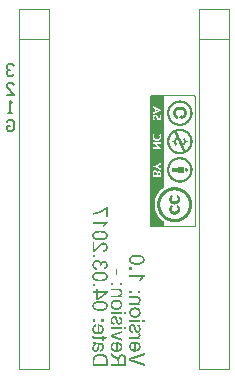
<source format=gbo>
G04*
G04 #@! TF.GenerationSoftware,Altium Limited,Altium Designer,21.0.9 (235)*
G04*
G04 Layer_Color=32896*
%FSLAX25Y25*%
%MOIN*%
G70*
G04*
G04 #@! TF.SameCoordinates,E712B7E2-4447-4AEC-BC64-13D1A33EA5FB*
G04*
G04*
G04 #@! TF.FilePolarity,Positive*
G04*
G01*
G75*
%ADD11C,0.00591*%
%ADD27C,0.00394*%
G36*
X66284Y94903D02*
X66307D01*
Y94880D01*
X66399D01*
Y94857D01*
X66445D01*
Y94834D01*
X66491D01*
Y94811D01*
X66537D01*
Y94788D01*
X66583D01*
Y94765D01*
X66606D01*
Y94742D01*
X66629D01*
Y94719D01*
X66652D01*
Y94696D01*
X66698D01*
Y94650D01*
X66721D01*
Y94627D01*
X66744D01*
Y94604D01*
X66767D01*
Y94581D01*
X66790D01*
Y94535D01*
X66813D01*
Y94489D01*
X66836D01*
Y94443D01*
X66859D01*
Y94397D01*
X66882D01*
Y94283D01*
X66928D01*
Y51444D01*
X66905D01*
Y51421D01*
X66882D01*
Y51329D01*
X66859D01*
Y51283D01*
X66836D01*
Y51237D01*
X66813D01*
Y51191D01*
X66790D01*
Y51145D01*
X66767D01*
Y51122D01*
X66744D01*
Y51099D01*
X66721D01*
Y51076D01*
X66698D01*
Y51053D01*
X66675D01*
Y51030D01*
X66652D01*
Y51007D01*
X66629D01*
Y50984D01*
X66606D01*
Y50961D01*
X66583D01*
Y50938D01*
X66537D01*
Y50915D01*
X66491D01*
Y50892D01*
X66445D01*
Y50869D01*
X66399D01*
Y50846D01*
X66284D01*
Y50801D01*
X66215D01*
Y50823D01*
X66192D01*
Y50801D01*
X66123D01*
Y50823D01*
X66100D01*
Y50801D01*
X66031D01*
Y50823D01*
X66008D01*
Y50801D01*
X65939D01*
Y50823D01*
X65917D01*
Y50801D01*
X65847D01*
Y50823D01*
X65825D01*
Y50801D01*
X65756D01*
Y50823D01*
X65733D01*
Y50801D01*
X65664D01*
Y50823D01*
X65641D01*
Y50801D01*
X65572D01*
Y50823D01*
X65549D01*
Y50801D01*
X65480D01*
Y50823D01*
X65457D01*
Y50801D01*
X65388D01*
Y50823D01*
X65365D01*
Y50801D01*
X65296D01*
Y50823D01*
X65273D01*
Y50801D01*
X65204D01*
Y50823D01*
X65181D01*
Y50801D01*
X65112D01*
Y50823D01*
X65089D01*
Y50801D01*
X65020D01*
Y50823D01*
X64997D01*
Y50801D01*
X64928D01*
Y50823D01*
X64905D01*
Y50801D01*
X64836D01*
Y50823D01*
X64813D01*
Y50801D01*
X64744D01*
Y50823D01*
X64721D01*
Y50801D01*
X64652D01*
Y50823D01*
X64630D01*
Y50801D01*
X64561D01*
Y50823D01*
X64538D01*
Y50801D01*
X64469D01*
Y50823D01*
X64446D01*
Y50801D01*
X64377D01*
Y50823D01*
X64354D01*
Y50801D01*
X64285D01*
Y50823D01*
X64262D01*
Y50801D01*
X64193D01*
Y50823D01*
X64170D01*
Y50801D01*
X64101D01*
Y50823D01*
X64078D01*
Y50801D01*
X64009D01*
Y50823D01*
X63986D01*
Y50801D01*
X63917D01*
Y50823D01*
X63894D01*
Y50801D01*
X63825D01*
Y50823D01*
X63802D01*
Y50801D01*
X63733D01*
Y50823D01*
X63710D01*
Y50801D01*
X63641D01*
Y50823D01*
X63618D01*
Y50801D01*
X63549D01*
Y50823D01*
X63526D01*
Y50801D01*
X63457D01*
Y50823D01*
X63434D01*
Y50801D01*
X63365D01*
Y50823D01*
X63342D01*
Y50801D01*
X63274D01*
Y50823D01*
X63250D01*
Y50801D01*
X63182D01*
Y50823D01*
X63159D01*
Y50801D01*
X63090D01*
Y50823D01*
X63067D01*
Y50801D01*
X62998D01*
Y50823D01*
X62975D01*
Y50801D01*
X62906D01*
Y50823D01*
X62883D01*
Y50801D01*
X62814D01*
Y50823D01*
X62791D01*
Y50801D01*
X62722D01*
Y50823D01*
X62699D01*
Y50801D01*
X62630D01*
Y50823D01*
X62607D01*
Y50801D01*
X62538D01*
Y50823D01*
X62515D01*
Y50801D01*
X62446D01*
Y50823D01*
X62423D01*
Y50801D01*
X62354D01*
Y50823D01*
X62331D01*
Y50801D01*
X62262D01*
Y50823D01*
X62239D01*
Y50801D01*
X62170D01*
Y50823D01*
X62147D01*
Y50801D01*
X62078D01*
Y50823D01*
X62055D01*
Y50801D01*
X61987D01*
Y50823D01*
X61963D01*
Y50801D01*
X61895D01*
Y50823D01*
X61872D01*
Y50801D01*
X61803D01*
Y50823D01*
X61780D01*
Y50801D01*
X61711D01*
Y50823D01*
X61688D01*
Y50801D01*
X61619D01*
Y50823D01*
X61596D01*
Y50801D01*
X61527D01*
Y50823D01*
X61504D01*
Y50801D01*
X61435D01*
Y50823D01*
X61412D01*
Y50801D01*
X61343D01*
Y50823D01*
X61320D01*
Y50801D01*
X61251D01*
Y50823D01*
X61228D01*
Y50801D01*
X61159D01*
Y50823D01*
X61136D01*
Y50801D01*
X61067D01*
Y50823D01*
X61044D01*
Y50801D01*
X60975D01*
Y50823D01*
X60952D01*
Y50801D01*
X60883D01*
Y50823D01*
X60860D01*
Y50801D01*
X60791D01*
Y50823D01*
X60769D01*
Y50801D01*
X60699D01*
Y50823D01*
X60677D01*
Y50801D01*
X60608D01*
Y50823D01*
X60585D01*
Y50801D01*
X60516D01*
Y50823D01*
X60493D01*
Y50801D01*
X60424D01*
Y50823D01*
X60401D01*
Y50801D01*
X60332D01*
Y50823D01*
X60309D01*
Y50801D01*
X60240D01*
Y50823D01*
X60217D01*
Y50801D01*
X60148D01*
Y50823D01*
X60125D01*
Y50801D01*
X60056D01*
Y50823D01*
X60033D01*
Y50801D01*
X59964D01*
Y50823D01*
X59941D01*
Y50801D01*
X59872D01*
Y50823D01*
X59849D01*
Y50801D01*
X59780D01*
Y50823D01*
X59757D01*
Y50801D01*
X59688D01*
Y50823D01*
X59665D01*
Y50801D01*
X59596D01*
Y50823D01*
X59573D01*
Y50801D01*
X59504D01*
Y50823D01*
X59482D01*
Y50801D01*
X59412D01*
Y50823D01*
X59390D01*
Y50801D01*
X59321D01*
Y50823D01*
X59298D01*
Y50801D01*
X59229D01*
Y50823D01*
X59206D01*
Y50801D01*
X59137D01*
Y50823D01*
X59114D01*
Y50801D01*
X59045D01*
Y50823D01*
X59022D01*
Y50801D01*
X58953D01*
Y50823D01*
X58930D01*
Y50801D01*
X58861D01*
Y50823D01*
X58838D01*
Y50801D01*
X58769D01*
Y50823D01*
X58746D01*
Y50801D01*
X58677D01*
Y50823D01*
X58654D01*
Y50801D01*
X58585D01*
Y50823D01*
X58562D01*
Y50801D01*
X58493D01*
Y50823D01*
X58470D01*
Y50801D01*
X58401D01*
Y50823D01*
X58378D01*
Y50801D01*
X58309D01*
Y50823D01*
X58286D01*
Y50801D01*
X58218D01*
Y50823D01*
X58195D01*
Y50801D01*
X58126D01*
Y50823D01*
X58103D01*
Y50801D01*
X58034D01*
Y50823D01*
X58011D01*
Y50801D01*
X57942D01*
Y50823D01*
X57919D01*
Y50801D01*
X57850D01*
Y50823D01*
X57827D01*
Y50801D01*
X57758D01*
Y50823D01*
X57735D01*
Y50801D01*
X57666D01*
Y50823D01*
X57643D01*
Y50801D01*
X57574D01*
Y50823D01*
X57551D01*
Y50801D01*
X57482D01*
Y50823D01*
X57459D01*
Y50801D01*
X57390D01*
Y50823D01*
X57367D01*
Y50801D01*
X57298D01*
Y50823D01*
X57275D01*
Y50801D01*
X57206D01*
Y50823D01*
X57183D01*
Y50801D01*
X57114D01*
Y50823D01*
X57091D01*
Y50801D01*
X57022D01*
Y50823D01*
X56999D01*
Y50801D01*
X56931D01*
Y50823D01*
X56907D01*
Y50801D01*
X56839D01*
Y50823D01*
X56816D01*
Y50801D01*
X56747D01*
Y50823D01*
X56724D01*
Y50801D01*
X56655D01*
Y50823D01*
X56632D01*
Y50801D01*
X56563D01*
Y50823D01*
X56540D01*
Y50801D01*
X56471D01*
Y50823D01*
X56448D01*
Y50801D01*
X56379D01*
Y50823D01*
X56356D01*
Y50801D01*
X56287D01*
Y50823D01*
X56264D01*
Y50801D01*
X56195D01*
Y50823D01*
X56172D01*
Y50801D01*
X56103D01*
Y50823D01*
X56080D01*
Y50801D01*
X56011D01*
Y50823D01*
X55988D01*
Y50801D01*
X55919D01*
Y50823D01*
X55896D01*
Y50801D01*
X55827D01*
Y50823D01*
X55804D01*
Y50801D01*
X55735D01*
Y50823D01*
X55712D01*
Y50801D01*
X55643D01*
Y50823D01*
X55620D01*
Y50801D01*
X55552D01*
Y50823D01*
X55529D01*
Y50801D01*
X55460D01*
Y50823D01*
X55437D01*
Y50801D01*
X55368D01*
Y50823D01*
X55345D01*
Y50801D01*
X55276D01*
Y50823D01*
X55253D01*
Y50801D01*
X55184D01*
Y50823D01*
X55161D01*
Y50801D01*
X55092D01*
Y50823D01*
X55069D01*
Y50801D01*
X55000D01*
Y50823D01*
X54977D01*
Y50801D01*
X54908D01*
Y50823D01*
X54885D01*
Y50801D01*
X54816D01*
Y50823D01*
X54793D01*
Y50801D01*
X54724D01*
Y50823D01*
X54701D01*
Y50801D01*
X54632D01*
Y50823D01*
X54609D01*
Y50801D01*
X54540D01*
Y50823D01*
X54517D01*
Y50801D01*
X54448D01*
Y50823D01*
X54425D01*
Y50801D01*
X54356D01*
Y50823D01*
X54334D01*
Y50801D01*
X54265D01*
Y50823D01*
X54242D01*
Y50801D01*
X54173D01*
Y50823D01*
X54150D01*
Y50801D01*
X54081D01*
Y50823D01*
X54058D01*
Y50801D01*
X53989D01*
Y50823D01*
X53966D01*
Y50801D01*
X53897D01*
Y50823D01*
X53874D01*
Y50801D01*
X53805D01*
Y50823D01*
X53782D01*
Y50801D01*
X53713D01*
Y50823D01*
X53690D01*
Y50801D01*
X53621D01*
Y50823D01*
X53598D01*
Y50801D01*
X53529D01*
Y50823D01*
X53506D01*
Y50801D01*
X53437D01*
Y50823D01*
X53414D01*
Y50801D01*
X53345D01*
Y50823D01*
X53322D01*
Y50801D01*
X53253D01*
Y50823D01*
X53230D01*
Y50801D01*
X53161D01*
Y50823D01*
X53139D01*
Y50801D01*
X53070D01*
Y50823D01*
X53047D01*
Y50801D01*
X52978D01*
Y50823D01*
X52955D01*
Y50801D01*
X52886D01*
Y50823D01*
X52863D01*
Y50801D01*
X52794D01*
Y50823D01*
X52771D01*
Y50801D01*
X52702D01*
Y50823D01*
X52679D01*
Y50801D01*
X52610D01*
Y50823D01*
X52587D01*
Y50801D01*
X52518D01*
Y50823D01*
X52495D01*
Y50801D01*
X52426D01*
Y50823D01*
X52403D01*
Y50801D01*
X52334D01*
Y50823D01*
X52311D01*
Y50801D01*
X52242D01*
Y50823D01*
X52219D01*
Y50801D01*
X52150D01*
Y50823D01*
X52127D01*
Y50801D01*
X52081D01*
Y50823D01*
X52058D01*
Y50846D01*
X51989D01*
Y50869D01*
X51920D01*
Y50892D01*
X51874D01*
Y50915D01*
X51828D01*
Y50938D01*
X51806D01*
Y50961D01*
X51759D01*
Y50984D01*
X51736D01*
Y51007D01*
X51714D01*
Y51030D01*
X51691D01*
Y51053D01*
X51668D01*
Y51076D01*
X51645D01*
Y51099D01*
X51622D01*
Y51122D01*
X51599D01*
Y51168D01*
X51576D01*
Y51191D01*
X51553D01*
Y51237D01*
X51530D01*
Y51283D01*
X51507D01*
Y51329D01*
X51484D01*
Y51444D01*
X51438D01*
Y51490D01*
X51461D01*
Y51513D01*
X51438D01*
Y51674D01*
X51461D01*
Y51697D01*
X51438D01*
Y51766D01*
X51461D01*
Y51789D01*
X51438D01*
Y51858D01*
X51461D01*
Y51881D01*
X51438D01*
Y52042D01*
X51461D01*
Y52065D01*
X51438D01*
Y52134D01*
X51461D01*
Y52156D01*
X51438D01*
Y52225D01*
X51461D01*
Y52248D01*
X51438D01*
Y52409D01*
X51461D01*
Y52432D01*
X51438D01*
Y52501D01*
X51461D01*
Y52524D01*
X51438D01*
Y52593D01*
X51461D01*
Y52616D01*
X51438D01*
Y52777D01*
X51461D01*
Y52800D01*
X51438D01*
Y52869D01*
X51461D01*
Y52892D01*
X51438D01*
Y52961D01*
X51461D01*
Y52984D01*
X51438D01*
Y53145D01*
X51461D01*
Y53168D01*
X51438D01*
Y53237D01*
X51461D01*
Y53260D01*
X51438D01*
Y53329D01*
X51461D01*
Y53351D01*
X51438D01*
Y53512D01*
X51461D01*
Y53535D01*
X51438D01*
Y53604D01*
X51461D01*
Y53627D01*
X51438D01*
Y53696D01*
X51461D01*
Y53719D01*
X51438D01*
Y53880D01*
X51461D01*
Y53903D01*
X51438D01*
Y53972D01*
X51461D01*
Y53995D01*
X51438D01*
Y54064D01*
X51461D01*
Y54087D01*
X51438D01*
Y54248D01*
X51461D01*
Y54271D01*
X51438D01*
Y54340D01*
X51461D01*
Y54363D01*
X51438D01*
Y54432D01*
X51461D01*
Y54455D01*
X51438D01*
Y54615D01*
X51461D01*
Y54638D01*
X51438D01*
Y54707D01*
X51461D01*
Y54730D01*
X51438D01*
Y54799D01*
X51461D01*
Y54822D01*
X51438D01*
Y54983D01*
X51461D01*
Y55006D01*
X51438D01*
Y55075D01*
X51461D01*
Y55098D01*
X51438D01*
Y55167D01*
X51461D01*
Y55190D01*
X51438D01*
Y55351D01*
X51461D01*
Y55374D01*
X51438D01*
Y55443D01*
X51461D01*
Y55466D01*
X51438D01*
Y55535D01*
X51461D01*
Y55558D01*
X51438D01*
Y55719D01*
X51461D01*
Y55742D01*
X51438D01*
Y55811D01*
X51461D01*
Y55834D01*
X51438D01*
Y55902D01*
X51461D01*
Y55926D01*
X51438D01*
Y56086D01*
X51461D01*
Y56109D01*
X51438D01*
Y56178D01*
X51461D01*
Y56201D01*
X51438D01*
Y56270D01*
X51461D01*
Y56293D01*
X51438D01*
Y56454D01*
X51461D01*
Y56477D01*
X51438D01*
Y56546D01*
X51461D01*
Y56569D01*
X51438D01*
Y56638D01*
X51461D01*
Y56661D01*
X51438D01*
Y56822D01*
X51461D01*
Y56845D01*
X51438D01*
Y56914D01*
X51461D01*
Y56937D01*
X51438D01*
Y57006D01*
X51461D01*
Y57029D01*
X51438D01*
Y57190D01*
X51461D01*
Y57213D01*
X51438D01*
Y57281D01*
X51461D01*
Y57304D01*
X51438D01*
Y57373D01*
X51461D01*
Y57396D01*
X51438D01*
Y57557D01*
X51461D01*
Y57580D01*
X51438D01*
Y57649D01*
X51461D01*
Y57672D01*
X51438D01*
Y57741D01*
X51461D01*
Y57764D01*
X51438D01*
Y57925D01*
X51461D01*
Y57948D01*
X51438D01*
Y58017D01*
X51461D01*
Y58040D01*
X51438D01*
Y58109D01*
X51461D01*
Y58132D01*
X51438D01*
Y58293D01*
X51461D01*
Y58316D01*
X51438D01*
Y58385D01*
X51461D01*
Y58407D01*
X51438D01*
Y58477D01*
X51461D01*
Y58499D01*
X51438D01*
Y58660D01*
X51461D01*
Y58683D01*
X51438D01*
Y58752D01*
X51461D01*
Y58775D01*
X51438D01*
Y58844D01*
X51461D01*
Y58867D01*
X51438D01*
Y59028D01*
X51461D01*
Y59051D01*
X51438D01*
Y59120D01*
X51461D01*
Y59143D01*
X51438D01*
Y59212D01*
X51461D01*
Y59235D01*
X51438D01*
Y59396D01*
X51461D01*
Y59419D01*
X51438D01*
Y59488D01*
X51461D01*
Y59511D01*
X51438D01*
Y59580D01*
X51461D01*
Y59603D01*
X51438D01*
Y59763D01*
X51461D01*
Y59786D01*
X51438D01*
Y59855D01*
X51461D01*
Y59878D01*
X51438D01*
Y59947D01*
X51461D01*
Y59970D01*
X51438D01*
Y60131D01*
X51461D01*
Y60154D01*
X51438D01*
Y60223D01*
X51461D01*
Y60246D01*
X51438D01*
Y60315D01*
X51461D01*
Y60338D01*
X51438D01*
Y60499D01*
X51461D01*
Y60522D01*
X51438D01*
Y60591D01*
X51461D01*
Y60614D01*
X51438D01*
Y60683D01*
X51461D01*
Y60706D01*
X51438D01*
Y60867D01*
X51461D01*
Y60890D01*
X51438D01*
Y60959D01*
X51461D01*
Y60982D01*
X51438D01*
Y61050D01*
X51461D01*
Y61073D01*
X51438D01*
Y61234D01*
X51461D01*
Y61257D01*
X51438D01*
Y61326D01*
X51461D01*
Y61349D01*
X51438D01*
Y61418D01*
X51461D01*
Y61441D01*
X51438D01*
Y61602D01*
X51461D01*
Y61625D01*
X51438D01*
Y61694D01*
X51461D01*
Y61717D01*
X51438D01*
Y61786D01*
X51461D01*
Y61809D01*
X51438D01*
Y61970D01*
X51461D01*
Y61993D01*
X51438D01*
Y62062D01*
X51461D01*
Y62085D01*
X51438D01*
Y62154D01*
X51461D01*
Y62177D01*
X51438D01*
Y62337D01*
X51461D01*
Y62361D01*
X51438D01*
Y62429D01*
X51461D01*
Y62452D01*
X51438D01*
Y62521D01*
X51461D01*
Y62544D01*
X51438D01*
Y62705D01*
X51461D01*
Y62728D01*
X51438D01*
Y62797D01*
X51461D01*
Y62820D01*
X51438D01*
Y62889D01*
X51461D01*
Y62912D01*
X51438D01*
Y63073D01*
X51461D01*
Y63096D01*
X51438D01*
Y63165D01*
X51461D01*
Y63188D01*
X51438D01*
Y63257D01*
X51461D01*
Y63280D01*
X51438D01*
Y63441D01*
X51461D01*
Y63464D01*
X51438D01*
Y63533D01*
X51461D01*
Y63556D01*
X51438D01*
Y63625D01*
X51461D01*
Y63647D01*
X51438D01*
Y63808D01*
X51461D01*
Y63831D01*
X51438D01*
Y63900D01*
X51461D01*
Y63923D01*
X51438D01*
Y63992D01*
X51461D01*
Y64015D01*
X51438D01*
Y64176D01*
X51461D01*
Y64199D01*
X51438D01*
Y64268D01*
X51461D01*
Y64291D01*
X51438D01*
Y64360D01*
X51461D01*
Y64383D01*
X51438D01*
Y64544D01*
X51461D01*
Y64567D01*
X51438D01*
Y64636D01*
X51461D01*
Y64659D01*
X51438D01*
Y64728D01*
X51461D01*
Y64751D01*
X51438D01*
Y64912D01*
X51461D01*
Y64934D01*
X51438D01*
Y65003D01*
X51461D01*
Y65026D01*
X51438D01*
Y65095D01*
X51461D01*
Y65118D01*
X51438D01*
Y65279D01*
X51461D01*
Y65302D01*
X51438D01*
Y65371D01*
X51461D01*
Y65394D01*
X51438D01*
Y65463D01*
X51461D01*
Y65486D01*
X51438D01*
Y65647D01*
X51461D01*
Y65670D01*
X51438D01*
Y65739D01*
X51461D01*
Y65762D01*
X51438D01*
Y65831D01*
X51461D01*
Y65854D01*
X51438D01*
Y66015D01*
X51461D01*
Y66038D01*
X51438D01*
Y66106D01*
X51461D01*
Y66129D01*
X51438D01*
Y66198D01*
X51461D01*
Y66221D01*
X51438D01*
Y66382D01*
X51461D01*
Y66405D01*
X51438D01*
Y66474D01*
X51461D01*
Y66497D01*
X51438D01*
Y66566D01*
X51461D01*
Y66589D01*
X51438D01*
Y66750D01*
X51461D01*
Y66773D01*
X51438D01*
Y66842D01*
X51461D01*
Y66865D01*
X51438D01*
Y66934D01*
X51461D01*
Y66957D01*
X51438D01*
Y67118D01*
X51461D01*
Y67141D01*
X51438D01*
Y67210D01*
X51461D01*
Y67233D01*
X51438D01*
Y67302D01*
X51461D01*
Y67325D01*
X51438D01*
Y67485D01*
X51461D01*
Y67508D01*
X51438D01*
Y67577D01*
X51461D01*
Y67600D01*
X51438D01*
Y67669D01*
X51461D01*
Y67692D01*
X51438D01*
Y67853D01*
X51461D01*
Y67876D01*
X51438D01*
Y67945D01*
X51461D01*
Y67968D01*
X51438D01*
Y68037D01*
X51461D01*
Y68060D01*
X51438D01*
Y68221D01*
X51461D01*
Y68244D01*
X51438D01*
Y68313D01*
X51461D01*
Y68336D01*
X51438D01*
Y68405D01*
X51461D01*
Y68428D01*
X51438D01*
Y68589D01*
X51461D01*
Y68612D01*
X51438D01*
Y68681D01*
X51461D01*
Y68704D01*
X51438D01*
Y68772D01*
X51461D01*
Y68795D01*
X51438D01*
Y68956D01*
X51461D01*
Y68979D01*
X51438D01*
Y69048D01*
X51461D01*
Y69071D01*
X51438D01*
Y69140D01*
X51461D01*
Y69163D01*
X51438D01*
Y69324D01*
X51461D01*
Y69347D01*
X51438D01*
Y69416D01*
X51461D01*
Y69439D01*
X51438D01*
Y69508D01*
X51461D01*
Y69531D01*
X51438D01*
Y69692D01*
X51461D01*
Y69715D01*
X51438D01*
Y69784D01*
X51461D01*
Y69807D01*
X51438D01*
Y69876D01*
X51461D01*
Y69899D01*
X51438D01*
Y70059D01*
X51461D01*
Y70082D01*
X51438D01*
Y70151D01*
X51461D01*
Y70174D01*
X51438D01*
Y70243D01*
X51461D01*
Y70266D01*
X51438D01*
Y70427D01*
X51461D01*
Y70450D01*
X51438D01*
Y70519D01*
X51461D01*
Y70542D01*
X51438D01*
Y70611D01*
X51461D01*
Y70634D01*
X51438D01*
Y70795D01*
X51461D01*
Y70818D01*
X51438D01*
Y70887D01*
X51461D01*
Y70910D01*
X51438D01*
Y70979D01*
X51461D01*
Y71002D01*
X51438D01*
Y71163D01*
X51461D01*
Y71186D01*
X51438D01*
Y71254D01*
X51461D01*
Y71277D01*
X51438D01*
Y71346D01*
X51461D01*
Y71369D01*
X51438D01*
Y71530D01*
X51461D01*
Y71553D01*
X51438D01*
Y71622D01*
X51461D01*
Y71645D01*
X51438D01*
Y71714D01*
X51461D01*
Y71737D01*
X51438D01*
Y71898D01*
X51461D01*
Y71921D01*
X51438D01*
Y71990D01*
X51461D01*
Y72013D01*
X51438D01*
Y72082D01*
X51461D01*
Y72105D01*
X51438D01*
Y72266D01*
X51461D01*
Y72289D01*
X51438D01*
Y72358D01*
X51461D01*
Y72381D01*
X51438D01*
Y72450D01*
X51461D01*
Y72473D01*
X51438D01*
Y72633D01*
X51461D01*
Y72656D01*
X51438D01*
Y72725D01*
X51461D01*
Y72748D01*
X51438D01*
Y72817D01*
X51461D01*
Y72840D01*
X51438D01*
Y73001D01*
X51461D01*
Y73024D01*
X51438D01*
Y73093D01*
X51461D01*
Y73116D01*
X51438D01*
Y73185D01*
X51461D01*
Y73208D01*
X51438D01*
Y73369D01*
X51461D01*
Y73392D01*
X51438D01*
Y73461D01*
X51461D01*
Y73484D01*
X51438D01*
Y73553D01*
X51461D01*
Y73576D01*
X51438D01*
Y73737D01*
X51461D01*
Y73760D01*
X51438D01*
Y73829D01*
X51461D01*
Y73852D01*
X51438D01*
Y73920D01*
X51461D01*
Y73943D01*
X51438D01*
Y74104D01*
X51461D01*
Y74127D01*
X51438D01*
Y74196D01*
X51461D01*
Y74219D01*
X51438D01*
Y74288D01*
X51461D01*
Y74311D01*
X51438D01*
Y74472D01*
X51461D01*
Y74495D01*
X51438D01*
Y74564D01*
X51461D01*
Y74587D01*
X51438D01*
Y74656D01*
X51461D01*
Y74679D01*
X51438D01*
Y74840D01*
X51461D01*
Y74863D01*
X51438D01*
Y74932D01*
X51461D01*
Y74955D01*
X51438D01*
Y75024D01*
X51461D01*
Y75046D01*
X51438D01*
Y75207D01*
X51461D01*
Y75230D01*
X51438D01*
Y75299D01*
X51461D01*
Y75322D01*
X51438D01*
Y75391D01*
X51461D01*
Y75414D01*
X51438D01*
Y75575D01*
X51461D01*
Y75598D01*
X51438D01*
Y75667D01*
X51461D01*
Y75690D01*
X51438D01*
Y75759D01*
X51461D01*
Y75782D01*
X51438D01*
Y75943D01*
X51461D01*
Y75966D01*
X51438D01*
Y76035D01*
X51461D01*
Y76058D01*
X51438D01*
Y76127D01*
X51461D01*
Y76150D01*
X51438D01*
Y76310D01*
X51461D01*
Y76333D01*
X51438D01*
Y76402D01*
X51461D01*
Y76425D01*
X51438D01*
Y76494D01*
X51461D01*
Y76517D01*
X51438D01*
Y76678D01*
X51461D01*
Y76701D01*
X51438D01*
Y76770D01*
X51461D01*
Y76793D01*
X51438D01*
Y76862D01*
X51461D01*
Y76885D01*
X51438D01*
Y77046D01*
X51461D01*
Y77069D01*
X51438D01*
Y77138D01*
X51461D01*
Y77161D01*
X51438D01*
Y77230D01*
X51461D01*
Y77253D01*
X51438D01*
Y77414D01*
X51461D01*
Y77437D01*
X51438D01*
Y77506D01*
X51461D01*
Y77529D01*
X51438D01*
Y77597D01*
X51461D01*
Y77621D01*
X51438D01*
Y77781D01*
X51461D01*
Y77804D01*
X51438D01*
Y77873D01*
X51461D01*
Y77896D01*
X51438D01*
Y77965D01*
X51461D01*
Y77988D01*
X51438D01*
Y78149D01*
X51461D01*
Y78172D01*
X51438D01*
Y78241D01*
X51461D01*
Y78264D01*
X51438D01*
Y78333D01*
X51461D01*
Y78356D01*
X51438D01*
Y78517D01*
X51461D01*
Y78540D01*
X51438D01*
Y78609D01*
X51461D01*
Y78632D01*
X51438D01*
Y78701D01*
X51461D01*
Y78724D01*
X51438D01*
Y78885D01*
X51461D01*
Y78908D01*
X51438D01*
Y78976D01*
X51461D01*
Y78999D01*
X51438D01*
Y79068D01*
X51461D01*
Y79091D01*
X51438D01*
Y79252D01*
X51461D01*
Y79275D01*
X51438D01*
Y79344D01*
X51461D01*
Y79367D01*
X51438D01*
Y79436D01*
X51461D01*
Y79459D01*
X51438D01*
Y79620D01*
X51461D01*
Y79643D01*
X51438D01*
Y79712D01*
X51461D01*
Y79735D01*
X51438D01*
Y79804D01*
X51461D01*
Y79827D01*
X51438D01*
Y79988D01*
X51461D01*
Y80011D01*
X51438D01*
Y80080D01*
X51461D01*
Y80103D01*
X51438D01*
Y80172D01*
X51461D01*
Y80194D01*
X51438D01*
Y80355D01*
X51461D01*
Y80378D01*
X51438D01*
Y80447D01*
X51461D01*
Y80470D01*
X51438D01*
Y80539D01*
X51461D01*
Y80562D01*
X51438D01*
Y80723D01*
X51461D01*
Y80746D01*
X51438D01*
Y80815D01*
X51461D01*
Y80838D01*
X51438D01*
Y80907D01*
X51461D01*
Y80930D01*
X51438D01*
Y81091D01*
X51461D01*
Y81114D01*
X51438D01*
Y81183D01*
X51461D01*
Y81206D01*
X51438D01*
Y81275D01*
X51461D01*
Y81298D01*
X51438D01*
Y81458D01*
X51461D01*
Y81481D01*
X51438D01*
Y81550D01*
X51461D01*
Y81573D01*
X51438D01*
Y81642D01*
X51461D01*
Y81665D01*
X51438D01*
Y81826D01*
X51461D01*
Y81849D01*
X51438D01*
Y81918D01*
X51461D01*
Y81941D01*
X51438D01*
Y82010D01*
X51461D01*
Y82033D01*
X51438D01*
Y82194D01*
X51461D01*
Y82217D01*
X51438D01*
Y82286D01*
X51461D01*
Y82309D01*
X51438D01*
Y82378D01*
X51461D01*
Y82401D01*
X51438D01*
Y82562D01*
X51461D01*
Y82585D01*
X51438D01*
Y82654D01*
X51461D01*
Y82677D01*
X51438D01*
Y82745D01*
X51461D01*
Y82768D01*
X51438D01*
Y82929D01*
X51461D01*
Y82952D01*
X51438D01*
Y83021D01*
X51461D01*
Y83044D01*
X51438D01*
Y83113D01*
X51461D01*
Y83136D01*
X51438D01*
Y83297D01*
X51461D01*
Y83320D01*
X51438D01*
Y83389D01*
X51461D01*
Y83412D01*
X51438D01*
Y83481D01*
X51461D01*
Y83504D01*
X51438D01*
Y83665D01*
X51461D01*
Y83688D01*
X51438D01*
Y83757D01*
X51461D01*
Y83780D01*
X51438D01*
Y83849D01*
X51461D01*
Y83872D01*
X51438D01*
Y84032D01*
X51461D01*
Y84056D01*
X51438D01*
Y84124D01*
X51461D01*
Y84147D01*
X51438D01*
Y84216D01*
X51461D01*
Y84239D01*
X51438D01*
Y84400D01*
X51461D01*
Y84423D01*
X51438D01*
Y84492D01*
X51461D01*
Y84515D01*
X51438D01*
Y84584D01*
X51461D01*
Y84607D01*
X51438D01*
Y84768D01*
X51461D01*
Y84791D01*
X51438D01*
Y84860D01*
X51461D01*
Y84883D01*
X51438D01*
Y84952D01*
X51461D01*
Y84975D01*
X51438D01*
Y85136D01*
X51461D01*
Y85159D01*
X51438D01*
Y85228D01*
X51461D01*
Y85251D01*
X51438D01*
Y85320D01*
X51461D01*
Y85343D01*
X51438D01*
Y85503D01*
X51461D01*
Y85526D01*
X51438D01*
Y85595D01*
X51461D01*
Y85618D01*
X51438D01*
Y85687D01*
X51461D01*
Y85710D01*
X51438D01*
Y85871D01*
X51461D01*
Y85894D01*
X51438D01*
Y85963D01*
X51461D01*
Y85986D01*
X51438D01*
Y86055D01*
X51461D01*
Y86078D01*
X51438D01*
Y86239D01*
X51461D01*
Y86262D01*
X51438D01*
Y86331D01*
X51461D01*
Y86354D01*
X51438D01*
Y86423D01*
X51461D01*
Y86446D01*
X51438D01*
Y86607D01*
X51461D01*
Y86629D01*
X51438D01*
Y86698D01*
X51461D01*
Y86721D01*
X51438D01*
Y86790D01*
X51461D01*
Y86813D01*
X51438D01*
Y86974D01*
X51461D01*
Y86997D01*
X51438D01*
Y87066D01*
X51461D01*
Y87089D01*
X51438D01*
Y87158D01*
X51461D01*
Y87181D01*
X51438D01*
Y87342D01*
X51461D01*
Y87365D01*
X51438D01*
Y87434D01*
X51461D01*
Y87457D01*
X51438D01*
Y87526D01*
X51461D01*
Y87549D01*
X51438D01*
Y87710D01*
X51461D01*
Y87733D01*
X51438D01*
Y87801D01*
X51461D01*
Y87824D01*
X51438D01*
Y87893D01*
X51461D01*
Y87916D01*
X51438D01*
Y88077D01*
X51461D01*
Y88100D01*
X51438D01*
Y88169D01*
X51461D01*
Y88192D01*
X51438D01*
Y88261D01*
X51461D01*
Y88284D01*
X51438D01*
Y88445D01*
X51461D01*
Y88468D01*
X51438D01*
Y88537D01*
X51461D01*
Y88560D01*
X51438D01*
Y88629D01*
X51461D01*
Y88652D01*
X51438D01*
Y88813D01*
X51461D01*
Y88836D01*
X51438D01*
Y88905D01*
X51461D01*
Y88928D01*
X51438D01*
Y88997D01*
X51461D01*
Y89020D01*
X51438D01*
Y89180D01*
X51461D01*
Y89203D01*
X51438D01*
Y89272D01*
X51461D01*
Y89295D01*
X51438D01*
Y89364D01*
X51461D01*
Y89387D01*
X51438D01*
Y89548D01*
X51461D01*
Y89571D01*
X51438D01*
Y89640D01*
X51461D01*
Y89663D01*
X51438D01*
Y89732D01*
X51461D01*
Y89755D01*
X51438D01*
Y89916D01*
X51461D01*
Y89939D01*
X51438D01*
Y90008D01*
X51461D01*
Y90031D01*
X51438D01*
Y90100D01*
X51461D01*
Y90123D01*
X51438D01*
Y90284D01*
X51461D01*
Y90307D01*
X51438D01*
Y90376D01*
X51461D01*
Y90399D01*
X51438D01*
Y90468D01*
X51461D01*
Y90490D01*
X51438D01*
Y90651D01*
X51461D01*
Y90674D01*
X51438D01*
Y90743D01*
X51461D01*
Y90766D01*
X51438D01*
Y90835D01*
X51461D01*
Y90858D01*
X51438D01*
Y91019D01*
X51461D01*
Y91042D01*
X51438D01*
Y91111D01*
X51461D01*
Y91134D01*
X51438D01*
Y91203D01*
X51461D01*
Y91226D01*
X51438D01*
Y91387D01*
X51461D01*
Y91410D01*
X51438D01*
Y91479D01*
X51461D01*
Y91502D01*
X51438D01*
Y91571D01*
X51461D01*
Y91594D01*
X51438D01*
Y91755D01*
X51461D01*
Y91777D01*
X51438D01*
Y91846D01*
X51461D01*
Y91869D01*
X51438D01*
Y91938D01*
X51461D01*
Y91961D01*
X51438D01*
Y92122D01*
X51461D01*
Y92145D01*
X51438D01*
Y92214D01*
X51461D01*
Y92237D01*
X51438D01*
Y92306D01*
X51461D01*
Y92329D01*
X51438D01*
Y92490D01*
X51461D01*
Y92513D01*
X51438D01*
Y92582D01*
X51461D01*
Y92605D01*
X51438D01*
Y92674D01*
X51461D01*
Y92697D01*
X51438D01*
Y92858D01*
X51461D01*
Y92881D01*
X51438D01*
Y92949D01*
X51461D01*
Y92972D01*
X51438D01*
Y93041D01*
X51461D01*
Y93064D01*
X51438D01*
Y93225D01*
X51461D01*
Y93248D01*
X51438D01*
Y93317D01*
X51461D01*
Y93340D01*
X51438D01*
Y93409D01*
X51461D01*
Y93432D01*
X51438D01*
Y93593D01*
X51461D01*
Y93616D01*
X51438D01*
Y93685D01*
X51461D01*
Y93708D01*
X51438D01*
Y93777D01*
X51461D01*
Y93800D01*
X51438D01*
Y93961D01*
X51461D01*
Y93984D01*
X51438D01*
Y94053D01*
X51461D01*
Y94076D01*
X51438D01*
Y94145D01*
X51461D01*
Y94168D01*
X51438D01*
Y94283D01*
X51484D01*
Y94374D01*
X51507D01*
Y94443D01*
X51530D01*
Y94489D01*
X51553D01*
Y94535D01*
X51576D01*
Y94581D01*
X51599D01*
Y94604D01*
X51622D01*
Y94627D01*
X51645D01*
Y94650D01*
X51668D01*
Y94673D01*
X51691D01*
Y94696D01*
X51714D01*
Y94719D01*
X51736D01*
Y94742D01*
X51759D01*
Y94765D01*
X51806D01*
Y94788D01*
X51828D01*
Y94811D01*
X51874D01*
Y94834D01*
X51920D01*
Y94857D01*
X51966D01*
Y94880D01*
X52081D01*
Y94926D01*
X66284D01*
Y94903D01*
D02*
G37*
G36*
X37353Y54361D02*
X36760D01*
Y56829D01*
X36658Y56741D01*
X36549Y56654D01*
X36327Y56490D01*
X36214Y56414D01*
X36105Y56337D01*
X35999Y56268D01*
X35897Y56206D01*
X35803Y56148D01*
X35715Y56093D01*
X35635Y56050D01*
X35570Y56010D01*
X35515Y55980D01*
X35493Y55966D01*
X35475Y55955D01*
X35457Y55948D01*
X35446Y55941D01*
X35442Y55937D01*
X35439D01*
X35293Y55860D01*
X35144Y55791D01*
X34998Y55722D01*
X34856Y55660D01*
X34718Y55606D01*
X34583Y55551D01*
X34456Y55504D01*
X34336Y55460D01*
X34223Y55424D01*
X34125Y55391D01*
X34034Y55362D01*
X33961Y55340D01*
X33928Y55329D01*
X33899Y55322D01*
X33874Y55314D01*
X33852Y55307D01*
X33837Y55304D01*
X33826Y55300D01*
X33819Y55296D01*
X33815D01*
X33663Y55256D01*
X33513Y55223D01*
X33371Y55194D01*
X33237Y55165D01*
X33109Y55143D01*
X32993Y55125D01*
X32884Y55111D01*
X32782Y55100D01*
X32694Y55089D01*
X32614Y55081D01*
X32545Y55074D01*
X32487Y55071D01*
X32443D01*
X32407Y55067D01*
X32388D01*
X32381D01*
Y55704D01*
X32520Y55715D01*
X32658Y55729D01*
X32789Y55744D01*
X32913Y55762D01*
X33033Y55780D01*
X33149Y55802D01*
X33255Y55820D01*
X33353Y55842D01*
X33444Y55860D01*
X33524Y55879D01*
X33593Y55897D01*
X33655Y55911D01*
X33702Y55922D01*
X33735Y55933D01*
X33757Y55937D01*
X33764Y55941D01*
X33932Y55991D01*
X34099Y56046D01*
X34259Y56101D01*
X34416Y56163D01*
X34569Y56221D01*
X34711Y56283D01*
X34849Y56341D01*
X34977Y56399D01*
X35093Y56454D01*
X35195Y56505D01*
X35286Y56552D01*
X35330Y56570D01*
X35366Y56592D01*
X35399Y56607D01*
X35428Y56625D01*
X35453Y56636D01*
X35475Y56647D01*
X35490Y56658D01*
X35501Y56665D01*
X35508Y56669D01*
X35512D01*
X35668Y56756D01*
X35814Y56847D01*
X35952Y56931D01*
X36083Y57018D01*
X36203Y57098D01*
X36316Y57178D01*
X36418Y57254D01*
X36509Y57324D01*
X36593Y57386D01*
X36665Y57444D01*
X36727Y57495D01*
X36778Y57538D01*
X36818Y57575D01*
X36851Y57600D01*
X36866Y57618D01*
X36873Y57622D01*
X37353D01*
Y54361D01*
D02*
G37*
G36*
X37437Y52337D02*
X37375Y52304D01*
X37313Y52268D01*
X37193Y52184D01*
X37080Y52093D01*
X37026Y52046D01*
X36975Y52002D01*
X36931Y51958D01*
X36887Y51918D01*
X36851Y51882D01*
X36818Y51849D01*
X36793Y51824D01*
X36775Y51805D01*
X36764Y51791D01*
X36760Y51787D01*
X36636Y51638D01*
X36524Y51481D01*
X36422Y51329D01*
X36378Y51256D01*
X36334Y51187D01*
X36298Y51125D01*
X36265Y51066D01*
X36236Y51012D01*
X36214Y50968D01*
X36196Y50932D01*
X36181Y50903D01*
X36174Y50888D01*
X36170Y50881D01*
X35574D01*
X35617Y50990D01*
X35668Y51103D01*
X35719Y51212D01*
X35770Y51314D01*
X35796Y51358D01*
X35817Y51401D01*
X35839Y51438D01*
X35857Y51467D01*
X35868Y51492D01*
X35879Y51514D01*
X35886Y51525D01*
X35890Y51529D01*
X35970Y51660D01*
X36010Y51718D01*
X36047Y51776D01*
X36087Y51827D01*
X36119Y51875D01*
X36156Y51918D01*
X36185Y51962D01*
X36214Y51995D01*
X36240Y52027D01*
X36265Y52057D01*
X36283Y52078D01*
X36298Y52097D01*
X36309Y52108D01*
X36316Y52115D01*
X36320Y52118D01*
X32381D01*
Y52737D01*
X37437D01*
Y52337D01*
D02*
G37*
G36*
X35129Y49774D02*
X35253Y49767D01*
X35366Y49760D01*
X35472Y49753D01*
X35570Y49742D01*
X35661Y49731D01*
X35741Y49720D01*
X35814Y49709D01*
X35876Y49698D01*
X35930Y49687D01*
X35974Y49680D01*
X36010Y49672D01*
X36032Y49665D01*
X36050Y49661D01*
X36054D01*
X36134Y49640D01*
X36214Y49614D01*
X36287Y49592D01*
X36356Y49567D01*
X36422Y49538D01*
X36483Y49512D01*
X36542Y49487D01*
X36593Y49461D01*
X36640Y49439D01*
X36680Y49418D01*
X36716Y49399D01*
X36746Y49381D01*
X36767Y49367D01*
X36786Y49356D01*
X36797Y49352D01*
X36800Y49348D01*
X36909Y49272D01*
X37004Y49188D01*
X37088Y49105D01*
X37153Y49025D01*
X37182Y48988D01*
X37204Y48952D01*
X37226Y48923D01*
X37244Y48897D01*
X37255Y48875D01*
X37266Y48861D01*
X37273Y48850D01*
Y48846D01*
X37303Y48788D01*
X37328Y48730D01*
X37368Y48606D01*
X37397Y48486D01*
X37415Y48377D01*
X37423Y48326D01*
X37430Y48282D01*
X37433Y48238D01*
Y48206D01*
X37437Y48176D01*
Y48136D01*
X37433Y48034D01*
X37426Y47940D01*
X37412Y47849D01*
X37390Y47761D01*
X37368Y47681D01*
X37343Y47605D01*
X37317Y47536D01*
X37292Y47474D01*
X37262Y47416D01*
X37237Y47368D01*
X37211Y47325D01*
X37190Y47288D01*
X37171Y47259D01*
X37157Y47241D01*
X37146Y47226D01*
X37142Y47223D01*
X37084Y47157D01*
X37022Y47095D01*
X36957Y47037D01*
X36887Y46982D01*
X36818Y46935D01*
X36746Y46891D01*
X36676Y46848D01*
X36611Y46815D01*
X36549Y46782D01*
X36491Y46753D01*
X36436Y46731D01*
X36393Y46709D01*
X36352Y46695D01*
X36327Y46684D01*
X36309Y46680D01*
X36301Y46677D01*
X36196Y46644D01*
X36083Y46618D01*
X35967Y46593D01*
X35846Y46571D01*
X35606Y46538D01*
X35490Y46527D01*
X35377Y46516D01*
X35271Y46509D01*
X35173Y46506D01*
X35086Y46502D01*
X35013Y46498D01*
X34980D01*
X34951Y46495D01*
X34925D01*
X34904D01*
X34885D01*
X34875D01*
X34867D01*
X34864D01*
X34733D01*
X34605Y46502D01*
X34485Y46506D01*
X34369Y46516D01*
X34256Y46527D01*
X34147Y46542D01*
X34045Y46556D01*
X33946Y46571D01*
X33848Y46589D01*
X33761Y46611D01*
X33673Y46629D01*
X33593Y46651D01*
X33513Y46673D01*
X33440Y46695D01*
X33371Y46720D01*
X33306Y46742D01*
X33248Y46764D01*
X33189Y46790D01*
X33138Y46811D01*
X33087Y46833D01*
X33044Y46855D01*
X33004Y46873D01*
X32967Y46895D01*
X32934Y46913D01*
X32905Y46928D01*
X32884Y46942D01*
X32862Y46957D01*
X32844Y46968D01*
X32833Y46979D01*
X32822Y46986D01*
X32818Y46990D01*
X32814D01*
X32723Y47070D01*
X32643Y47157D01*
X32574Y47248D01*
X32516Y47343D01*
X32465Y47441D01*
X32425Y47536D01*
X32388Y47627D01*
X32363Y47718D01*
X32341Y47805D01*
X32327Y47881D01*
X32312Y47954D01*
X32305Y48016D01*
X32301Y48067D01*
X32298Y48104D01*
Y48136D01*
X32301Y48238D01*
X32312Y48333D01*
X32327Y48424D01*
X32345Y48511D01*
X32367Y48591D01*
X32392Y48664D01*
X32418Y48733D01*
X32447Y48799D01*
X32472Y48853D01*
X32498Y48904D01*
X32523Y48944D01*
X32545Y48981D01*
X32567Y49010D01*
X32581Y49028D01*
X32589Y49043D01*
X32592Y49046D01*
X32651Y49112D01*
X32712Y49174D01*
X32778Y49232D01*
X32847Y49286D01*
X32920Y49334D01*
X32989Y49378D01*
X33058Y49421D01*
X33124Y49458D01*
X33186Y49487D01*
X33244Y49516D01*
X33299Y49538D01*
X33342Y49560D01*
X33382Y49574D01*
X33408Y49585D01*
X33426Y49589D01*
X33433Y49592D01*
X33539Y49625D01*
X33652Y49654D01*
X33768Y49680D01*
X33888Y49701D01*
X34125Y49734D01*
X34241Y49745D01*
X34354Y49756D01*
X34460Y49763D01*
X34554Y49767D01*
X34642Y49771D01*
X34718Y49774D01*
X34751D01*
X34780Y49778D01*
X34805D01*
X34824D01*
X34842D01*
X34853D01*
X34860D01*
X34864D01*
X35002D01*
X35129Y49774D01*
D02*
G37*
G36*
X32974Y43364D02*
X33036Y43404D01*
X33098Y43448D01*
X33153Y43492D01*
X33204Y43532D01*
X33244Y43568D01*
X33277Y43597D01*
X33299Y43615D01*
X33306Y43623D01*
X33342Y43655D01*
X33382Y43699D01*
X33426Y43747D01*
X33477Y43801D01*
X33528Y43859D01*
X33582Y43918D01*
X33688Y44041D01*
X33739Y44100D01*
X33786Y44154D01*
X33830Y44201D01*
X33866Y44249D01*
X33899Y44285D01*
X33921Y44311D01*
X33939Y44329D01*
X33943Y44336D01*
X34045Y44456D01*
X34143Y44569D01*
X34234Y44671D01*
X34318Y44766D01*
X34398Y44853D01*
X34470Y44930D01*
X34536Y45002D01*
X34594Y45064D01*
X34649Y45119D01*
X34696Y45162D01*
X34736Y45202D01*
X34769Y45235D01*
X34795Y45261D01*
X34813Y45275D01*
X34824Y45286D01*
X34827Y45290D01*
X34889Y45341D01*
X34947Y45392D01*
X35006Y45435D01*
X35060Y45476D01*
X35166Y45548D01*
X35213Y45577D01*
X35257Y45603D01*
X35297Y45628D01*
X35333Y45647D01*
X35366Y45665D01*
X35392Y45676D01*
X35413Y45687D01*
X35428Y45694D01*
X35439Y45701D01*
X35442D01*
X35552Y45741D01*
X35657Y45774D01*
X35759Y45796D01*
X35850Y45810D01*
X35890Y45814D01*
X35926Y45818D01*
X35956Y45821D01*
X35985Y45825D01*
X36007D01*
X36021D01*
X36032D01*
X36036D01*
X36145Y45821D01*
X36250Y45807D01*
X36349Y45785D01*
X36443Y45759D01*
X36531Y45727D01*
X36615Y45690D01*
X36691Y45650D01*
X36760Y45614D01*
X36822Y45574D01*
X36877Y45534D01*
X36924Y45497D01*
X36960Y45465D01*
X36993Y45439D01*
X37015Y45417D01*
X37029Y45403D01*
X37033Y45399D01*
X37106Y45315D01*
X37168Y45228D01*
X37219Y45137D01*
X37266Y45042D01*
X37306Y44948D01*
X37339Y44849D01*
X37364Y44758D01*
X37386Y44667D01*
X37404Y44584D01*
X37415Y44504D01*
X37426Y44434D01*
X37430Y44373D01*
X37433Y44322D01*
X37437Y44285D01*
Y44252D01*
X37433Y44121D01*
X37423Y43998D01*
X37404Y43881D01*
X37379Y43772D01*
X37350Y43670D01*
X37317Y43575D01*
X37284Y43492D01*
X37251Y43412D01*
X37215Y43342D01*
X37182Y43281D01*
X37150Y43230D01*
X37121Y43186D01*
X37099Y43153D01*
X37077Y43128D01*
X37066Y43113D01*
X37062Y43110D01*
X36989Y43033D01*
X36909Y42968D01*
X36826Y42906D01*
X36738Y42855D01*
X36647Y42807D01*
X36556Y42767D01*
X36469Y42735D01*
X36382Y42705D01*
X36301Y42684D01*
X36225Y42665D01*
X36156Y42651D01*
X36098Y42640D01*
X36050Y42629D01*
X36014Y42625D01*
X35999D01*
X35988Y42622D01*
X35985D01*
X35981D01*
X35916Y43259D01*
X36003Y43262D01*
X36083Y43270D01*
X36160Y43284D01*
X36232Y43299D01*
X36298Y43321D01*
X36356Y43342D01*
X36414Y43368D01*
X36462Y43393D01*
X36505Y43415D01*
X36545Y43441D01*
X36578Y43462D01*
X36607Y43484D01*
X36625Y43499D01*
X36644Y43514D01*
X36651Y43521D01*
X36655Y43524D01*
X36702Y43575D01*
X36742Y43634D01*
X36778Y43692D01*
X36811Y43750D01*
X36836Y43812D01*
X36858Y43870D01*
X36877Y43929D01*
X36891Y43983D01*
X36902Y44038D01*
X36909Y44085D01*
X36917Y44129D01*
X36920Y44169D01*
X36924Y44198D01*
Y44241D01*
X36920Y44318D01*
X36913Y44391D01*
X36902Y44460D01*
X36884Y44525D01*
X36866Y44584D01*
X36844Y44642D01*
X36822Y44693D01*
X36797Y44740D01*
X36775Y44780D01*
X36749Y44817D01*
X36727Y44849D01*
X36709Y44875D01*
X36691Y44897D01*
X36680Y44911D01*
X36673Y44919D01*
X36669Y44922D01*
X36622Y44969D01*
X36571Y45010D01*
X36520Y45046D01*
X36465Y45075D01*
X36414Y45101D01*
X36363Y45122D01*
X36312Y45141D01*
X36265Y45155D01*
X36221Y45166D01*
X36181Y45173D01*
X36145Y45181D01*
X36112Y45184D01*
X36087Y45188D01*
X36068D01*
X36054D01*
X36050D01*
X35985Y45184D01*
X35919Y45177D01*
X35854Y45162D01*
X35788Y45144D01*
X35661Y45097D01*
X35603Y45068D01*
X35548Y45042D01*
X35497Y45017D01*
X35450Y44988D01*
X35410Y44966D01*
X35373Y44944D01*
X35348Y44922D01*
X35326Y44908D01*
X35311Y44900D01*
X35308Y44897D01*
X35231Y44839D01*
X35148Y44766D01*
X35064Y44689D01*
X34977Y44602D01*
X34885Y44515D01*
X34798Y44420D01*
X34711Y44329D01*
X34627Y44234D01*
X34547Y44147D01*
X34474Y44063D01*
X34405Y43990D01*
X34350Y43921D01*
X34303Y43867D01*
X34285Y43845D01*
X34267Y43826D01*
X34256Y43812D01*
X34245Y43801D01*
X34241Y43794D01*
X34238Y43790D01*
X34157Y43696D01*
X34081Y43604D01*
X34008Y43521D01*
X33939Y43441D01*
X33870Y43368D01*
X33808Y43302D01*
X33750Y43244D01*
X33695Y43190D01*
X33648Y43139D01*
X33604Y43099D01*
X33568Y43062D01*
X33535Y43033D01*
X33510Y43011D01*
X33491Y42997D01*
X33481Y42986D01*
X33477Y42982D01*
X33353Y42884D01*
X33233Y42800D01*
X33120Y42731D01*
X33069Y42698D01*
X33018Y42673D01*
X32974Y42651D01*
X32934Y42629D01*
X32898Y42611D01*
X32865Y42600D01*
X32840Y42589D01*
X32822Y42582D01*
X32811Y42574D01*
X32807D01*
X32731Y42549D01*
X32654Y42531D01*
X32581Y42520D01*
X32520Y42513D01*
X32461Y42509D01*
X32439Y42505D01*
X32418D01*
X32403D01*
X32392D01*
X32385D01*
X32381D01*
Y45832D01*
X32974D01*
Y43364D01*
D02*
G37*
G36*
X33084Y40976D02*
X32381D01*
Y41679D01*
X33084D01*
Y40976D01*
D02*
G37*
G36*
X47402Y41675D02*
X47526Y41668D01*
X47639Y41661D01*
X47744Y41653D01*
X47842Y41642D01*
X47933Y41632D01*
X48013Y41621D01*
X48086Y41610D01*
X48148Y41599D01*
X48203Y41588D01*
X48246Y41581D01*
X48283Y41573D01*
X48305Y41566D01*
X48323Y41563D01*
X48327D01*
X48407Y41541D01*
X48487Y41515D01*
X48559Y41493D01*
X48629Y41468D01*
X48694Y41439D01*
X48756Y41413D01*
X48814Y41388D01*
X48865Y41362D01*
X48913Y41340D01*
X48953Y41319D01*
X48989Y41300D01*
X49018Y41282D01*
X49040Y41268D01*
X49058Y41257D01*
X49069Y41253D01*
X49073Y41249D01*
X49182Y41173D01*
X49277Y41089D01*
X49360Y41006D01*
X49426Y40925D01*
X49455Y40889D01*
X49477Y40853D01*
X49499Y40824D01*
X49517Y40798D01*
X49528Y40776D01*
X49539Y40762D01*
X49546Y40751D01*
Y40747D01*
X49575Y40689D01*
X49601Y40631D01*
X49641Y40507D01*
X49670Y40387D01*
X49688Y40278D01*
X49695Y40227D01*
X49703Y40183D01*
X49706Y40139D01*
Y40106D01*
X49710Y40077D01*
Y40037D01*
X49706Y39935D01*
X49699Y39841D01*
X49684Y39750D01*
X49663Y39662D01*
X49641Y39582D01*
X49615Y39506D01*
X49590Y39437D01*
X49564Y39375D01*
X49535Y39317D01*
X49510Y39269D01*
X49484Y39226D01*
X49462Y39189D01*
X49444Y39160D01*
X49430Y39142D01*
X49419Y39127D01*
X49415Y39124D01*
X49357Y39058D01*
X49295Y38996D01*
X49229Y38938D01*
X49160Y38883D01*
X49091Y38836D01*
X49018Y38792D01*
X48949Y38749D01*
X48884Y38716D01*
X48822Y38683D01*
X48763Y38654D01*
X48709Y38632D01*
X48665Y38610D01*
X48625Y38596D01*
X48600Y38585D01*
X48581Y38581D01*
X48574Y38578D01*
X48469Y38545D01*
X48356Y38519D01*
X48239Y38494D01*
X48119Y38472D01*
X47879Y38439D01*
X47762Y38428D01*
X47649Y38418D01*
X47544Y38410D01*
X47446Y38407D01*
X47358Y38403D01*
X47286Y38399D01*
X47253D01*
X47224Y38396D01*
X47198D01*
X47176D01*
X47158D01*
X47147D01*
X47140D01*
X47136D01*
X47005D01*
X46878Y38403D01*
X46758Y38407D01*
X46641Y38418D01*
X46528Y38428D01*
X46419Y38443D01*
X46317Y38458D01*
X46219Y38472D01*
X46121Y38490D01*
X46033Y38512D01*
X45946Y38530D01*
X45866Y38552D01*
X45786Y38574D01*
X45713Y38596D01*
X45644Y38621D01*
X45578Y38643D01*
X45520Y38665D01*
X45462Y38691D01*
X45411Y38712D01*
X45360Y38734D01*
X45316Y38756D01*
X45276Y38774D01*
X45240Y38796D01*
X45207Y38814D01*
X45178Y38829D01*
X45156Y38843D01*
X45134Y38858D01*
X45116Y38869D01*
X45105Y38880D01*
X45094Y38887D01*
X45091Y38891D01*
X45087D01*
X44996Y38971D01*
X44916Y39058D01*
X44847Y39149D01*
X44789Y39244D01*
X44737Y39342D01*
X44697Y39437D01*
X44661Y39528D01*
X44636Y39619D01*
X44614Y39706D01*
X44599Y39783D01*
X44585Y39855D01*
X44577Y39917D01*
X44574Y39968D01*
X44570Y40005D01*
Y40037D01*
X44574Y40139D01*
X44585Y40234D01*
X44599Y40325D01*
X44617Y40412D01*
X44639Y40492D01*
X44665Y40565D01*
X44690Y40634D01*
X44719Y40700D01*
X44745Y40754D01*
X44770Y40805D01*
X44796Y40845D01*
X44818Y40882D01*
X44839Y40911D01*
X44854Y40929D01*
X44861Y40944D01*
X44865Y40947D01*
X44923Y41013D01*
X44985Y41075D01*
X45051Y41133D01*
X45120Y41188D01*
X45193Y41235D01*
X45262Y41279D01*
X45331Y41322D01*
X45396Y41359D01*
X45458Y41388D01*
X45516Y41417D01*
X45571Y41439D01*
X45615Y41461D01*
X45655Y41475D01*
X45680Y41486D01*
X45698Y41490D01*
X45706Y41493D01*
X45811Y41526D01*
X45924Y41555D01*
X46041Y41581D01*
X46161Y41603D01*
X46397Y41635D01*
X46514Y41646D01*
X46627Y41657D01*
X46732Y41664D01*
X46827Y41668D01*
X46914Y41672D01*
X46991Y41675D01*
X47023D01*
X47053Y41679D01*
X47078D01*
X47096D01*
X47114D01*
X47125D01*
X47133D01*
X47136D01*
X47275D01*
X47402Y41675D01*
D02*
G37*
G36*
X45356Y36790D02*
X44654D01*
Y37493D01*
X45356D01*
Y36790D01*
D02*
G37*
G36*
X33957Y40012D02*
X34041Y40005D01*
X34121Y39994D01*
X34198Y39975D01*
X34270Y39957D01*
X34336Y39939D01*
X34398Y39913D01*
X34456Y39892D01*
X34507Y39870D01*
X34551Y39848D01*
X34587Y39826D01*
X34620Y39808D01*
X34645Y39790D01*
X34664Y39779D01*
X34674Y39772D01*
X34678Y39768D01*
X34736Y39721D01*
X34791Y39666D01*
X34838Y39611D01*
X34882Y39557D01*
X34922Y39499D01*
X34955Y39440D01*
X34987Y39382D01*
X35013Y39327D01*
X35038Y39276D01*
X35057Y39229D01*
X35075Y39186D01*
X35086Y39145D01*
X35097Y39116D01*
X35104Y39091D01*
X35107Y39076D01*
Y39073D01*
X35137Y39135D01*
X35169Y39193D01*
X35206Y39247D01*
X35239Y39298D01*
X35275Y39346D01*
X35311Y39386D01*
X35344Y39426D01*
X35377Y39459D01*
X35410Y39491D01*
X35439Y39517D01*
X35464Y39539D01*
X35486Y39557D01*
X35504Y39571D01*
X35519Y39582D01*
X35526Y39586D01*
X35530Y39590D01*
X35581Y39622D01*
X35632Y39648D01*
X35686Y39673D01*
X35737Y39691D01*
X35836Y39724D01*
X35930Y39746D01*
X35970Y39753D01*
X36010Y39757D01*
X36043Y39764D01*
X36072D01*
X36094Y39768D01*
X36112D01*
X36123D01*
X36127D01*
X36192Y39764D01*
X36254Y39761D01*
X36374Y39739D01*
X36483Y39710D01*
X36531Y39691D01*
X36578Y39677D01*
X36622Y39659D01*
X36658Y39641D01*
X36695Y39626D01*
X36720Y39611D01*
X36746Y39601D01*
X36760Y39590D01*
X36771Y39586D01*
X36775Y39582D01*
X36829Y39546D01*
X36884Y39506D01*
X36979Y39422D01*
X37062Y39335D01*
X37131Y39247D01*
X37161Y39207D01*
X37186Y39171D01*
X37208Y39138D01*
X37226Y39109D01*
X37241Y39084D01*
X37251Y39065D01*
X37255Y39055D01*
X37259Y39051D01*
X37292Y38985D01*
X37317Y38920D01*
X37343Y38854D01*
X37361Y38785D01*
X37394Y38658D01*
X37404Y38600D01*
X37415Y38541D01*
X37423Y38490D01*
X37426Y38443D01*
X37433Y38399D01*
Y38363D01*
X37437Y38334D01*
Y38294D01*
X37433Y38185D01*
X37423Y38079D01*
X37404Y37977D01*
X37383Y37882D01*
X37357Y37795D01*
X37328Y37715D01*
X37299Y37639D01*
X37266Y37569D01*
X37233Y37508D01*
X37204Y37453D01*
X37175Y37406D01*
X37150Y37366D01*
X37128Y37333D01*
X37110Y37311D01*
X37099Y37296D01*
X37095Y37293D01*
X37029Y37220D01*
X36957Y37154D01*
X36880Y37096D01*
X36800Y37045D01*
X36720Y36998D01*
X36640Y36954D01*
X36560Y36918D01*
X36483Y36885D01*
X36411Y36860D01*
X36345Y36838D01*
X36287Y36819D01*
X36232Y36805D01*
X36189Y36794D01*
X36160Y36787D01*
X36138Y36779D01*
X36134D01*
X36130D01*
X36021Y37398D01*
X36105Y37413D01*
X36181Y37431D01*
X36250Y37449D01*
X36316Y37475D01*
X36378Y37497D01*
X36432Y37526D01*
X36483Y37551D01*
X36531Y37577D01*
X36567Y37602D01*
X36604Y37624D01*
X36633Y37646D01*
X36655Y37664D01*
X36673Y37682D01*
X36687Y37693D01*
X36695Y37700D01*
X36698Y37704D01*
X36738Y37751D01*
X36775Y37799D01*
X36804Y37850D01*
X36829Y37901D01*
X36855Y37952D01*
X36873Y37999D01*
X36898Y38094D01*
X36909Y38137D01*
X36917Y38177D01*
X36920Y38214D01*
X36924Y38246D01*
X36928Y38268D01*
Y38305D01*
X36924Y38370D01*
X36917Y38436D01*
X36906Y38494D01*
X36891Y38552D01*
X36877Y38603D01*
X36855Y38654D01*
X36836Y38698D01*
X36815Y38738D01*
X36793Y38774D01*
X36775Y38807D01*
X36753Y38833D01*
X36738Y38858D01*
X36724Y38876D01*
X36713Y38887D01*
X36705Y38894D01*
X36702Y38898D01*
X36658Y38938D01*
X36615Y38974D01*
X36567Y39007D01*
X36520Y39033D01*
X36473Y39055D01*
X36425Y39073D01*
X36338Y39102D01*
X36298Y39113D01*
X36261Y39120D01*
X36225Y39124D01*
X36200Y39127D01*
X36174Y39131D01*
X36156D01*
X36145D01*
X36141D01*
X36065Y39127D01*
X35992Y39116D01*
X35923Y39102D01*
X35861Y39080D01*
X35803Y39058D01*
X35752Y39033D01*
X35704Y39004D01*
X35661Y38974D01*
X35624Y38942D01*
X35592Y38916D01*
X35566Y38887D01*
X35544Y38865D01*
X35526Y38843D01*
X35515Y38829D01*
X35508Y38818D01*
X35504Y38814D01*
X35468Y38756D01*
X35439Y38694D01*
X35410Y38632D01*
X35388Y38570D01*
X35351Y38450D01*
X35337Y38396D01*
X35326Y38341D01*
X35319Y38290D01*
X35311Y38246D01*
X35308Y38206D01*
X35304Y38170D01*
X35300Y38144D01*
Y38075D01*
X35304Y38043D01*
Y38028D01*
X35308Y38017D01*
Y38006D01*
X34765Y37937D01*
X34787Y38032D01*
X34802Y38115D01*
X34816Y38188D01*
X34824Y38254D01*
X34827Y38305D01*
X34831Y38341D01*
Y38374D01*
X34827Y38454D01*
X34820Y38527D01*
X34805Y38600D01*
X34787Y38665D01*
X34765Y38727D01*
X34743Y38785D01*
X34718Y38840D01*
X34693Y38887D01*
X34667Y38931D01*
X34642Y38971D01*
X34620Y39004D01*
X34598Y39029D01*
X34580Y39051D01*
X34565Y39069D01*
X34558Y39076D01*
X34554Y39080D01*
X34500Y39131D01*
X34445Y39171D01*
X34387Y39211D01*
X34329Y39244D01*
X34270Y39269D01*
X34212Y39291D01*
X34154Y39309D01*
X34099Y39324D01*
X34048Y39338D01*
X34001Y39346D01*
X33957Y39353D01*
X33924Y39357D01*
X33892Y39360D01*
X33870D01*
X33855D01*
X33852D01*
X33772Y39357D01*
X33692Y39346D01*
X33619Y39331D01*
X33550Y39313D01*
X33481Y39291D01*
X33422Y39266D01*
X33364Y39237D01*
X33313Y39211D01*
X33266Y39182D01*
X33226Y39153D01*
X33189Y39127D01*
X33160Y39105D01*
X33135Y39087D01*
X33120Y39073D01*
X33109Y39062D01*
X33105Y39058D01*
X33051Y39000D01*
X33007Y38942D01*
X32967Y38880D01*
X32931Y38818D01*
X32902Y38756D01*
X32876Y38694D01*
X32858Y38632D01*
X32840Y38578D01*
X32829Y38523D01*
X32818Y38476D01*
X32814Y38432D01*
X32807Y38392D01*
Y38363D01*
X32803Y38337D01*
Y38319D01*
X32807Y38250D01*
X32814Y38188D01*
X32825Y38126D01*
X32840Y38068D01*
X32858Y38013D01*
X32876Y37962D01*
X32898Y37915D01*
X32920Y37872D01*
X32938Y37832D01*
X32960Y37799D01*
X32978Y37766D01*
X32996Y37744D01*
X33011Y37722D01*
X33022Y37708D01*
X33029Y37700D01*
X33033Y37697D01*
X33080Y37650D01*
X33131Y37609D01*
X33189Y37569D01*
X33251Y37533D01*
X33375Y37471D01*
X33502Y37420D01*
X33561Y37402D01*
X33615Y37384D01*
X33663Y37369D01*
X33706Y37358D01*
X33742Y37347D01*
X33772Y37340D01*
X33786Y37336D01*
X33794D01*
X33710Y36718D01*
X33593Y36732D01*
X33484Y36754D01*
X33382Y36787D01*
X33284Y36819D01*
X33193Y36860D01*
X33109Y36900D01*
X33029Y36943D01*
X32960Y36987D01*
X32898Y37031D01*
X32844Y37071D01*
X32796Y37111D01*
X32756Y37143D01*
X32723Y37173D01*
X32702Y37194D01*
X32687Y37209D01*
X32683Y37213D01*
X32614Y37296D01*
X32552Y37387D01*
X32501Y37478D01*
X32458Y37569D01*
X32418Y37664D01*
X32385Y37755D01*
X32359Y37846D01*
X32341Y37930D01*
X32323Y38010D01*
X32312Y38083D01*
X32301Y38148D01*
X32298Y38206D01*
X32294Y38250D01*
X32290Y38287D01*
Y38316D01*
X32294Y38450D01*
X32308Y38578D01*
X32334Y38701D01*
X32363Y38814D01*
X32396Y38923D01*
X32436Y39022D01*
X32476Y39116D01*
X32520Y39200D01*
X32563Y39273D01*
X32603Y39342D01*
X32643Y39397D01*
X32676Y39444D01*
X32705Y39484D01*
X32731Y39509D01*
X32745Y39524D01*
X32749Y39531D01*
X32836Y39615D01*
X32927Y39691D01*
X33022Y39757D01*
X33116Y39812D01*
X33211Y39859D01*
X33306Y39899D01*
X33393Y39928D01*
X33481Y39954D01*
X33561Y39975D01*
X33633Y39990D01*
X33699Y40001D01*
X33757Y40008D01*
X33801Y40012D01*
X33837Y40016D01*
X33859D01*
X33866D01*
X33957Y40012D01*
D02*
G37*
G36*
X40658Y35058D02*
X40035D01*
Y36965D01*
X40658D01*
Y35058D01*
D02*
G37*
G36*
X49710Y34457D02*
X49648Y34424D01*
X49586Y34388D01*
X49466Y34304D01*
X49353Y34213D01*
X49299Y34166D01*
X49248Y34122D01*
X49204Y34079D01*
X49160Y34039D01*
X49124Y34002D01*
X49091Y33969D01*
X49066Y33944D01*
X49047Y33926D01*
X49036Y33911D01*
X49033Y33907D01*
X48909Y33758D01*
X48796Y33602D01*
X48694Y33449D01*
X48651Y33376D01*
X48607Y33307D01*
X48570Y33245D01*
X48538Y33187D01*
X48509Y33132D01*
X48487Y33088D01*
X48469Y33052D01*
X48454Y33023D01*
X48447Y33009D01*
X48443Y33001D01*
X47846D01*
X47890Y33110D01*
X47941Y33223D01*
X47992Y33332D01*
X48043Y33434D01*
X48068Y33478D01*
X48090Y33522D01*
X48112Y33558D01*
X48130Y33587D01*
X48141Y33613D01*
X48152Y33635D01*
X48159Y33645D01*
X48163Y33649D01*
X48243Y33780D01*
X48283Y33838D01*
X48319Y33897D01*
X48359Y33948D01*
X48392Y33995D01*
X48428Y34039D01*
X48458Y34082D01*
X48487Y34115D01*
X48512Y34148D01*
X48538Y34177D01*
X48556Y34199D01*
X48570Y34217D01*
X48581Y34228D01*
X48589Y34235D01*
X48592Y34239D01*
X44654D01*
Y34858D01*
X49710D01*
Y34457D01*
D02*
G37*
G36*
X35129Y36081D02*
X35253Y36073D01*
X35366Y36066D01*
X35472Y36059D01*
X35570Y36048D01*
X35661Y36037D01*
X35741Y36026D01*
X35814Y36015D01*
X35876Y36004D01*
X35930Y35993D01*
X35974Y35986D01*
X36010Y35979D01*
X36032Y35971D01*
X36050Y35968D01*
X36054D01*
X36134Y35946D01*
X36214Y35921D01*
X36287Y35899D01*
X36356Y35873D01*
X36422Y35844D01*
X36483Y35818D01*
X36542Y35793D01*
X36593Y35768D01*
X36640Y35746D01*
X36680Y35724D01*
X36716Y35706D01*
X36746Y35688D01*
X36767Y35673D01*
X36786Y35662D01*
X36797Y35658D01*
X36800Y35655D01*
X36909Y35578D01*
X37004Y35495D01*
X37088Y35411D01*
X37153Y35331D01*
X37182Y35294D01*
X37204Y35258D01*
X37226Y35229D01*
X37244Y35203D01*
X37255Y35181D01*
X37266Y35167D01*
X37273Y35156D01*
Y35152D01*
X37303Y35094D01*
X37328Y35036D01*
X37368Y34912D01*
X37397Y34792D01*
X37415Y34683D01*
X37423Y34632D01*
X37430Y34588D01*
X37433Y34545D01*
Y34512D01*
X37437Y34483D01*
Y34443D01*
X37433Y34341D01*
X37426Y34246D01*
X37412Y34155D01*
X37390Y34068D01*
X37368Y33988D01*
X37343Y33911D01*
X37317Y33842D01*
X37292Y33780D01*
X37262Y33722D01*
X37237Y33675D01*
X37211Y33631D01*
X37190Y33595D01*
X37171Y33565D01*
X37157Y33547D01*
X37146Y33533D01*
X37142Y33529D01*
X37084Y33463D01*
X37022Y33402D01*
X36957Y33343D01*
X36887Y33289D01*
X36818Y33241D01*
X36746Y33198D01*
X36676Y33154D01*
X36611Y33121D01*
X36549Y33088D01*
X36491Y33059D01*
X36436Y33038D01*
X36393Y33016D01*
X36352Y33001D01*
X36327Y32990D01*
X36309Y32987D01*
X36301Y32983D01*
X36196Y32950D01*
X36083Y32925D01*
X35967Y32899D01*
X35846Y32877D01*
X35606Y32845D01*
X35490Y32834D01*
X35377Y32823D01*
X35271Y32816D01*
X35173Y32812D01*
X35086Y32808D01*
X35013Y32805D01*
X34980D01*
X34951Y32801D01*
X34925D01*
X34904D01*
X34885D01*
X34875D01*
X34867D01*
X34864D01*
X34733D01*
X34605Y32808D01*
X34485Y32812D01*
X34369Y32823D01*
X34256Y32834D01*
X34147Y32848D01*
X34045Y32863D01*
X33946Y32877D01*
X33848Y32896D01*
X33761Y32917D01*
X33673Y32936D01*
X33593Y32958D01*
X33513Y32979D01*
X33440Y33001D01*
X33371Y33027D01*
X33306Y33048D01*
X33248Y33070D01*
X33189Y33096D01*
X33138Y33118D01*
X33087Y33140D01*
X33044Y33161D01*
X33004Y33180D01*
X32967Y33201D01*
X32934Y33220D01*
X32905Y33234D01*
X32884Y33249D01*
X32862Y33263D01*
X32844Y33274D01*
X32833Y33285D01*
X32822Y33292D01*
X32818Y33296D01*
X32814D01*
X32723Y33376D01*
X32643Y33463D01*
X32574Y33555D01*
X32516Y33649D01*
X32465Y33747D01*
X32425Y33842D01*
X32388Y33933D01*
X32363Y34024D01*
X32341Y34111D01*
X32327Y34188D01*
X32312Y34261D01*
X32305Y34323D01*
X32301Y34374D01*
X32298Y34410D01*
Y34443D01*
X32301Y34545D01*
X32312Y34639D01*
X32327Y34730D01*
X32345Y34817D01*
X32367Y34898D01*
X32392Y34970D01*
X32418Y35040D01*
X32447Y35105D01*
X32472Y35160D01*
X32498Y35211D01*
X32523Y35251D01*
X32545Y35287D01*
X32567Y35316D01*
X32581Y35334D01*
X32589Y35349D01*
X32592Y35353D01*
X32651Y35418D01*
X32712Y35480D01*
X32778Y35538D01*
X32847Y35593D01*
X32920Y35640D01*
X32989Y35684D01*
X33058Y35728D01*
X33124Y35764D01*
X33186Y35793D01*
X33244Y35822D01*
X33299Y35844D01*
X33342Y35866D01*
X33382Y35880D01*
X33408Y35891D01*
X33426Y35895D01*
X33433Y35899D01*
X33539Y35931D01*
X33652Y35961D01*
X33768Y35986D01*
X33888Y36008D01*
X34125Y36041D01*
X34241Y36051D01*
X34354Y36062D01*
X34460Y36070D01*
X34554Y36073D01*
X34642Y36077D01*
X34718Y36081D01*
X34751D01*
X34780Y36084D01*
X34805D01*
X34824D01*
X34842D01*
X34853D01*
X34860D01*
X34864D01*
X35002D01*
X35129Y36081D01*
D02*
G37*
G36*
X42176Y31567D02*
X41473D01*
Y32269D01*
X42176D01*
Y31567D01*
D02*
G37*
G36*
X39227D02*
X38525D01*
Y32269D01*
X39227D01*
Y31567D01*
D02*
G37*
G36*
X33084Y31196D02*
X32381D01*
Y31898D01*
X33084D01*
Y31196D01*
D02*
G37*
G36*
X48305Y28964D02*
X47602D01*
Y29667D01*
X48305D01*
Y28964D01*
D02*
G37*
G36*
X45356D02*
X44654D01*
Y29667D01*
X45356D01*
Y28964D01*
D02*
G37*
G36*
X40982Y30442D02*
X41044Y30439D01*
X41098D01*
X41146Y30435D01*
X41189Y30431D01*
X41229Y30428D01*
X41262Y30424D01*
X41291Y30420D01*
X41317Y30417D01*
X41335D01*
X41349Y30413D01*
X41360Y30410D01*
X41364D01*
X41368D01*
X41462Y30384D01*
X41550Y30355D01*
X41630Y30326D01*
X41695Y30293D01*
X41750Y30264D01*
X41772Y30249D01*
X41790Y30238D01*
X41804Y30231D01*
X41815Y30224D01*
X41819Y30217D01*
X41823D01*
X41892Y30158D01*
X41954Y30093D01*
X42008Y30024D01*
X42052Y29958D01*
X42088Y29896D01*
X42103Y29871D01*
X42114Y29849D01*
X42125Y29827D01*
X42132Y29812D01*
X42136Y29805D01*
Y29802D01*
X42176Y29696D01*
X42205Y29590D01*
X42227Y29489D01*
X42241Y29398D01*
X42245Y29354D01*
X42248Y29318D01*
X42252Y29281D01*
X42256Y29252D01*
Y29197D01*
X42248Y29059D01*
X42230Y28928D01*
X42201Y28808D01*
X42161Y28695D01*
X42118Y28589D01*
X42066Y28495D01*
X42012Y28407D01*
X41957Y28331D01*
X41899Y28262D01*
X41844Y28204D01*
X41794Y28153D01*
X41750Y28109D01*
X41710Y28080D01*
X41681Y28054D01*
X41662Y28040D01*
X41655Y28036D01*
X42176D01*
Y27479D01*
X38525D01*
Y28098D01*
X40516D01*
X40643Y28102D01*
X40760Y28109D01*
X40865Y28124D01*
X40960Y28142D01*
X41047Y28164D01*
X41127Y28189D01*
X41197Y28215D01*
X41255Y28240D01*
X41309Y28266D01*
X41353Y28291D01*
X41390Y28317D01*
X41419Y28338D01*
X41440Y28357D01*
X41459Y28371D01*
X41466Y28378D01*
X41469Y28382D01*
X41513Y28437D01*
X41553Y28495D01*
X41586Y28553D01*
X41615Y28611D01*
X41641Y28670D01*
X41659Y28724D01*
X41677Y28779D01*
X41688Y28833D01*
X41699Y28881D01*
X41706Y28924D01*
X41713Y28964D01*
X41717Y29001D01*
X41721Y29026D01*
Y29066D01*
X41717Y29157D01*
X41702Y29237D01*
X41684Y29310D01*
X41666Y29376D01*
X41644Y29427D01*
X41626Y29463D01*
X41619Y29478D01*
X41611Y29489D01*
X41608Y29492D01*
Y29496D01*
X41564Y29561D01*
X41513Y29616D01*
X41462Y29660D01*
X41415Y29696D01*
X41371Y29722D01*
X41339Y29740D01*
X41324Y29747D01*
X41313Y29751D01*
X41309Y29754D01*
X41306D01*
X41269Y29769D01*
X41229Y29780D01*
X41138Y29798D01*
X41047Y29809D01*
X40953Y29820D01*
X40913D01*
X40873Y29823D01*
X40836D01*
X40803Y29827D01*
X40778D01*
X40760D01*
X40745D01*
X40742D01*
X38525D01*
Y30446D01*
X40767D01*
X40843D01*
X40916D01*
X40982Y30442D01*
D02*
G37*
G36*
X34154Y29536D02*
X37419D01*
Y29030D01*
X34154Y26733D01*
X33586D01*
Y28917D01*
X32381D01*
Y29536D01*
X33586D01*
Y30217D01*
X34154D01*
Y29536D01*
D02*
G37*
G36*
X47111Y27840D02*
X47173Y27836D01*
X47227D01*
X47275Y27832D01*
X47318Y27829D01*
X47358Y27825D01*
X47391Y27821D01*
X47420Y27818D01*
X47446Y27814D01*
X47464D01*
X47478Y27811D01*
X47489Y27807D01*
X47493D01*
X47497D01*
X47591Y27781D01*
X47679Y27752D01*
X47759Y27723D01*
X47824Y27690D01*
X47879Y27661D01*
X47901Y27647D01*
X47919Y27636D01*
X47933Y27629D01*
X47944Y27621D01*
X47948Y27614D01*
X47952D01*
X48021Y27556D01*
X48083Y27490D01*
X48137Y27421D01*
X48181Y27356D01*
X48217Y27294D01*
X48232Y27268D01*
X48243Y27246D01*
X48254Y27224D01*
X48261Y27210D01*
X48265Y27203D01*
Y27199D01*
X48305Y27093D01*
X48334Y26988D01*
X48356Y26886D01*
X48370Y26795D01*
X48374Y26751D01*
X48377Y26715D01*
X48381Y26678D01*
X48385Y26649D01*
Y26595D01*
X48377Y26456D01*
X48359Y26325D01*
X48330Y26205D01*
X48290Y26092D01*
X48246Y25987D01*
X48195Y25892D01*
X48141Y25805D01*
X48086Y25728D01*
X48028Y25659D01*
X47973Y25601D01*
X47923Y25550D01*
X47879Y25506D01*
X47839Y25477D01*
X47810Y25452D01*
X47791Y25437D01*
X47784Y25434D01*
X48305D01*
Y24877D01*
X44654D01*
Y25495D01*
X46645D01*
X46772Y25499D01*
X46889Y25506D01*
X46994Y25521D01*
X47089Y25539D01*
X47176Y25561D01*
X47256Y25587D01*
X47326Y25612D01*
X47384Y25638D01*
X47438Y25663D01*
X47482Y25688D01*
X47519Y25714D01*
X47548Y25736D01*
X47570Y25754D01*
X47588Y25769D01*
X47595Y25776D01*
X47599Y25779D01*
X47642Y25834D01*
X47682Y25892D01*
X47715Y25951D01*
X47744Y26009D01*
X47770Y26067D01*
X47788Y26122D01*
X47806Y26176D01*
X47817Y26231D01*
X47828Y26278D01*
X47835Y26322D01*
X47842Y26362D01*
X47846Y26398D01*
X47850Y26424D01*
Y26464D01*
X47846Y26555D01*
X47831Y26635D01*
X47813Y26708D01*
X47795Y26773D01*
X47773Y26824D01*
X47755Y26860D01*
X47748Y26875D01*
X47741Y26886D01*
X47737Y26890D01*
Y26893D01*
X47693Y26959D01*
X47642Y27013D01*
X47591Y27057D01*
X47544Y27093D01*
X47500Y27119D01*
X47467Y27137D01*
X47453Y27144D01*
X47442Y27148D01*
X47438Y27152D01*
X47435D01*
X47398Y27166D01*
X47358Y27177D01*
X47267Y27195D01*
X47176Y27206D01*
X47082Y27217D01*
X47042D01*
X47002Y27221D01*
X46965D01*
X46933Y27224D01*
X46907D01*
X46889D01*
X46874D01*
X46871D01*
X44654D01*
Y27843D01*
X46896D01*
X46973D01*
X47045D01*
X47111Y27840D01*
D02*
G37*
G36*
X40560Y26751D02*
X40709Y26733D01*
X40847Y26711D01*
X40978Y26678D01*
X41102Y26642D01*
X41211Y26602D01*
X41313Y26558D01*
X41408Y26515D01*
X41488Y26471D01*
X41561Y26427D01*
X41619Y26387D01*
X41670Y26351D01*
X41710Y26318D01*
X41739Y26296D01*
X41754Y26282D01*
X41761Y26274D01*
X41848Y26184D01*
X41925Y26085D01*
X41990Y25983D01*
X42048Y25881D01*
X42096Y25779D01*
X42136Y25677D01*
X42168Y25576D01*
X42194Y25481D01*
X42216Y25390D01*
X42230Y25306D01*
X42241Y25233D01*
X42248Y25168D01*
X42252Y25117D01*
X42256Y25095D01*
Y25044D01*
X42252Y24920D01*
X42238Y24800D01*
X42219Y24687D01*
X42194Y24582D01*
X42161Y24480D01*
X42128Y24385D01*
X42088Y24298D01*
X42052Y24218D01*
X42015Y24145D01*
X41976Y24083D01*
X41943Y24029D01*
X41914Y23981D01*
X41884Y23945D01*
X41866Y23919D01*
X41852Y23905D01*
X41848Y23898D01*
X41750Y23799D01*
X41644Y23712D01*
X41528Y23639D01*
X41408Y23574D01*
X41284Y23519D01*
X41160Y23475D01*
X41036Y23435D01*
X40916Y23406D01*
X40800Y23384D01*
X40694Y23366D01*
X40600Y23355D01*
X40556Y23348D01*
X40516Y23344D01*
X40479D01*
X40447Y23341D01*
X40418D01*
X40392Y23337D01*
X40374D01*
X40359D01*
X40352D01*
X40348D01*
X40181Y23341D01*
X40021Y23359D01*
X39875Y23381D01*
X39737Y23410D01*
X39610Y23446D01*
X39493Y23486D01*
X39388Y23530D01*
X39293Y23574D01*
X39209Y23617D01*
X39136Y23657D01*
X39074Y23697D01*
X39024Y23734D01*
X38983Y23763D01*
X38954Y23785D01*
X38940Y23803D01*
X38932Y23807D01*
X38845Y23898D01*
X38772Y23996D01*
X38707Y24098D01*
X38652Y24200D01*
X38605Y24302D01*
X38565Y24407D01*
X38532Y24505D01*
X38507Y24604D01*
X38485Y24695D01*
X38470Y24778D01*
X38459Y24851D01*
X38452Y24917D01*
X38448Y24971D01*
Y24993D01*
X38445Y25011D01*
Y25044D01*
X38448Y25135D01*
X38456Y25219D01*
X38467Y25303D01*
X38481Y25386D01*
X38496Y25463D01*
X38514Y25536D01*
X38536Y25601D01*
X38557Y25667D01*
X38576Y25721D01*
X38598Y25772D01*
X38616Y25816D01*
X38634Y25856D01*
X38645Y25885D01*
X38656Y25907D01*
X38663Y25921D01*
X38667Y25925D01*
X38710Y25998D01*
X38758Y26067D01*
X38809Y26133D01*
X38860Y26191D01*
X38911Y26245D01*
X38962Y26296D01*
X39013Y26344D01*
X39064Y26384D01*
X39111Y26420D01*
X39154Y26453D01*
X39191Y26478D01*
X39227Y26500D01*
X39253Y26518D01*
X39275Y26529D01*
X39289Y26537D01*
X39293Y26540D01*
X39373Y26577D01*
X39457Y26613D01*
X39544Y26638D01*
X39635Y26664D01*
X39730Y26686D01*
X39821Y26704D01*
X39912Y26719D01*
X39999Y26730D01*
X40079Y26737D01*
X40156Y26744D01*
X40225Y26748D01*
X40283Y26751D01*
X40330Y26755D01*
X40370D01*
X40381D01*
X40392D01*
X40396D01*
X40399D01*
X40560Y26751D01*
D02*
G37*
G36*
X35129Y26300D02*
X35253Y26293D01*
X35366Y26285D01*
X35472Y26278D01*
X35570Y26267D01*
X35661Y26256D01*
X35741Y26245D01*
X35814Y26234D01*
X35876Y26223D01*
X35930Y26213D01*
X35974Y26205D01*
X36010Y26198D01*
X36032Y26191D01*
X36050Y26187D01*
X36054D01*
X36134Y26165D01*
X36214Y26140D01*
X36287Y26118D01*
X36356Y26092D01*
X36422Y26063D01*
X36483Y26038D01*
X36542Y26012D01*
X36593Y25987D01*
X36640Y25965D01*
X36680Y25943D01*
X36716Y25925D01*
X36746Y25907D01*
X36767Y25892D01*
X36786Y25881D01*
X36797Y25878D01*
X36800Y25874D01*
X36909Y25798D01*
X37004Y25714D01*
X37088Y25630D01*
X37153Y25550D01*
X37182Y25514D01*
X37204Y25477D01*
X37226Y25448D01*
X37244Y25423D01*
X37255Y25401D01*
X37266Y25386D01*
X37273Y25375D01*
Y25372D01*
X37303Y25313D01*
X37328Y25255D01*
X37368Y25131D01*
X37397Y25011D01*
X37415Y24902D01*
X37423Y24851D01*
X37430Y24808D01*
X37433Y24764D01*
Y24731D01*
X37437Y24702D01*
Y24662D01*
X37433Y24560D01*
X37426Y24465D01*
X37412Y24374D01*
X37390Y24287D01*
X37368Y24207D01*
X37343Y24130D01*
X37317Y24061D01*
X37292Y24000D01*
X37262Y23941D01*
X37237Y23894D01*
X37211Y23850D01*
X37190Y23814D01*
X37171Y23785D01*
X37157Y23766D01*
X37146Y23752D01*
X37142Y23748D01*
X37084Y23683D01*
X37022Y23621D01*
X36957Y23563D01*
X36887Y23508D01*
X36818Y23461D01*
X36746Y23417D01*
X36676Y23373D01*
X36611Y23341D01*
X36549Y23308D01*
X36491Y23279D01*
X36436Y23257D01*
X36393Y23235D01*
X36352Y23221D01*
X36327Y23210D01*
X36309Y23206D01*
X36301Y23202D01*
X36196Y23170D01*
X36083Y23144D01*
X35967Y23119D01*
X35846Y23097D01*
X35606Y23064D01*
X35490Y23053D01*
X35377Y23042D01*
X35271Y23035D01*
X35173Y23031D01*
X35086Y23028D01*
X35013Y23024D01*
X34980D01*
X34951Y23020D01*
X34925D01*
X34904D01*
X34885D01*
X34875D01*
X34867D01*
X34864D01*
X34733D01*
X34605Y23028D01*
X34485Y23031D01*
X34369Y23042D01*
X34256Y23053D01*
X34147Y23068D01*
X34045Y23082D01*
X33946Y23097D01*
X33848Y23115D01*
X33761Y23137D01*
X33673Y23155D01*
X33593Y23177D01*
X33513Y23199D01*
X33440Y23221D01*
X33371Y23246D01*
X33306Y23268D01*
X33248Y23290D01*
X33189Y23315D01*
X33138Y23337D01*
X33087Y23359D01*
X33044Y23381D01*
X33004Y23399D01*
X32967Y23421D01*
X32934Y23439D01*
X32905Y23453D01*
X32884Y23468D01*
X32862Y23483D01*
X32844Y23494D01*
X32833Y23504D01*
X32822Y23512D01*
X32818Y23515D01*
X32814D01*
X32723Y23595D01*
X32643Y23683D01*
X32574Y23774D01*
X32516Y23868D01*
X32465Y23967D01*
X32425Y24061D01*
X32388Y24152D01*
X32363Y24243D01*
X32341Y24331D01*
X32327Y24407D01*
X32312Y24480D01*
X32305Y24542D01*
X32301Y24593D01*
X32298Y24629D01*
Y24662D01*
X32301Y24764D01*
X32312Y24859D01*
X32327Y24949D01*
X32345Y25037D01*
X32367Y25117D01*
X32392Y25190D01*
X32418Y25259D01*
X32447Y25324D01*
X32472Y25379D01*
X32498Y25430D01*
X32523Y25470D01*
X32545Y25506D01*
X32567Y25536D01*
X32581Y25554D01*
X32589Y25568D01*
X32592Y25572D01*
X32651Y25638D01*
X32712Y25699D01*
X32778Y25758D01*
X32847Y25812D01*
X32920Y25859D01*
X32989Y25903D01*
X33058Y25947D01*
X33124Y25983D01*
X33186Y26012D01*
X33244Y26041D01*
X33299Y26063D01*
X33342Y26085D01*
X33382Y26100D01*
X33408Y26111D01*
X33426Y26114D01*
X33433Y26118D01*
X33539Y26151D01*
X33652Y26180D01*
X33768Y26205D01*
X33888Y26227D01*
X34125Y26260D01*
X34241Y26271D01*
X34354Y26282D01*
X34460Y26289D01*
X34554Y26293D01*
X34642Y26296D01*
X34718Y26300D01*
X34751D01*
X34780Y26304D01*
X34805D01*
X34824D01*
X34842D01*
X34853D01*
X34860D01*
X34864D01*
X35002D01*
X35129Y26300D01*
D02*
G37*
G36*
X43562Y22008D02*
X42853D01*
Y22627D01*
X43562D01*
Y22008D01*
D02*
G37*
G36*
X42176D02*
X38525D01*
Y22627D01*
X42176D01*
Y22008D01*
D02*
G37*
G36*
X46689Y24149D02*
X46838Y24130D01*
X46976Y24109D01*
X47107Y24076D01*
X47231Y24039D01*
X47340Y24000D01*
X47442Y23956D01*
X47537Y23912D01*
X47617Y23868D01*
X47690Y23825D01*
X47748Y23785D01*
X47799Y23748D01*
X47839Y23716D01*
X47868Y23694D01*
X47883Y23679D01*
X47890Y23672D01*
X47977Y23581D01*
X48054Y23483D01*
X48119Y23381D01*
X48177Y23279D01*
X48225Y23177D01*
X48265Y23075D01*
X48297Y22973D01*
X48323Y22878D01*
X48345Y22787D01*
X48359Y22704D01*
X48370Y22631D01*
X48377Y22565D01*
X48381Y22514D01*
X48385Y22492D01*
Y22442D01*
X48381Y22318D01*
X48367Y22198D01*
X48348Y22085D01*
X48323Y21979D01*
X48290Y21877D01*
X48257Y21783D01*
X48217Y21695D01*
X48181Y21615D01*
X48145Y21542D01*
X48105Y21481D01*
X48072Y21426D01*
X48043Y21379D01*
X48013Y21342D01*
X47995Y21317D01*
X47981Y21302D01*
X47977Y21295D01*
X47879Y21197D01*
X47773Y21109D01*
X47657Y21036D01*
X47537Y20971D01*
X47413Y20916D01*
X47289Y20873D01*
X47165Y20833D01*
X47045Y20804D01*
X46929Y20782D01*
X46823Y20764D01*
X46729Y20753D01*
X46685Y20745D01*
X46645Y20742D01*
X46608D01*
X46576Y20738D01*
X46547D01*
X46521Y20734D01*
X46503D01*
X46488D01*
X46481D01*
X46477D01*
X46310Y20738D01*
X46150Y20756D01*
X46004Y20778D01*
X45866Y20807D01*
X45739Y20844D01*
X45622Y20884D01*
X45516Y20927D01*
X45422Y20971D01*
X45338Y21015D01*
X45265Y21055D01*
X45203Y21095D01*
X45153Y21131D01*
X45112Y21160D01*
X45083Y21182D01*
X45069Y21200D01*
X45061Y21204D01*
X44974Y21295D01*
X44901Y21393D01*
X44836Y21495D01*
X44781Y21597D01*
X44734Y21699D01*
X44694Y21805D01*
X44661Y21903D01*
X44636Y22001D01*
X44614Y22092D01*
X44599Y22176D01*
X44588Y22249D01*
X44581Y22314D01*
X44577Y22369D01*
Y22391D01*
X44574Y22409D01*
Y22442D01*
X44577Y22533D01*
X44585Y22616D01*
X44596Y22700D01*
X44610Y22784D01*
X44625Y22860D01*
X44643Y22933D01*
X44665Y22998D01*
X44687Y23064D01*
X44705Y23119D01*
X44727Y23170D01*
X44745Y23213D01*
X44763Y23253D01*
X44774Y23282D01*
X44785Y23304D01*
X44792Y23319D01*
X44796Y23322D01*
X44839Y23395D01*
X44887Y23464D01*
X44938Y23530D01*
X44989Y23588D01*
X45040Y23643D01*
X45091Y23694D01*
X45142Y23741D01*
X45193Y23781D01*
X45240Y23818D01*
X45283Y23850D01*
X45320Y23876D01*
X45356Y23898D01*
X45382Y23916D01*
X45404Y23927D01*
X45418Y23934D01*
X45422Y23938D01*
X45502Y23974D01*
X45586Y24010D01*
X45673Y24036D01*
X45764Y24061D01*
X45859Y24083D01*
X45950Y24101D01*
X46041Y24116D01*
X46128Y24127D01*
X46208Y24134D01*
X46284Y24141D01*
X46354Y24145D01*
X46412Y24149D01*
X46459Y24152D01*
X46499D01*
X46510D01*
X46521D01*
X46525D01*
X46528D01*
X46689Y24149D01*
D02*
G37*
G36*
X36032Y19457D02*
X35330D01*
Y20159D01*
X36032D01*
Y19457D01*
D02*
G37*
G36*
X33084D02*
X32381D01*
Y20159D01*
X33084D01*
Y19457D01*
D02*
G37*
G36*
X49692Y19406D02*
X48982D01*
Y20025D01*
X49692D01*
Y19406D01*
D02*
G37*
G36*
X48305D02*
X44654D01*
Y20025D01*
X48305D01*
Y19406D01*
D02*
G37*
G36*
X39711Y21266D02*
X39813Y21251D01*
X39901Y21226D01*
X39941Y21211D01*
X39977Y21200D01*
X40010Y21186D01*
X40039Y21171D01*
X40064Y21160D01*
X40086Y21146D01*
X40101Y21138D01*
X40112Y21131D01*
X40119Y21124D01*
X40123D01*
X40199Y21062D01*
X40265Y20997D01*
X40319Y20931D01*
X40367Y20865D01*
X40403Y20807D01*
X40418Y20782D01*
X40429Y20760D01*
X40439Y20742D01*
X40447Y20727D01*
X40450Y20720D01*
Y20716D01*
X40472Y20662D01*
X40494Y20603D01*
X40519Y20534D01*
X40541Y20465D01*
X40592Y20312D01*
X40636Y20159D01*
X40658Y20090D01*
X40676Y20021D01*
X40694Y19959D01*
X40709Y19905D01*
X40720Y19861D01*
X40731Y19828D01*
X40734Y19806D01*
X40738Y19803D01*
Y19799D01*
X40760Y19719D01*
X40782Y19642D01*
X40800Y19577D01*
X40814Y19519D01*
X40829Y19468D01*
X40843Y19424D01*
X40854Y19384D01*
X40862Y19351D01*
X40873Y19326D01*
X40876Y19304D01*
X40883Y19286D01*
X40887Y19271D01*
X40891Y19260D01*
X40894Y19253D01*
Y19249D01*
X40920Y19191D01*
X40949Y19144D01*
X40975Y19100D01*
X41000Y19067D01*
X41026Y19042D01*
X41044Y19024D01*
X41055Y19013D01*
X41058Y19009D01*
X41095Y18983D01*
X41135Y18965D01*
X41171Y18954D01*
X41204Y18947D01*
X41233Y18940D01*
X41255Y18936D01*
X41273D01*
X41277D01*
X41309Y18940D01*
X41346Y18944D01*
X41408Y18965D01*
X41462Y18994D01*
X41510Y19027D01*
X41550Y19060D01*
X41579Y19089D01*
X41597Y19111D01*
X41604Y19115D01*
Y19118D01*
X41630Y19155D01*
X41651Y19198D01*
X41670Y19242D01*
X41688Y19289D01*
X41713Y19391D01*
X41728Y19493D01*
X41735Y19541D01*
X41739Y19584D01*
X41743Y19624D01*
Y19661D01*
X41746Y19690D01*
Y19795D01*
X41739Y19857D01*
X41732Y19915D01*
X41721Y19970D01*
X41710Y20017D01*
X41695Y20065D01*
X41681Y20105D01*
X41666Y20145D01*
X41651Y20177D01*
X41637Y20207D01*
X41622Y20228D01*
X41611Y20250D01*
X41601Y20265D01*
X41593Y20279D01*
X41590Y20283D01*
X41586Y20287D01*
X41557Y20323D01*
X41524Y20356D01*
X41451Y20410D01*
X41379Y20450D01*
X41309Y20483D01*
X41247Y20505D01*
X41218Y20516D01*
X41197Y20520D01*
X41175Y20527D01*
X41160D01*
X41153Y20530D01*
X41149D01*
X41233Y21135D01*
X41360Y21109D01*
X41415Y21091D01*
X41469Y21073D01*
X41521Y21058D01*
X41568Y21040D01*
X41608Y21022D01*
X41648Y21004D01*
X41681Y20986D01*
X41713Y20971D01*
X41739Y20956D01*
X41757Y20942D01*
X41775Y20931D01*
X41786Y20924D01*
X41794Y20920D01*
X41797Y20916D01*
X41837Y20887D01*
X41874Y20851D01*
X41939Y20778D01*
X41997Y20698D01*
X42045Y20621D01*
X42081Y20549D01*
X42096Y20520D01*
X42110Y20494D01*
X42121Y20472D01*
X42125Y20454D01*
X42132Y20443D01*
Y20439D01*
X42172Y20316D01*
X42205Y20185D01*
X42227Y20057D01*
X42234Y19996D01*
X42241Y19941D01*
X42245Y19886D01*
X42248Y19835D01*
X42252Y19792D01*
X42256Y19755D01*
Y19682D01*
X42252Y19577D01*
X42245Y19479D01*
X42230Y19388D01*
X42219Y19308D01*
X42212Y19275D01*
X42205Y19242D01*
X42197Y19213D01*
X42190Y19191D01*
X42187Y19173D01*
X42183Y19158D01*
X42179Y19151D01*
Y19147D01*
X42150Y19060D01*
X42121Y18980D01*
X42092Y18914D01*
X42063Y18860D01*
X42037Y18812D01*
X42019Y18780D01*
X42005Y18762D01*
X42001Y18754D01*
X41946Y18685D01*
X41888Y18627D01*
X41830Y18572D01*
X41775Y18529D01*
X41728Y18496D01*
X41692Y18470D01*
X41677Y18459D01*
X41666Y18452D01*
X41659Y18449D01*
X41655D01*
X41575Y18412D01*
X41499Y18387D01*
X41422Y18365D01*
X41353Y18354D01*
X41291Y18347D01*
X41266Y18343D01*
X41244D01*
X41229Y18339D01*
X41215D01*
X41208D01*
X41204D01*
X41105Y18347D01*
X41015Y18361D01*
X40931Y18383D01*
X40858Y18408D01*
X40825Y18419D01*
X40796Y18430D01*
X40771Y18441D01*
X40753Y18452D01*
X40734Y18463D01*
X40723Y18467D01*
X40716Y18474D01*
X40712D01*
X40632Y18529D01*
X40563Y18594D01*
X40505Y18660D01*
X40458Y18722D01*
X40418Y18780D01*
X40403Y18805D01*
X40389Y18827D01*
X40381Y18845D01*
X40374Y18860D01*
X40367Y18867D01*
Y18871D01*
X40345Y18925D01*
X40319Y18987D01*
X40294Y19056D01*
X40268Y19129D01*
X40217Y19286D01*
X40170Y19442D01*
X40148Y19519D01*
X40130Y19588D01*
X40112Y19650D01*
X40097Y19708D01*
X40086Y19752D01*
X40075Y19788D01*
X40072Y19810D01*
X40068Y19814D01*
Y19817D01*
X40046Y19908D01*
X40025Y19992D01*
X40003Y20065D01*
X39984Y20130D01*
X39966Y20188D01*
X39948Y20243D01*
X39933Y20287D01*
X39919Y20327D01*
X39904Y20356D01*
X39893Y20385D01*
X39882Y20407D01*
X39875Y20425D01*
X39868Y20436D01*
X39864Y20443D01*
X39861Y20450D01*
X39839Y20483D01*
X39813Y20512D01*
X39784Y20538D01*
X39759Y20560D01*
X39704Y20592D01*
X39653Y20614D01*
X39606Y20625D01*
X39566Y20632D01*
X39555Y20636D01*
X39544D01*
X39537D01*
X39533D01*
X39489Y20632D01*
X39449Y20629D01*
X39409Y20618D01*
X39373Y20603D01*
X39300Y20571D01*
X39242Y20534D01*
X39195Y20494D01*
X39158Y20461D01*
X39144Y20447D01*
X39133Y20436D01*
X39129Y20432D01*
X39125Y20429D01*
X39096Y20389D01*
X39071Y20341D01*
X39027Y20243D01*
X38998Y20137D01*
X38976Y20035D01*
X38969Y19985D01*
X38965Y19941D01*
X38958Y19901D01*
Y19864D01*
X38954Y19835D01*
Y19795D01*
X38958Y19719D01*
X38962Y19646D01*
X38972Y19577D01*
X38983Y19511D01*
X38998Y19453D01*
X39016Y19399D01*
X39034Y19348D01*
X39053Y19304D01*
X39067Y19264D01*
X39085Y19231D01*
X39103Y19202D01*
X39118Y19176D01*
X39129Y19158D01*
X39140Y19144D01*
X39144Y19136D01*
X39147Y19133D01*
X39187Y19093D01*
X39227Y19053D01*
X39271Y19020D01*
X39318Y18991D01*
X39413Y18940D01*
X39504Y18903D01*
X39544Y18889D01*
X39584Y18878D01*
X39620Y18867D01*
X39650Y18860D01*
X39675Y18856D01*
X39697Y18853D01*
X39708Y18849D01*
X39711D01*
X39617Y18237D01*
X39511Y18259D01*
X39413Y18288D01*
X39318Y18317D01*
X39235Y18354D01*
X39154Y18394D01*
X39082Y18430D01*
X39020Y18474D01*
X38962Y18514D01*
X38907Y18550D01*
X38863Y18587D01*
X38827Y18623D01*
X38794Y18652D01*
X38772Y18674D01*
X38754Y18696D01*
X38743Y18707D01*
X38739Y18711D01*
X38689Y18783D01*
X38641Y18863D01*
X38601Y18951D01*
X38568Y19038D01*
X38539Y19129D01*
X38517Y19220D01*
X38496Y19308D01*
X38481Y19395D01*
X38470Y19479D01*
X38459Y19555D01*
X38456Y19621D01*
X38448Y19682D01*
Y19730D01*
X38445Y19766D01*
Y19799D01*
X38452Y19955D01*
X38467Y20101D01*
X38481Y20167D01*
X38492Y20232D01*
X38507Y20290D01*
X38521Y20345D01*
X38532Y20392D01*
X38547Y20436D01*
X38561Y20476D01*
X38572Y20509D01*
X38579Y20534D01*
X38587Y20552D01*
X38594Y20563D01*
Y20567D01*
X38623Y20629D01*
X38656Y20687D01*
X38689Y20742D01*
X38721Y20793D01*
X38758Y20840D01*
X38794Y20884D01*
X38827Y20924D01*
X38860Y20956D01*
X38892Y20989D01*
X38921Y21015D01*
X38947Y21040D01*
X38972Y21058D01*
X38991Y21073D01*
X39005Y21084D01*
X39013Y21088D01*
X39016Y21091D01*
X39067Y21124D01*
X39118Y21153D01*
X39173Y21175D01*
X39224Y21197D01*
X39322Y21229D01*
X39409Y21251D01*
X39449Y21259D01*
X39486Y21262D01*
X39518Y21270D01*
X39548D01*
X39570Y21273D01*
X39584D01*
X39595D01*
X39599D01*
X39711Y21266D01*
D02*
G37*
G36*
X43562Y16927D02*
X42853D01*
Y17546D01*
X43562D01*
Y16927D01*
D02*
G37*
G36*
X42176D02*
X38525D01*
Y17546D01*
X42176D01*
Y16927D01*
D02*
G37*
G36*
X34376Y18525D02*
X34532Y18510D01*
X34678Y18485D01*
X34813Y18456D01*
X34936Y18419D01*
X35053Y18383D01*
X35159Y18339D01*
X35253Y18296D01*
X35337Y18252D01*
X35410Y18212D01*
X35472Y18172D01*
X35522Y18135D01*
X35563Y18106D01*
X35592Y18085D01*
X35606Y18066D01*
X35614Y18063D01*
X35701Y17972D01*
X35777Y17877D01*
X35846Y17782D01*
X35901Y17680D01*
X35952Y17582D01*
X35992Y17480D01*
X36025Y17386D01*
X36050Y17291D01*
X36072Y17204D01*
X36087Y17123D01*
X36098Y17054D01*
X36105Y16989D01*
X36109Y16938D01*
X36112Y16902D01*
Y16869D01*
X36105Y16730D01*
X36090Y16599D01*
X36065Y16476D01*
X36032Y16355D01*
X35996Y16246D01*
X35952Y16148D01*
X35905Y16053D01*
X35857Y15970D01*
X35810Y15893D01*
X35763Y15828D01*
X35723Y15773D01*
X35683Y15726D01*
X35650Y15686D01*
X35624Y15660D01*
X35610Y15646D01*
X35603Y15638D01*
X35504Y15555D01*
X35395Y15482D01*
X35282Y15420D01*
X35166Y15365D01*
X35046Y15318D01*
X34925Y15282D01*
X34809Y15249D01*
X34700Y15223D01*
X34591Y15205D01*
X34492Y15191D01*
X34405Y15180D01*
X34329Y15172D01*
X34292Y15169D01*
X34263D01*
X34238D01*
X34216Y15165D01*
X34198D01*
X34187D01*
X34179D01*
X34176D01*
X34012Y15169D01*
X33859Y15187D01*
X33717Y15209D01*
X33582Y15238D01*
X33459Y15274D01*
X33346Y15314D01*
X33244Y15355D01*
X33149Y15398D01*
X33066Y15442D01*
X32996Y15485D01*
X32934Y15522D01*
X32884Y15558D01*
X32844Y15587D01*
X32814Y15613D01*
X32800Y15628D01*
X32792Y15631D01*
X32705Y15722D01*
X32629Y15820D01*
X32563Y15922D01*
X32509Y16028D01*
X32461Y16133D01*
X32421Y16239D01*
X32388Y16345D01*
X32363Y16443D01*
X32341Y16537D01*
X32327Y16625D01*
X32316Y16701D01*
X32308Y16770D01*
X32305Y16825D01*
Y16847D01*
X32301Y16865D01*
Y16902D01*
X32305Y17018D01*
X32316Y17131D01*
X32330Y17236D01*
X32348Y17335D01*
X32374Y17426D01*
X32399Y17513D01*
X32429Y17589D01*
X32458Y17662D01*
X32483Y17728D01*
X32512Y17782D01*
X32538Y17833D01*
X32563Y17873D01*
X32581Y17906D01*
X32596Y17928D01*
X32607Y17943D01*
X32610Y17946D01*
X32672Y18019D01*
X32738Y18088D01*
X32807Y18150D01*
X32876Y18205D01*
X32949Y18256D01*
X33022Y18303D01*
X33095Y18343D01*
X33160Y18379D01*
X33226Y18412D01*
X33288Y18438D01*
X33342Y18459D01*
X33389Y18478D01*
X33426Y18488D01*
X33455Y18499D01*
X33473Y18507D01*
X33481D01*
X33564Y17870D01*
X33491Y17841D01*
X33426Y17811D01*
X33364Y17782D01*
X33306Y17750D01*
X33255Y17717D01*
X33207Y17688D01*
X33167Y17655D01*
X33127Y17626D01*
X33095Y17597D01*
X33066Y17571D01*
X33044Y17549D01*
X33022Y17527D01*
X33007Y17509D01*
X32996Y17498D01*
X32993Y17491D01*
X32989Y17488D01*
X32956Y17440D01*
X32931Y17393D01*
X32905Y17346D01*
X32887Y17295D01*
X32854Y17196D01*
X32833Y17105D01*
X32825Y17065D01*
X32822Y17025D01*
X32818Y16993D01*
X32814Y16963D01*
X32811Y16938D01*
Y16905D01*
X32814Y16821D01*
X32825Y16741D01*
X32840Y16665D01*
X32862Y16592D01*
X32884Y16523D01*
X32913Y16461D01*
X32938Y16403D01*
X32971Y16352D01*
X33000Y16305D01*
X33029Y16261D01*
X33055Y16224D01*
X33076Y16195D01*
X33098Y16173D01*
X33113Y16155D01*
X33124Y16144D01*
X33127Y16141D01*
X33189Y16086D01*
X33258Y16039D01*
X33331Y15995D01*
X33408Y15959D01*
X33484Y15926D01*
X33561Y15901D01*
X33633Y15875D01*
X33710Y15857D01*
X33779Y15842D01*
X33841Y15828D01*
X33899Y15820D01*
X33950Y15813D01*
X33990Y15806D01*
X34023D01*
X34041Y15802D01*
X34048D01*
Y18525D01*
X34088D01*
X34121Y18529D01*
X34147D01*
X34172D01*
X34190D01*
X34201D01*
X34209D01*
X34212D01*
X34376Y18525D01*
D02*
G37*
G36*
X45840Y18663D02*
X45942Y18649D01*
X46030Y18623D01*
X46070Y18609D01*
X46106Y18598D01*
X46139Y18583D01*
X46168Y18569D01*
X46194Y18558D01*
X46215Y18543D01*
X46230Y18536D01*
X46241Y18529D01*
X46248Y18521D01*
X46252D01*
X46328Y18459D01*
X46394Y18394D01*
X46448Y18328D01*
X46496Y18263D01*
X46532Y18205D01*
X46547Y18179D01*
X46558Y18157D01*
X46569Y18139D01*
X46576Y18124D01*
X46579Y18117D01*
Y18114D01*
X46601Y18059D01*
X46623Y18001D01*
X46648Y17932D01*
X46670Y17862D01*
X46721Y17709D01*
X46765Y17557D01*
X46787Y17488D01*
X46805Y17418D01*
X46823Y17357D01*
X46838Y17302D01*
X46849Y17258D01*
X46860Y17225D01*
X46863Y17204D01*
X46867Y17200D01*
Y17196D01*
X46889Y17116D01*
X46911Y17040D01*
X46929Y16974D01*
X46943Y16916D01*
X46958Y16865D01*
X46973Y16821D01*
X46983Y16781D01*
X46991Y16749D01*
X47002Y16723D01*
X47005Y16701D01*
X47012Y16683D01*
X47016Y16669D01*
X47020Y16658D01*
X47023Y16650D01*
Y16647D01*
X47049Y16588D01*
X47078Y16541D01*
X47104Y16497D01*
X47129Y16465D01*
X47155Y16439D01*
X47173Y16421D01*
X47184Y16410D01*
X47187Y16406D01*
X47224Y16381D01*
X47264Y16363D01*
X47300Y16352D01*
X47333Y16345D01*
X47362Y16337D01*
X47384Y16334D01*
X47402D01*
X47406D01*
X47438Y16337D01*
X47475Y16341D01*
X47537Y16363D01*
X47591Y16392D01*
X47639Y16425D01*
X47679Y16457D01*
X47708Y16487D01*
X47726Y16508D01*
X47733Y16512D01*
Y16516D01*
X47759Y16552D01*
X47781Y16596D01*
X47799Y16639D01*
X47817Y16687D01*
X47842Y16789D01*
X47857Y16891D01*
X47864Y16938D01*
X47868Y16982D01*
X47872Y17022D01*
Y17058D01*
X47875Y17087D01*
Y17193D01*
X47868Y17255D01*
X47861Y17313D01*
X47850Y17367D01*
X47839Y17415D01*
X47824Y17462D01*
X47810Y17502D01*
X47795Y17542D01*
X47781Y17575D01*
X47766Y17604D01*
X47751Y17626D01*
X47741Y17648D01*
X47730Y17662D01*
X47722Y17677D01*
X47719Y17680D01*
X47715Y17684D01*
X47686Y17720D01*
X47653Y17753D01*
X47580Y17808D01*
X47508Y17848D01*
X47438Y17881D01*
X47376Y17902D01*
X47347Y17913D01*
X47326Y17917D01*
X47304Y17924D01*
X47289D01*
X47282Y17928D01*
X47278D01*
X47362Y18532D01*
X47489Y18507D01*
X47544Y18488D01*
X47599Y18470D01*
X47649Y18456D01*
X47697Y18438D01*
X47737Y18419D01*
X47777Y18401D01*
X47810Y18383D01*
X47842Y18368D01*
X47868Y18354D01*
X47886Y18339D01*
X47904Y18328D01*
X47915Y18321D01*
X47923Y18317D01*
X47926Y18314D01*
X47966Y18285D01*
X48003Y18248D01*
X48068Y18176D01*
X48126Y18095D01*
X48174Y18019D01*
X48210Y17946D01*
X48225Y17917D01*
X48239Y17892D01*
X48250Y17870D01*
X48254Y17852D01*
X48261Y17841D01*
Y17837D01*
X48301Y17713D01*
X48334Y17582D01*
X48356Y17455D01*
X48363Y17393D01*
X48370Y17338D01*
X48374Y17284D01*
X48377Y17233D01*
X48381Y17189D01*
X48385Y17153D01*
Y17080D01*
X48381Y16974D01*
X48374Y16876D01*
X48359Y16785D01*
X48348Y16705D01*
X48341Y16672D01*
X48334Y16639D01*
X48327Y16610D01*
X48319Y16588D01*
X48316Y16570D01*
X48312Y16556D01*
X48308Y16548D01*
Y16545D01*
X48279Y16457D01*
X48250Y16377D01*
X48221Y16312D01*
X48192Y16257D01*
X48166Y16210D01*
X48148Y16177D01*
X48134Y16159D01*
X48130Y16152D01*
X48075Y16082D01*
X48017Y16024D01*
X47959Y15970D01*
X47904Y15926D01*
X47857Y15893D01*
X47821Y15868D01*
X47806Y15857D01*
X47795Y15849D01*
X47788Y15846D01*
X47784D01*
X47704Y15810D01*
X47628Y15784D01*
X47551Y15762D01*
X47482Y15751D01*
X47420Y15744D01*
X47395Y15740D01*
X47373D01*
X47358Y15737D01*
X47344D01*
X47337D01*
X47333D01*
X47235Y15744D01*
X47144Y15758D01*
X47060Y15780D01*
X46987Y15806D01*
X46954Y15817D01*
X46925Y15828D01*
X46900Y15839D01*
X46881Y15849D01*
X46863Y15860D01*
X46852Y15864D01*
X46845Y15871D01*
X46841D01*
X46761Y15926D01*
X46692Y15992D01*
X46634Y16057D01*
X46587Y16119D01*
X46547Y16177D01*
X46532Y16203D01*
X46518Y16224D01*
X46510Y16243D01*
X46503Y16257D01*
X46496Y16264D01*
Y16268D01*
X46474Y16323D01*
X46448Y16385D01*
X46423Y16454D01*
X46397Y16527D01*
X46346Y16683D01*
X46299Y16840D01*
X46277Y16916D01*
X46259Y16985D01*
X46241Y17047D01*
X46226Y17105D01*
X46215Y17149D01*
X46205Y17185D01*
X46201Y17207D01*
X46197Y17211D01*
Y17214D01*
X46175Y17305D01*
X46154Y17389D01*
X46132Y17462D01*
X46113Y17527D01*
X46095Y17586D01*
X46077Y17640D01*
X46062Y17684D01*
X46048Y17724D01*
X46033Y17753D01*
X46022Y17782D01*
X46011Y17804D01*
X46004Y17822D01*
X45997Y17833D01*
X45993Y17841D01*
X45990Y17848D01*
X45968Y17881D01*
X45942Y17910D01*
X45913Y17935D01*
X45888Y17957D01*
X45833Y17990D01*
X45782Y18012D01*
X45735Y18023D01*
X45695Y18030D01*
X45684Y18034D01*
X45673D01*
X45666D01*
X45662D01*
X45618Y18030D01*
X45578Y18026D01*
X45538Y18015D01*
X45502Y18001D01*
X45429Y17968D01*
X45371Y17932D01*
X45324Y17892D01*
X45287Y17859D01*
X45273Y17844D01*
X45262Y17833D01*
X45258Y17830D01*
X45254Y17826D01*
X45225Y17786D01*
X45200Y17739D01*
X45156Y17640D01*
X45127Y17535D01*
X45105Y17433D01*
X45098Y17382D01*
X45094Y17338D01*
X45087Y17298D01*
Y17262D01*
X45083Y17233D01*
Y17193D01*
X45087Y17116D01*
X45091Y17043D01*
X45101Y16974D01*
X45112Y16909D01*
X45127Y16850D01*
X45145Y16796D01*
X45163Y16745D01*
X45182Y16701D01*
X45196Y16661D01*
X45214Y16628D01*
X45233Y16599D01*
X45247Y16574D01*
X45258Y16556D01*
X45269Y16541D01*
X45273Y16534D01*
X45276Y16530D01*
X45316Y16490D01*
X45356Y16450D01*
X45400Y16417D01*
X45447Y16388D01*
X45542Y16337D01*
X45633Y16301D01*
X45673Y16286D01*
X45713Y16275D01*
X45750Y16264D01*
X45779Y16257D01*
X45804Y16254D01*
X45826Y16250D01*
X45837Y16246D01*
X45840D01*
X45746Y15635D01*
X45640Y15657D01*
X45542Y15686D01*
X45447Y15715D01*
X45364Y15751D01*
X45283Y15791D01*
X45211Y15828D01*
X45149Y15871D01*
X45091Y15911D01*
X45036Y15948D01*
X44992Y15984D01*
X44956Y16021D01*
X44923Y16050D01*
X44901Y16071D01*
X44883Y16093D01*
X44872Y16104D01*
X44869Y16108D01*
X44818Y16181D01*
X44770Y16261D01*
X44730Y16348D01*
X44697Y16436D01*
X44668Y16527D01*
X44646Y16617D01*
X44625Y16705D01*
X44610Y16792D01*
X44599Y16876D01*
X44588Y16952D01*
X44585Y17018D01*
X44577Y17080D01*
Y17127D01*
X44574Y17164D01*
Y17196D01*
X44581Y17353D01*
X44596Y17498D01*
X44610Y17564D01*
X44621Y17629D01*
X44636Y17688D01*
X44650Y17742D01*
X44661Y17790D01*
X44676Y17833D01*
X44690Y17873D01*
X44701Y17906D01*
X44708Y17932D01*
X44716Y17950D01*
X44723Y17961D01*
Y17964D01*
X44752Y18026D01*
X44785Y18085D01*
X44818Y18139D01*
X44850Y18190D01*
X44887Y18237D01*
X44923Y18281D01*
X44956Y18321D01*
X44989Y18354D01*
X45021Y18387D01*
X45051Y18412D01*
X45076Y18438D01*
X45101Y18456D01*
X45120Y18470D01*
X45134Y18481D01*
X45142Y18485D01*
X45145Y18488D01*
X45196Y18521D01*
X45247Y18550D01*
X45302Y18572D01*
X45353Y18594D01*
X45451Y18627D01*
X45538Y18649D01*
X45578Y18656D01*
X45615Y18660D01*
X45647Y18667D01*
X45677D01*
X45698Y18670D01*
X45713D01*
X45724D01*
X45728D01*
X45840Y18663D01*
D02*
G37*
G36*
X48221Y15453D02*
X48250Y15394D01*
X48279Y15336D01*
X48301Y15278D01*
X48338Y15172D01*
X48348Y15122D01*
X48359Y15074D01*
X48367Y15031D01*
X48374Y14994D01*
X48377Y14961D01*
X48381Y14932D01*
X48385Y14910D01*
Y14878D01*
X48381Y14798D01*
X48367Y14725D01*
X48345Y14659D01*
X48323Y14597D01*
X48297Y14550D01*
X48279Y14514D01*
X48268Y14499D01*
X48265Y14488D01*
X48257Y14484D01*
Y14481D01*
X48232Y14448D01*
X48199Y14412D01*
X48163Y14379D01*
X48126Y14346D01*
X48039Y14281D01*
X47955Y14219D01*
X47875Y14168D01*
X47839Y14146D01*
X47806Y14128D01*
X47781Y14113D01*
X47762Y14102D01*
X47748Y14095D01*
X47744Y14091D01*
X48305D01*
Y13534D01*
X44654D01*
Y14153D01*
X46561D01*
X46707Y14157D01*
X46841Y14168D01*
X46903Y14179D01*
X46962Y14186D01*
X47016Y14193D01*
X47071Y14204D01*
X47114Y14215D01*
X47158Y14222D01*
X47194Y14233D01*
X47224Y14241D01*
X47249Y14244D01*
X47267Y14252D01*
X47278Y14255D01*
X47282D01*
X47358Y14284D01*
X47427Y14321D01*
X47486Y14357D01*
X47533Y14397D01*
X47570Y14430D01*
X47599Y14459D01*
X47613Y14477D01*
X47620Y14484D01*
X47660Y14546D01*
X47693Y14608D01*
X47715Y14670D01*
X47730Y14725D01*
X47737Y14772D01*
X47744Y14812D01*
Y14845D01*
X47737Y14929D01*
X47722Y15012D01*
X47704Y15089D01*
X47679Y15154D01*
X47653Y15213D01*
X47642Y15238D01*
X47635Y15256D01*
X47624Y15274D01*
X47620Y15285D01*
X47613Y15293D01*
Y15296D01*
X48185Y15515D01*
X48221Y15453D01*
D02*
G37*
G36*
X32934Y14765D02*
X32927Y14706D01*
X32924Y14652D01*
X32916Y14605D01*
Y14568D01*
X32913Y14536D01*
Y14495D01*
X32916Y14448D01*
X32920Y14404D01*
X32927Y14368D01*
X32934Y14339D01*
X32942Y14313D01*
X32949Y14299D01*
X32956Y14288D01*
Y14284D01*
X32974Y14259D01*
X32993Y14237D01*
X33033Y14204D01*
X33051Y14193D01*
X33066Y14186D01*
X33073Y14179D01*
X33076D01*
X33095Y14175D01*
X33113Y14168D01*
X33160Y14161D01*
X33218Y14157D01*
X33273Y14153D01*
X33328Y14150D01*
X33371D01*
X33389D01*
X33404D01*
X33411D01*
X33415D01*
X35552D01*
Y14765D01*
X36032D01*
Y14150D01*
X37306D01*
X36935Y13531D01*
X36032D01*
Y13072D01*
X35552D01*
Y13531D01*
X33448D01*
X33349D01*
X33255Y13534D01*
X33175Y13538D01*
X33098Y13542D01*
X33033Y13549D01*
X32971Y13553D01*
X32920Y13560D01*
X32873Y13567D01*
X32833Y13575D01*
X32800Y13582D01*
X32774Y13585D01*
X32752Y13593D01*
X32734Y13596D01*
X32723Y13600D01*
X32720Y13604D01*
X32716D01*
X32654Y13636D01*
X32600Y13676D01*
X32552Y13720D01*
X32512Y13764D01*
X32483Y13804D01*
X32458Y13837D01*
X32443Y13858D01*
X32439Y13862D01*
Y13866D01*
X32403Y13942D01*
X32378Y14026D01*
X32359Y14113D01*
X32348Y14197D01*
X32341Y14270D01*
X32337Y14302D01*
X32334Y14332D01*
Y14386D01*
X32337Y14466D01*
X32341Y14546D01*
X32352Y14627D01*
X32363Y14699D01*
X32370Y14761D01*
X32378Y14790D01*
X32381Y14812D01*
X32385Y14830D01*
Y14845D01*
X32388Y14852D01*
Y14856D01*
X32934Y14765D01*
D02*
G37*
G36*
X42176Y15740D02*
X39948Y14929D01*
X39802Y14878D01*
X39733Y14852D01*
X39668Y14830D01*
X39606Y14812D01*
X39548Y14794D01*
X39497Y14776D01*
X39449Y14761D01*
X39406Y14747D01*
X39366Y14732D01*
X39333Y14725D01*
X39304Y14714D01*
X39282Y14706D01*
X39267Y14703D01*
X39256Y14699D01*
X39253D01*
X39395Y14659D01*
X39529Y14619D01*
X39653Y14579D01*
X39711Y14561D01*
X39762Y14543D01*
X39813Y14528D01*
X39857Y14514D01*
X39893Y14499D01*
X39926Y14488D01*
X39952Y14477D01*
X39974Y14474D01*
X39984Y14466D01*
X39988D01*
X42176Y13684D01*
Y13032D01*
X38525Y14415D01*
Y14994D01*
X42176Y16377D01*
Y15740D01*
D02*
G37*
G36*
X46648Y12781D02*
X46805Y12766D01*
X46951Y12741D01*
X47085Y12712D01*
X47209Y12675D01*
X47326Y12639D01*
X47431Y12595D01*
X47526Y12552D01*
X47609Y12508D01*
X47682Y12468D01*
X47744Y12428D01*
X47795Y12392D01*
X47835Y12362D01*
X47864Y12341D01*
X47879Y12322D01*
X47886Y12319D01*
X47973Y12228D01*
X48050Y12133D01*
X48119Y12038D01*
X48174Y11936D01*
X48225Y11838D01*
X48265Y11736D01*
X48297Y11642D01*
X48323Y11547D01*
X48345Y11460D01*
X48359Y11380D01*
X48370Y11310D01*
X48377Y11245D01*
X48381Y11194D01*
X48385Y11158D01*
Y11125D01*
X48377Y10987D01*
X48363Y10855D01*
X48338Y10732D01*
X48305Y10611D01*
X48268Y10502D01*
X48225Y10404D01*
X48177Y10309D01*
X48130Y10226D01*
X48083Y10149D01*
X48035Y10084D01*
X47995Y10029D01*
X47955Y9982D01*
X47923Y9942D01*
X47897Y9916D01*
X47883Y9902D01*
X47875Y9894D01*
X47777Y9811D01*
X47668Y9738D01*
X47555Y9676D01*
X47438Y9622D01*
X47318Y9574D01*
X47198Y9538D01*
X47082Y9505D01*
X46973Y9480D01*
X46863Y9461D01*
X46765Y9447D01*
X46678Y9436D01*
X46601Y9428D01*
X46565Y9425D01*
X46536D01*
X46510D01*
X46488Y9421D01*
X46470D01*
X46459D01*
X46452D01*
X46448D01*
X46284Y9425D01*
X46132Y9443D01*
X45990Y9465D01*
X45855Y9494D01*
X45731Y9531D01*
X45618Y9571D01*
X45516Y9611D01*
X45422Y9654D01*
X45338Y9698D01*
X45269Y9742D01*
X45207Y9778D01*
X45156Y9814D01*
X45116Y9843D01*
X45087Y9869D01*
X45072Y9883D01*
X45065Y9887D01*
X44978Y9978D01*
X44901Y10076D01*
X44836Y10178D01*
X44781Y10284D01*
X44734Y10390D01*
X44694Y10495D01*
X44661Y10601D01*
X44636Y10699D01*
X44614Y10794D01*
X44599Y10881D01*
X44588Y10957D01*
X44581Y11027D01*
X44577Y11081D01*
Y11103D01*
X44574Y11121D01*
Y11158D01*
X44577Y11274D01*
X44588Y11387D01*
X44603Y11492D01*
X44621Y11591D01*
X44646Y11682D01*
X44672Y11769D01*
X44701Y11846D01*
X44730Y11918D01*
X44756Y11984D01*
X44785Y12038D01*
X44810Y12089D01*
X44836Y12129D01*
X44854Y12162D01*
X44869Y12184D01*
X44879Y12199D01*
X44883Y12202D01*
X44945Y12275D01*
X45011Y12344D01*
X45080Y12406D01*
X45149Y12461D01*
X45222Y12512D01*
X45294Y12559D01*
X45367Y12599D01*
X45433Y12635D01*
X45498Y12668D01*
X45560Y12694D01*
X45615Y12716D01*
X45662Y12734D01*
X45698Y12745D01*
X45728Y12755D01*
X45746Y12763D01*
X45753D01*
X45837Y12126D01*
X45764Y12097D01*
X45698Y12067D01*
X45637Y12038D01*
X45578Y12006D01*
X45527Y11973D01*
X45480Y11944D01*
X45440Y11911D01*
X45400Y11882D01*
X45367Y11853D01*
X45338Y11827D01*
X45316Y11806D01*
X45294Y11784D01*
X45280Y11765D01*
X45269Y11755D01*
X45265Y11747D01*
X45262Y11744D01*
X45229Y11696D01*
X45203Y11649D01*
X45178Y11602D01*
X45160Y11551D01*
X45127Y11452D01*
X45105Y11361D01*
X45098Y11321D01*
X45094Y11281D01*
X45091Y11249D01*
X45087Y11219D01*
X45083Y11194D01*
Y11161D01*
X45087Y11078D01*
X45098Y10997D01*
X45112Y10921D01*
X45134Y10848D01*
X45156Y10779D01*
X45185Y10717D01*
X45211Y10659D01*
X45243Y10608D01*
X45273Y10561D01*
X45302Y10517D01*
X45327Y10481D01*
X45349Y10451D01*
X45371Y10430D01*
X45385Y10411D01*
X45396Y10400D01*
X45400Y10397D01*
X45462Y10342D01*
X45531Y10295D01*
X45604Y10251D01*
X45680Y10215D01*
X45757Y10182D01*
X45833Y10157D01*
X45906Y10131D01*
X45982Y10113D01*
X46052Y10098D01*
X46113Y10084D01*
X46172Y10076D01*
X46223Y10069D01*
X46263Y10062D01*
X46295D01*
X46314Y10058D01*
X46321D01*
Y12781D01*
X46361D01*
X46394Y12785D01*
X46419D01*
X46445D01*
X46463D01*
X46474D01*
X46481D01*
X46485D01*
X46648Y12781D01*
D02*
G37*
G36*
X40519Y12646D02*
X40676Y12632D01*
X40822Y12606D01*
X40956Y12577D01*
X41080Y12541D01*
X41197Y12504D01*
X41302Y12461D01*
X41397Y12417D01*
X41480Y12373D01*
X41553Y12333D01*
X41615Y12293D01*
X41666Y12257D01*
X41706Y12228D01*
X41735Y12206D01*
X41750Y12188D01*
X41757Y12184D01*
X41844Y12093D01*
X41921Y11998D01*
X41990Y11904D01*
X42045Y11802D01*
X42096Y11704D01*
X42136Y11602D01*
X42168Y11507D01*
X42194Y11412D01*
X42216Y11325D01*
X42230Y11245D01*
X42241Y11176D01*
X42248Y11110D01*
X42252Y11059D01*
X42256Y11023D01*
Y10990D01*
X42248Y10852D01*
X42234Y10721D01*
X42208Y10597D01*
X42176Y10477D01*
X42139Y10368D01*
X42096Y10269D01*
X42048Y10175D01*
X42001Y10091D01*
X41954Y10015D01*
X41906Y9949D01*
X41866Y9894D01*
X41826Y9847D01*
X41794Y9807D01*
X41768Y9782D01*
X41754Y9767D01*
X41746Y9760D01*
X41648Y9676D01*
X41539Y9603D01*
X41426Y9541D01*
X41309Y9487D01*
X41189Y9439D01*
X41069Y9403D01*
X40953Y9370D01*
X40843Y9345D01*
X40734Y9327D01*
X40636Y9312D01*
X40549Y9301D01*
X40472Y9294D01*
X40436Y9290D01*
X40407D01*
X40381D01*
X40359Y9287D01*
X40341D01*
X40330D01*
X40323D01*
X40319D01*
X40156Y9290D01*
X40003Y9308D01*
X39861Y9330D01*
X39726Y9359D01*
X39602Y9396D01*
X39489Y9436D01*
X39388Y9476D01*
X39293Y9520D01*
X39209Y9563D01*
X39140Y9607D01*
X39078Y9643D01*
X39027Y9680D01*
X38987Y9709D01*
X38958Y9734D01*
X38943Y9749D01*
X38936Y9753D01*
X38849Y9843D01*
X38772Y9942D01*
X38707Y10044D01*
X38652Y10149D01*
X38605Y10255D01*
X38565Y10360D01*
X38532Y10466D01*
X38507Y10564D01*
X38485Y10659D01*
X38470Y10746D01*
X38459Y10823D01*
X38452Y10892D01*
X38448Y10946D01*
Y10968D01*
X38445Y10987D01*
Y11023D01*
X38448Y11139D01*
X38459Y11252D01*
X38474Y11358D01*
X38492Y11456D01*
X38517Y11547D01*
X38543Y11634D01*
X38572Y11711D01*
X38601Y11784D01*
X38627Y11849D01*
X38656Y11904D01*
X38681Y11955D01*
X38707Y11995D01*
X38725Y12027D01*
X38739Y12049D01*
X38750Y12064D01*
X38754Y12067D01*
X38816Y12140D01*
X38881Y12210D01*
X38951Y12271D01*
X39020Y12326D01*
X39093Y12377D01*
X39165Y12424D01*
X39238Y12464D01*
X39304Y12501D01*
X39369Y12533D01*
X39431Y12559D01*
X39486Y12581D01*
X39533Y12599D01*
X39570Y12610D01*
X39599Y12621D01*
X39617Y12628D01*
X39624D01*
X39708Y11991D01*
X39635Y11962D01*
X39570Y11933D01*
X39508Y11904D01*
X39449Y11871D01*
X39398Y11838D01*
X39351Y11809D01*
X39311Y11776D01*
X39271Y11747D01*
X39238Y11718D01*
X39209Y11693D01*
X39187Y11671D01*
X39165Y11649D01*
X39151Y11631D01*
X39140Y11620D01*
X39136Y11613D01*
X39133Y11609D01*
X39100Y11562D01*
X39074Y11514D01*
X39049Y11467D01*
X39031Y11416D01*
X38998Y11318D01*
X38976Y11227D01*
X38969Y11187D01*
X38965Y11147D01*
X38962Y11114D01*
X38958Y11085D01*
X38954Y11059D01*
Y11027D01*
X38958Y10943D01*
X38969Y10863D01*
X38983Y10786D01*
X39005Y10713D01*
X39027Y10644D01*
X39056Y10582D01*
X39082Y10524D01*
X39114Y10473D01*
X39144Y10426D01*
X39173Y10382D01*
X39198Y10346D01*
X39220Y10317D01*
X39242Y10295D01*
X39256Y10277D01*
X39267Y10266D01*
X39271Y10262D01*
X39333Y10208D01*
X39402Y10160D01*
X39475Y10116D01*
X39551Y10080D01*
X39628Y10047D01*
X39704Y10022D01*
X39777Y9996D01*
X39853Y9978D01*
X39922Y9964D01*
X39984Y9949D01*
X40043Y9942D01*
X40094Y9934D01*
X40134Y9927D01*
X40166D01*
X40185Y9924D01*
X40192D01*
Y12646D01*
X40232D01*
X40265Y12650D01*
X40290D01*
X40316D01*
X40334D01*
X40345D01*
X40352D01*
X40356D01*
X40519Y12646D01*
D02*
G37*
G36*
X32461Y12614D02*
X32538Y12577D01*
X32610Y12552D01*
X32676Y12530D01*
X32734Y12512D01*
X32760Y12508D01*
X32778Y12501D01*
X32796Y12497D01*
X32807D01*
X32814Y12493D01*
X32818D01*
X32840Y12490D01*
X32869Y12486D01*
X32931Y12483D01*
X33004Y12475D01*
X33084Y12472D01*
X33175Y12468D01*
X33266Y12464D01*
X33451Y12461D01*
X33539D01*
X33626D01*
X33702Y12457D01*
X33772D01*
X33830D01*
X33852D01*
X33874D01*
X33888D01*
X33899D01*
X33906D01*
X33910D01*
X34733D01*
X34805D01*
X34875D01*
X34936Y12453D01*
X34995D01*
X35046Y12450D01*
X35093Y12446D01*
X35133Y12443D01*
X35169D01*
X35202Y12439D01*
X35228Y12435D01*
X35253Y12432D01*
X35271Y12428D01*
X35282D01*
X35293Y12424D01*
X35300D01*
X35392Y12399D01*
X35475Y12370D01*
X35544Y12341D01*
X35606Y12308D01*
X35657Y12279D01*
X35694Y12253D01*
X35704Y12246D01*
X35715Y12239D01*
X35719Y12231D01*
X35723D01*
X35785Y12173D01*
X35836Y12108D01*
X35883Y12035D01*
X35923Y11966D01*
X35956Y11900D01*
X35970Y11875D01*
X35981Y11849D01*
X35988Y11831D01*
X35996Y11816D01*
X35999Y11806D01*
Y11802D01*
X36018Y11747D01*
X36036Y11685D01*
X36065Y11562D01*
X36083Y11434D01*
X36098Y11314D01*
X36101Y11259D01*
X36105Y11208D01*
X36109Y11161D01*
X36112Y11121D01*
Y11045D01*
X36105Y10874D01*
X36101Y10794D01*
X36090Y10717D01*
X36083Y10644D01*
X36072Y10575D01*
X36058Y10510D01*
X36047Y10451D01*
X36036Y10400D01*
X36021Y10353D01*
X36010Y10313D01*
X36003Y10277D01*
X35992Y10251D01*
X35988Y10229D01*
X35981Y10218D01*
Y10215D01*
X35956Y10149D01*
X35930Y10087D01*
X35901Y10033D01*
X35868Y9978D01*
X35839Y9931D01*
X35810Y9887D01*
X35777Y9843D01*
X35748Y9807D01*
X35723Y9774D01*
X35697Y9749D01*
X35672Y9723D01*
X35654Y9705D01*
X35635Y9687D01*
X35624Y9676D01*
X35617Y9672D01*
X35614Y9669D01*
X35519Y9603D01*
X35413Y9549D01*
X35311Y9501D01*
X35210Y9465D01*
X35166Y9447D01*
X35122Y9436D01*
X35086Y9425D01*
X35053Y9414D01*
X35024Y9407D01*
X35006Y9403D01*
X34991Y9399D01*
X34987D01*
X34904Y10004D01*
X34973Y10022D01*
X35038Y10044D01*
X35097Y10069D01*
X35151Y10095D01*
X35199Y10116D01*
X35242Y10142D01*
X35282Y10167D01*
X35319Y10193D01*
X35348Y10218D01*
X35373Y10240D01*
X35395Y10259D01*
X35413Y10277D01*
X35424Y10291D01*
X35435Y10302D01*
X35442Y10306D01*
Y10309D01*
X35472Y10350D01*
X35493Y10397D01*
X35533Y10499D01*
X35563Y10604D01*
X35581Y10710D01*
X35584Y10757D01*
X35592Y10804D01*
X35595Y10845D01*
Y10881D01*
X35599Y10914D01*
Y10954D01*
X35595Y11037D01*
X35592Y11118D01*
X35581Y11190D01*
X35566Y11259D01*
X35552Y11325D01*
X35533Y11380D01*
X35512Y11434D01*
X35493Y11481D01*
X35475Y11522D01*
X35453Y11558D01*
X35435Y11587D01*
X35421Y11613D01*
X35406Y11631D01*
X35399Y11645D01*
X35392Y11653D01*
X35388Y11656D01*
X35355Y11689D01*
X35322Y11715D01*
X35282Y11740D01*
X35242Y11758D01*
X35151Y11791D01*
X35064Y11813D01*
X34984Y11824D01*
X34947Y11831D01*
X34918D01*
X34893Y11835D01*
X34875D01*
X34860D01*
X34856D01*
X34838D01*
X34816D01*
X34762D01*
X34736Y11831D01*
X34718D01*
X34703D01*
X34696D01*
X34674Y11758D01*
X34653Y11682D01*
X34631Y11598D01*
X34609Y11507D01*
X34572Y11325D01*
X34558Y11234D01*
X34543Y11147D01*
X34529Y11063D01*
X34518Y10983D01*
X34507Y10914D01*
X34496Y10852D01*
X34492Y10801D01*
X34485Y10761D01*
Y10746D01*
X34481Y10735D01*
Y10728D01*
X34474Y10662D01*
X34467Y10601D01*
X34456Y10542D01*
X34449Y10488D01*
X34441Y10437D01*
X34434Y10393D01*
X34427Y10353D01*
X34420Y10317D01*
X34412Y10284D01*
X34409Y10255D01*
X34401Y10233D01*
X34398Y10211D01*
X34394Y10197D01*
Y10186D01*
X34391Y10182D01*
Y10178D01*
X34361Y10087D01*
X34329Y10004D01*
X34296Y9927D01*
X34263Y9862D01*
X34234Y9807D01*
X34219Y9785D01*
X34209Y9767D01*
X34201Y9753D01*
X34194Y9742D01*
X34187Y9734D01*
Y9731D01*
X34132Y9662D01*
X34074Y9600D01*
X34016Y9545D01*
X33957Y9498D01*
X33906Y9461D01*
X33866Y9436D01*
X33852Y9425D01*
X33841Y9421D01*
X33834Y9414D01*
X33830D01*
X33746Y9374D01*
X33663Y9345D01*
X33579Y9323D01*
X33506Y9308D01*
X33440Y9301D01*
X33411Y9297D01*
X33389D01*
X33368Y9294D01*
X33353D01*
X33346D01*
X33342D01*
X33258Y9297D01*
X33178Y9308D01*
X33105Y9323D01*
X33033Y9345D01*
X32967Y9367D01*
X32905Y9396D01*
X32847Y9425D01*
X32796Y9454D01*
X32749Y9483D01*
X32709Y9512D01*
X32676Y9541D01*
X32647Y9563D01*
X32621Y9585D01*
X32607Y9600D01*
X32596Y9611D01*
X32592Y9614D01*
X32541Y9680D01*
X32498Y9745D01*
X32458Y9822D01*
X32425Y9894D01*
X32396Y9971D01*
X32374Y10051D01*
X32352Y10124D01*
X32337Y10197D01*
X32327Y10266D01*
X32316Y10331D01*
X32308Y10390D01*
X32305Y10441D01*
Y10481D01*
X32301Y10513D01*
Y10539D01*
X32305Y10673D01*
X32319Y10797D01*
X32337Y10914D01*
X32348Y10968D01*
X32359Y11016D01*
X32370Y11059D01*
X32381Y11099D01*
X32392Y11136D01*
X32399Y11165D01*
X32407Y11187D01*
X32414Y11205D01*
X32418Y11216D01*
Y11219D01*
X32443Y11278D01*
X32469Y11339D01*
X32534Y11456D01*
X32603Y11569D01*
X32636Y11620D01*
X32669Y11671D01*
X32702Y11715D01*
X32734Y11755D01*
X32760Y11791D01*
X32785Y11824D01*
X32803Y11849D01*
X32818Y11867D01*
X32829Y11878D01*
X32833Y11882D01*
X32738Y11896D01*
X32654Y11911D01*
X32578Y11933D01*
X32509Y11955D01*
X32458Y11977D01*
X32432Y11984D01*
X32414Y11995D01*
X32399Y11998D01*
X32388Y12006D01*
X32385Y12009D01*
X32381D01*
Y12654D01*
X32461Y12614D01*
D02*
G37*
G36*
X35049Y8660D02*
X35169Y8657D01*
X35286Y8646D01*
X35395Y8631D01*
X35501Y8617D01*
X35599Y8602D01*
X35694Y8584D01*
X35777Y8566D01*
X35854Y8544D01*
X35923Y8526D01*
X35981Y8511D01*
X36032Y8497D01*
X36072Y8482D01*
X36098Y8471D01*
X36116Y8468D01*
X36123Y8464D01*
X36218Y8424D01*
X36312Y8380D01*
X36396Y8337D01*
X36480Y8289D01*
X36556Y8238D01*
X36625Y8187D01*
X36691Y8140D01*
X36753Y8093D01*
X36804Y8045D01*
X36851Y8005D01*
X36891Y7965D01*
X36924Y7932D01*
X36949Y7907D01*
X36971Y7885D01*
X36982Y7871D01*
X36986Y7867D01*
X37033Y7809D01*
X37077Y7747D01*
X37150Y7623D01*
X37215Y7499D01*
X37262Y7386D01*
X37284Y7332D01*
X37299Y7285D01*
X37313Y7241D01*
X37328Y7204D01*
X37335Y7172D01*
X37343Y7150D01*
X37346Y7135D01*
Y7132D01*
X37361Y7070D01*
X37372Y7004D01*
X37379Y6935D01*
X37390Y6862D01*
X37401Y6713D01*
X37412Y6567D01*
Y6498D01*
X37415Y6436D01*
Y6378D01*
X37419Y6331D01*
Y4500D01*
X32381D01*
Y6316D01*
X32385Y6480D01*
X32388Y6560D01*
X32396Y6633D01*
X32399Y6706D01*
X32407Y6771D01*
X32414Y6833D01*
X32425Y6892D01*
X32432Y6942D01*
X32439Y6990D01*
X32447Y7030D01*
X32450Y7063D01*
X32458Y7088D01*
X32461Y7110D01*
X32465Y7121D01*
Y7124D01*
X32501Y7252D01*
X32541Y7368D01*
X32563Y7419D01*
X32581Y7470D01*
X32603Y7514D01*
X32625Y7558D01*
X32643Y7594D01*
X32662Y7627D01*
X32676Y7656D01*
X32691Y7681D01*
X32702Y7700D01*
X32709Y7714D01*
X32716Y7721D01*
Y7725D01*
X32785Y7816D01*
X32858Y7903D01*
X32934Y7980D01*
X33007Y8049D01*
X33073Y8104D01*
X33102Y8129D01*
X33127Y8147D01*
X33146Y8162D01*
X33164Y8173D01*
X33171Y8180D01*
X33175Y8184D01*
X33291Y8260D01*
X33411Y8326D01*
X33535Y8388D01*
X33652Y8435D01*
X33702Y8457D01*
X33753Y8475D01*
X33797Y8493D01*
X33834Y8504D01*
X33863Y8515D01*
X33888Y8522D01*
X33903Y8529D01*
X33906D01*
X34077Y8573D01*
X34252Y8606D01*
X34423Y8631D01*
X34507Y8639D01*
X34583Y8646D01*
X34656Y8653D01*
X34722Y8657D01*
X34780Y8660D01*
X34827D01*
X34871Y8664D01*
X34900D01*
X34918D01*
X34925D01*
X35049Y8660D01*
D02*
G37*
G36*
X39893Y8060D02*
X40039Y7962D01*
X40104Y7911D01*
X40170Y7863D01*
X40228Y7816D01*
X40283Y7769D01*
X40334Y7725D01*
X40381Y7685D01*
X40425Y7649D01*
X40461Y7612D01*
X40490Y7583D01*
X40519Y7558D01*
X40538Y7536D01*
X40556Y7521D01*
X40563Y7510D01*
X40567Y7507D01*
X40614Y7448D01*
X40658Y7386D01*
X40701Y7321D01*
X40738Y7255D01*
X40771Y7197D01*
X40785Y7172D01*
X40796Y7150D01*
X40807Y7132D01*
X40811Y7117D01*
X40818Y7110D01*
Y7106D01*
X40840Y7237D01*
X40865Y7361D01*
X40898Y7474D01*
X40931Y7579D01*
X40971Y7674D01*
X41007Y7765D01*
X41047Y7841D01*
X41087Y7914D01*
X41127Y7976D01*
X41164Y8027D01*
X41197Y8074D01*
X41226Y8111D01*
X41251Y8140D01*
X41269Y8162D01*
X41280Y8173D01*
X41284Y8176D01*
X41353Y8238D01*
X41429Y8293D01*
X41502Y8340D01*
X41579Y8380D01*
X41655Y8413D01*
X41732Y8442D01*
X41804Y8464D01*
X41874Y8482D01*
X41939Y8497D01*
X41997Y8508D01*
X42052Y8515D01*
X42096Y8522D01*
X42136D01*
X42165Y8526D01*
X42179D01*
X42187D01*
X42263Y8522D01*
X42340Y8519D01*
X42412Y8508D01*
X42481Y8493D01*
X42547Y8478D01*
X42609Y8460D01*
X42667Y8439D01*
X42722Y8420D01*
X42769Y8402D01*
X42813Y8380D01*
X42853Y8362D01*
X42886Y8348D01*
X42911Y8333D01*
X42929Y8326D01*
X42940Y8318D01*
X42944Y8315D01*
X43006Y8275D01*
X43064Y8231D01*
X43115Y8184D01*
X43166Y8140D01*
X43209Y8093D01*
X43249Y8045D01*
X43282Y7998D01*
X43315Y7954D01*
X43341Y7914D01*
X43362Y7874D01*
X43384Y7841D01*
X43399Y7812D01*
X43410Y7787D01*
X43417Y7769D01*
X43424Y7758D01*
Y7754D01*
X43450Y7685D01*
X43472Y7609D01*
X43490Y7529D01*
X43504Y7448D01*
X43530Y7277D01*
X43537Y7194D01*
X43544Y7113D01*
X43552Y7033D01*
X43555Y6964D01*
X43559Y6899D01*
Y6841D01*
X43562Y6797D01*
Y4500D01*
X38525D01*
Y5166D01*
X40763D01*
Y6029D01*
X40760Y6105D01*
X40756Y6171D01*
X40753Y6222D01*
X40745Y6258D01*
X40742Y6287D01*
X40738Y6305D01*
Y6309D01*
X40720Y6367D01*
X40701Y6422D01*
X40676Y6473D01*
X40654Y6516D01*
X40636Y6557D01*
X40618Y6586D01*
X40607Y6604D01*
X40603Y6611D01*
X40563Y6669D01*
X40512Y6728D01*
X40454Y6782D01*
X40399Y6837D01*
X40348Y6881D01*
X40305Y6917D01*
X40286Y6932D01*
X40276Y6942D01*
X40268Y6946D01*
X40265Y6950D01*
X40217Y6986D01*
X40166Y7026D01*
X40057Y7106D01*
X39941Y7186D01*
X39828Y7263D01*
X39777Y7295D01*
X39730Y7328D01*
X39686Y7357D01*
X39646Y7383D01*
X39617Y7401D01*
X39591Y7416D01*
X39577Y7427D01*
X39573Y7430D01*
X38525Y8096D01*
Y8930D01*
X39893Y8060D01*
D02*
G37*
G36*
X49692Y8427D02*
X46030Y7066D01*
X45877Y7008D01*
X45724Y6957D01*
X45655Y6935D01*
X45586Y6910D01*
X45520Y6892D01*
X45462Y6870D01*
X45407Y6855D01*
X45356Y6837D01*
X45313Y6826D01*
X45273Y6815D01*
X45243Y6804D01*
X45222Y6797D01*
X45207Y6793D01*
X45203D01*
X45349Y6753D01*
X45495Y6706D01*
X45633Y6662D01*
X45698Y6640D01*
X45760Y6622D01*
X45819Y6600D01*
X45870Y6582D01*
X45917Y6567D01*
X45953Y6553D01*
X45986Y6542D01*
X46011Y6535D01*
X46026Y6531D01*
X46030Y6527D01*
X49692Y5221D01*
Y4496D01*
X44654Y6447D01*
Y7135D01*
X49692Y9108D01*
Y8427D01*
D02*
G37*
%LPC*%
G36*
X52564Y91203D02*
X52518D01*
Y90582D01*
X52564D01*
Y90559D01*
X52633D01*
Y90536D01*
X52679D01*
Y90513D01*
X52725D01*
Y90490D01*
X52794D01*
Y90468D01*
X52840D01*
Y90444D01*
X52886D01*
Y90421D01*
X52955D01*
Y90399D01*
X53001D01*
Y90376D01*
X53047D01*
Y89341D01*
X53001D01*
Y89318D01*
X52932D01*
Y89295D01*
X52886D01*
Y89272D01*
X52817D01*
Y89249D01*
X52771D01*
Y89226D01*
X52725D01*
Y89203D01*
X52656D01*
Y89180D01*
X52587D01*
Y89157D01*
X52541D01*
Y89135D01*
X52518D01*
Y88514D01*
X52564D01*
Y88537D01*
X52633D01*
Y88560D01*
X52679D01*
Y88583D01*
X52725D01*
Y88606D01*
X52771D01*
Y88629D01*
X52817D01*
Y88652D01*
X52886D01*
Y88675D01*
X52932D01*
Y88698D01*
X52978D01*
Y88721D01*
X53023D01*
Y88744D01*
X53070D01*
Y88767D01*
X53139D01*
Y88790D01*
X53184D01*
Y88813D01*
X53230D01*
Y88836D01*
X53299D01*
Y88859D01*
X53345D01*
Y88882D01*
X53391D01*
Y88905D01*
X53437D01*
Y88928D01*
X53483D01*
Y88951D01*
X53529D01*
Y88974D01*
X53598D01*
Y88997D01*
X53644D01*
Y89020D01*
X53690D01*
Y89043D01*
X53759D01*
Y89066D01*
X53805D01*
Y89088D01*
X53851D01*
Y89112D01*
X53897D01*
Y89135D01*
X53943D01*
Y89157D01*
X53989D01*
Y89180D01*
X54058D01*
Y89203D01*
X54104D01*
Y89226D01*
X54150D01*
Y89249D01*
X54219D01*
Y89272D01*
X54265D01*
Y89295D01*
X54311D01*
Y89318D01*
X54356D01*
Y89341D01*
X54403D01*
Y89364D01*
X54471D01*
Y89387D01*
X54517D01*
Y89410D01*
X54563D01*
Y89433D01*
X54609D01*
Y89456D01*
X54678D01*
Y89479D01*
X54724D01*
Y89502D01*
X54770D01*
Y89525D01*
X54816D01*
Y89548D01*
X54862D01*
Y89571D01*
X54908D01*
Y89594D01*
X54977D01*
Y89617D01*
X55023D01*
Y89640D01*
X55069D01*
Y89663D01*
X55115D01*
Y89686D01*
X55184D01*
Y89709D01*
X55230D01*
Y89732D01*
X55253D01*
Y89985D01*
X55230D01*
Y90008D01*
X55184D01*
Y90031D01*
X55138D01*
Y90054D01*
X55092D01*
Y90077D01*
X55023D01*
Y90100D01*
X54977D01*
Y90123D01*
X54931D01*
Y90146D01*
X54885D01*
Y90169D01*
X54839D01*
Y90192D01*
X54793D01*
Y90215D01*
X54724D01*
Y90238D01*
X54678D01*
Y90261D01*
X54632D01*
Y90284D01*
X54563D01*
Y90307D01*
X54517D01*
Y90330D01*
X54471D01*
Y90353D01*
X54425D01*
Y90376D01*
X54356D01*
Y90399D01*
X54311D01*
Y90421D01*
X54265D01*
Y90444D01*
X54219D01*
Y90468D01*
X54173D01*
Y90490D01*
X54104D01*
Y90513D01*
X54058D01*
Y90536D01*
X54012D01*
Y90559D01*
X53966D01*
Y90582D01*
X53920D01*
Y90605D01*
X53874D01*
Y90628D01*
X53805D01*
Y90651D01*
X53759D01*
Y90674D01*
X53713D01*
Y90697D01*
X53644D01*
Y90720D01*
X53598D01*
Y90743D01*
X53552D01*
Y90766D01*
X53506D01*
Y90789D01*
X53437D01*
Y90812D01*
X53391D01*
Y90835D01*
X53345D01*
Y90858D01*
X53299D01*
Y90881D01*
X53253D01*
Y90904D01*
X53184D01*
Y90927D01*
X53139D01*
Y90950D01*
X53092D01*
Y90973D01*
X53047D01*
Y90996D01*
X53001D01*
Y91019D01*
X52932D01*
Y91042D01*
X52886D01*
Y91065D01*
X52840D01*
Y91088D01*
X52794D01*
Y91111D01*
X52725D01*
Y91134D01*
X52679D01*
Y91157D01*
X52633D01*
Y91180D01*
X52564D01*
Y91203D01*
D02*
G37*
G36*
X53276Y88422D02*
X53161D01*
Y88399D01*
X53001D01*
Y88376D01*
X52955D01*
Y88353D01*
X52909D01*
Y88330D01*
X52863D01*
Y88307D01*
X52840D01*
Y88284D01*
X52817D01*
Y88261D01*
X52794D01*
Y88238D01*
X52771D01*
Y88215D01*
X52748D01*
Y88192D01*
X52725D01*
Y88169D01*
X52702D01*
Y88146D01*
X52679D01*
Y88123D01*
X52656D01*
Y88077D01*
X52633D01*
Y88054D01*
X52610D01*
Y88008D01*
X52587D01*
Y87962D01*
X52564D01*
Y87893D01*
X52541D01*
Y87824D01*
X52518D01*
Y87710D01*
X52495D01*
Y87618D01*
X52472D01*
Y87020D01*
X52495D01*
Y86928D01*
X52518D01*
Y86836D01*
X52541D01*
Y86767D01*
X52564D01*
Y86698D01*
X52587D01*
Y86652D01*
X52610D01*
Y86607D01*
X52633D01*
Y86560D01*
X52656D01*
Y86537D01*
X52702D01*
Y86560D01*
X52748D01*
Y86584D01*
X52794D01*
Y86607D01*
X52840D01*
Y86629D01*
X52886D01*
Y86652D01*
X52932D01*
Y86675D01*
X53001D01*
Y86698D01*
X53047D01*
Y86721D01*
X53092D01*
Y86813D01*
X53070D01*
Y86836D01*
X53047D01*
Y86859D01*
X53023D01*
Y86905D01*
X53001D01*
Y86974D01*
X52978D01*
Y87043D01*
X52955D01*
Y87089D01*
X52932D01*
Y87181D01*
X52909D01*
Y87595D01*
X52932D01*
Y87664D01*
X52955D01*
Y87733D01*
X52978D01*
Y87756D01*
X53001D01*
Y87779D01*
X53023D01*
Y87801D01*
X53047D01*
Y87824D01*
X53092D01*
Y87848D01*
X53276D01*
Y87824D01*
X53322D01*
Y87801D01*
X53368D01*
Y87779D01*
X53391D01*
Y87756D01*
X53437D01*
Y87733D01*
X53460D01*
Y87710D01*
X53483D01*
Y87687D01*
X53506D01*
Y87641D01*
X53529D01*
Y87618D01*
X53552D01*
Y87572D01*
X53575D01*
Y87526D01*
X53598D01*
Y87480D01*
X53621D01*
Y87434D01*
X53644D01*
Y87388D01*
X53667D01*
Y87342D01*
X53690D01*
Y87296D01*
X53713D01*
Y87250D01*
X53736D01*
Y87204D01*
X53759D01*
Y87158D01*
X53782D01*
Y87089D01*
X53805D01*
Y87043D01*
X53828D01*
Y87020D01*
X53851D01*
Y86951D01*
X53874D01*
Y86928D01*
X53897D01*
Y86882D01*
X53920D01*
Y86859D01*
X53943D01*
Y86836D01*
X53966D01*
Y86790D01*
X53989D01*
Y86767D01*
X54012D01*
Y86744D01*
X54035D01*
Y86721D01*
X54058D01*
Y86698D01*
X54104D01*
Y86675D01*
X54127D01*
Y86652D01*
X54173D01*
Y86629D01*
X54219D01*
Y86607D01*
X54265D01*
Y86584D01*
X54356D01*
Y86560D01*
X54678D01*
Y86584D01*
X54747D01*
Y86607D01*
X54816D01*
Y86629D01*
X54862D01*
Y86652D01*
X54885D01*
Y86675D01*
X54931D01*
Y86698D01*
X54954D01*
Y86721D01*
X54977D01*
Y86744D01*
X55000D01*
Y86767D01*
X55023D01*
Y86790D01*
X55046D01*
Y86813D01*
X55069D01*
Y86859D01*
X55092D01*
Y86882D01*
X55115D01*
Y86928D01*
X55138D01*
Y86974D01*
X55161D01*
Y87020D01*
X55184D01*
Y87089D01*
X55207D01*
Y87181D01*
X55230D01*
Y87342D01*
X55253D01*
Y87779D01*
X55230D01*
Y87939D01*
X55207D01*
Y88031D01*
X55184D01*
Y88100D01*
X55161D01*
Y88146D01*
X55138D01*
Y88238D01*
X55115D01*
Y88261D01*
X55092D01*
Y88284D01*
X55046D01*
Y88261D01*
X54954D01*
Y88238D01*
X54908D01*
Y88215D01*
X54839D01*
Y88192D01*
X54793D01*
Y88169D01*
X54747D01*
Y88146D01*
X54701D01*
Y88123D01*
X54655D01*
Y88077D01*
X54678D01*
Y88031D01*
X54701D01*
Y88008D01*
X54724D01*
Y87939D01*
X54747D01*
Y87871D01*
X54770D01*
Y87801D01*
X54793D01*
Y87710D01*
X54816D01*
Y87342D01*
X54793D01*
Y87273D01*
X54770D01*
Y87250D01*
X54747D01*
Y87227D01*
X54724D01*
Y87204D01*
X54701D01*
Y87181D01*
X54678D01*
Y87158D01*
X54632D01*
Y87135D01*
X54448D01*
Y87158D01*
X54425D01*
Y87181D01*
X54379D01*
Y87204D01*
X54356D01*
Y87227D01*
X54334D01*
Y87250D01*
X54311D01*
Y87273D01*
X54287D01*
Y87319D01*
X54265D01*
Y87342D01*
X54242D01*
Y87365D01*
X54219D01*
Y87411D01*
X54196D01*
Y87457D01*
X54173D01*
Y87480D01*
X54150D01*
Y87526D01*
X54127D01*
Y87595D01*
X54104D01*
Y87664D01*
X54081D01*
Y87710D01*
X54058D01*
Y87756D01*
X54035D01*
Y87801D01*
X54012D01*
Y87848D01*
X53989D01*
Y87893D01*
X53966D01*
Y87939D01*
X53943D01*
Y87985D01*
X53920D01*
Y88031D01*
X53897D01*
Y88054D01*
X53874D01*
Y88100D01*
X53851D01*
Y88123D01*
X53828D01*
Y88146D01*
X53805D01*
Y88169D01*
X53782D01*
Y88192D01*
X53759D01*
Y88215D01*
X53736D01*
Y88238D01*
X53713D01*
Y88261D01*
X53690D01*
Y88284D01*
X53667D01*
Y88307D01*
X53621D01*
Y88330D01*
X53575D01*
Y88353D01*
X53506D01*
Y88376D01*
X53460D01*
Y88399D01*
X53276D01*
Y88422D01*
D02*
G37*
G36*
X52794Y81895D02*
X52748D01*
Y81872D01*
X52725D01*
Y81849D01*
X52702D01*
Y81826D01*
X52679D01*
Y81803D01*
X52656D01*
Y81757D01*
X52633D01*
Y81711D01*
X52610D01*
Y81688D01*
X52587D01*
Y81642D01*
X52564D01*
Y81573D01*
X52541D01*
Y81528D01*
X52518D01*
Y81458D01*
X52495D01*
Y81367D01*
X52472D01*
Y81160D01*
X52449D01*
Y80677D01*
X52472D01*
Y80562D01*
X52495D01*
Y80470D01*
X52518D01*
Y80378D01*
X52541D01*
Y80332D01*
X52564D01*
Y80286D01*
X52587D01*
Y80240D01*
X52610D01*
Y80194D01*
X52633D01*
Y80149D01*
X52656D01*
Y80103D01*
X52679D01*
Y80080D01*
X52702D01*
Y80057D01*
X52725D01*
Y80034D01*
X52748D01*
Y80011D01*
X52771D01*
Y79965D01*
X52794D01*
Y79942D01*
X52817D01*
Y79919D01*
X52863D01*
Y79896D01*
X52886D01*
Y79873D01*
X52932D01*
Y79850D01*
X52955D01*
Y79827D01*
X52978D01*
Y79804D01*
X53023D01*
Y79781D01*
X53047D01*
Y79758D01*
X53092D01*
Y79735D01*
X53161D01*
Y79712D01*
X53207D01*
Y79689D01*
X53253D01*
Y79666D01*
X53345D01*
Y79643D01*
X53437D01*
Y79620D01*
X53529D01*
Y79597D01*
X54035D01*
Y79620D01*
X54173D01*
Y79643D01*
X54219D01*
Y79666D01*
X54287D01*
Y79689D01*
X54356D01*
Y79712D01*
X54425D01*
Y79735D01*
X54471D01*
Y79758D01*
X54517D01*
Y79781D01*
X54540D01*
Y79804D01*
X54586D01*
Y79827D01*
X54609D01*
Y79850D01*
X54655D01*
Y79873D01*
X54678D01*
Y79896D01*
X54701D01*
Y79919D01*
X54747D01*
Y79942D01*
X54770D01*
Y79965D01*
X54793D01*
Y79988D01*
X54816D01*
Y80011D01*
X54839D01*
Y80034D01*
X54862D01*
Y80057D01*
X54885D01*
Y80080D01*
X54908D01*
Y80126D01*
X54931D01*
Y80149D01*
X54954D01*
Y80172D01*
X54977D01*
Y80217D01*
X55000D01*
Y80240D01*
X55023D01*
Y80286D01*
X55046D01*
Y80332D01*
X55069D01*
Y80378D01*
X55092D01*
Y80447D01*
X55115D01*
Y80493D01*
X55138D01*
Y80562D01*
X55161D01*
Y80700D01*
X55184D01*
Y80976D01*
X55207D01*
Y80999D01*
X55184D01*
Y81321D01*
X55161D01*
Y81436D01*
X55138D01*
Y81528D01*
X55115D01*
Y81596D01*
X55092D01*
Y81665D01*
X55069D01*
Y81711D01*
X55046D01*
Y81757D01*
X55023D01*
Y81803D01*
X54954D01*
Y81780D01*
X54908D01*
Y81757D01*
X54862D01*
Y81734D01*
X54839D01*
Y81711D01*
X54793D01*
Y81688D01*
X54747D01*
Y81665D01*
X54701D01*
Y81642D01*
X54655D01*
Y81619D01*
X54632D01*
Y81596D01*
X54609D01*
Y81528D01*
X54632D01*
Y81504D01*
X54655D01*
Y81458D01*
X54678D01*
Y81413D01*
X54701D01*
Y81321D01*
X54724D01*
Y81091D01*
X54747D01*
Y81045D01*
X54770D01*
Y80999D01*
X54747D01*
Y80861D01*
X54724D01*
Y80746D01*
X54701D01*
Y80700D01*
X54678D01*
Y80654D01*
X54655D01*
Y80608D01*
X54632D01*
Y80562D01*
X54609D01*
Y80539D01*
X54586D01*
Y80516D01*
X54563D01*
Y80493D01*
X54540D01*
Y80470D01*
X54517D01*
Y80447D01*
X54494D01*
Y80424D01*
X54471D01*
Y80401D01*
X54448D01*
Y80378D01*
X54425D01*
Y80355D01*
X54403D01*
Y80332D01*
X54356D01*
Y80309D01*
X54334D01*
Y80286D01*
X54265D01*
Y80264D01*
X54219D01*
Y80240D01*
X54173D01*
Y80217D01*
X54104D01*
Y80194D01*
X54012D01*
Y80172D01*
X53575D01*
Y80194D01*
X53460D01*
Y80217D01*
X53391D01*
Y80240D01*
X53345D01*
Y80264D01*
X53299D01*
Y80286D01*
X53253D01*
Y80309D01*
X53230D01*
Y80332D01*
X53184D01*
Y80355D01*
X53161D01*
Y80378D01*
X53139D01*
Y80401D01*
X53115D01*
Y80424D01*
X53092D01*
Y80447D01*
X53070D01*
Y80470D01*
X53047D01*
Y80493D01*
X53023D01*
Y80539D01*
X53001D01*
Y80585D01*
X52978D01*
Y80608D01*
X52955D01*
Y80654D01*
X52932D01*
Y80746D01*
X52909D01*
Y80792D01*
X52886D01*
Y81160D01*
X52909D01*
Y81229D01*
X52932D01*
Y81321D01*
X52955D01*
Y81367D01*
X52978D01*
Y81413D01*
X53001D01*
Y81458D01*
X53023D01*
Y81504D01*
X53047D01*
Y81528D01*
X53070D01*
Y81550D01*
X53092D01*
Y81573D01*
X53115D01*
Y81596D01*
X53139D01*
Y81665D01*
X53092D01*
Y81688D01*
X53070D01*
Y81711D01*
X53023D01*
Y81734D01*
X53001D01*
Y81757D01*
X52955D01*
Y81780D01*
X52932D01*
Y81803D01*
X52886D01*
Y81826D01*
X52863D01*
Y81849D01*
X52817D01*
Y81872D01*
X52794D01*
Y81895D01*
D02*
G37*
G36*
X55138Y79206D02*
X52472D01*
Y78930D01*
X52495D01*
Y78908D01*
X52541D01*
Y78885D01*
X52564D01*
Y78861D01*
X52587D01*
Y78839D01*
X52610D01*
Y78816D01*
X52633D01*
Y78793D01*
X52656D01*
Y78770D01*
X52679D01*
Y78747D01*
X52702D01*
Y78724D01*
X52748D01*
Y78701D01*
X52771D01*
Y78678D01*
X52794D01*
Y78655D01*
X52817D01*
Y78632D01*
X52840D01*
Y78609D01*
X52863D01*
Y78586D01*
X52909D01*
Y78563D01*
X52932D01*
Y78540D01*
X52955D01*
Y78517D01*
X52978D01*
Y78494D01*
X53001D01*
Y78471D01*
X53023D01*
Y78448D01*
X53047D01*
Y78425D01*
X53070D01*
Y78402D01*
X53115D01*
Y78379D01*
X53139D01*
Y78356D01*
X53161D01*
Y78333D01*
X53184D01*
Y78310D01*
X53207D01*
Y78287D01*
X53230D01*
Y78264D01*
X53253D01*
Y78241D01*
X53299D01*
Y78218D01*
X53322D01*
Y78195D01*
X53345D01*
Y78149D01*
X53391D01*
Y78126D01*
X53414D01*
Y78103D01*
X53437D01*
Y78080D01*
X53460D01*
Y78057D01*
X53506D01*
Y78034D01*
X53529D01*
Y78011D01*
X53552D01*
Y77988D01*
X53575D01*
Y77965D01*
X53598D01*
Y77942D01*
X53621D01*
Y77919D01*
X53644D01*
Y77896D01*
X53690D01*
Y77873D01*
X53713D01*
Y77850D01*
X53736D01*
Y77827D01*
X53759D01*
Y77804D01*
X53782D01*
Y77781D01*
X53805D01*
Y77758D01*
X53828D01*
Y77735D01*
X53874D01*
Y77712D01*
X53897D01*
Y77689D01*
X53920D01*
Y77666D01*
X53943D01*
Y77644D01*
X53966D01*
Y77621D01*
X53989D01*
Y77597D01*
X54035D01*
Y77574D01*
X54058D01*
Y77552D01*
X54081D01*
Y77529D01*
X52495D01*
Y77000D01*
X55138D01*
Y77299D01*
X55092D01*
Y77322D01*
X55069D01*
Y77345D01*
X55023D01*
Y77368D01*
X55000D01*
Y77391D01*
X54977D01*
Y77437D01*
X54954D01*
Y77460D01*
X54931D01*
Y77483D01*
X54885D01*
Y77506D01*
X54862D01*
Y77529D01*
X54816D01*
Y77552D01*
X54793D01*
Y77574D01*
X54770D01*
Y77597D01*
X54747D01*
Y77621D01*
X54724D01*
Y77644D01*
X54701D01*
Y77666D01*
X54678D01*
Y77689D01*
X54655D01*
Y77712D01*
X54632D01*
Y77735D01*
X54609D01*
Y77758D01*
X54586D01*
Y77781D01*
X54563D01*
Y77804D01*
X54540D01*
Y77827D01*
X54517D01*
Y77850D01*
X54494D01*
Y77873D01*
X54471D01*
Y77896D01*
X54425D01*
Y77919D01*
X54403D01*
Y77942D01*
X54379D01*
Y77965D01*
X54356D01*
Y77988D01*
X54334D01*
Y78011D01*
X54311D01*
Y78034D01*
X54287D01*
Y78057D01*
X54265D01*
Y78080D01*
X54219D01*
Y78103D01*
X54196D01*
Y78126D01*
X54173D01*
Y78149D01*
X54127D01*
Y78195D01*
X54081D01*
Y78218D01*
X54058D01*
Y78241D01*
X54035D01*
Y78264D01*
X54012D01*
Y78287D01*
X53989D01*
Y78310D01*
X53966D01*
Y78333D01*
X53943D01*
Y78356D01*
X53920D01*
Y78379D01*
X53897D01*
Y78402D01*
X53874D01*
Y78425D01*
X53851D01*
Y78448D01*
X53828D01*
Y78471D01*
X53805D01*
Y78494D01*
X53759D01*
Y78517D01*
X53736D01*
Y78540D01*
X53713D01*
Y78563D01*
X53690D01*
Y78586D01*
X53667D01*
Y78609D01*
X53644D01*
Y78632D01*
X53621D01*
Y78655D01*
X53575D01*
Y78678D01*
X55138D01*
Y79206D01*
D02*
G37*
G36*
X55161Y72427D02*
X55069D01*
Y72404D01*
X55023D01*
Y72381D01*
X55000D01*
Y72358D01*
X54977D01*
Y72335D01*
X54931D01*
Y72312D01*
X54885D01*
Y72289D01*
X54862D01*
Y72266D01*
X54816D01*
Y72243D01*
X54793D01*
Y72220D01*
X54770D01*
Y72197D01*
X54724D01*
Y72174D01*
X54701D01*
Y72151D01*
X54655D01*
Y72128D01*
X54609D01*
Y72105D01*
X54586D01*
Y72082D01*
X54563D01*
Y72059D01*
X54517D01*
Y72036D01*
X54494D01*
Y72013D01*
X54448D01*
Y71990D01*
X54425D01*
Y71967D01*
X54379D01*
Y71944D01*
X54356D01*
Y71921D01*
X54311D01*
Y71898D01*
X54287D01*
Y71875D01*
X54242D01*
Y71852D01*
X54196D01*
Y71829D01*
X54173D01*
Y71806D01*
X54127D01*
Y71783D01*
X54104D01*
Y71760D01*
X54058D01*
Y71737D01*
X54035D01*
Y71714D01*
X53989D01*
Y71691D01*
X53943D01*
Y71668D01*
X53920D01*
Y71645D01*
X53874D01*
Y71622D01*
X53851D01*
Y71599D01*
X53805D01*
Y71576D01*
X53782D01*
Y71553D01*
X53736D01*
Y71530D01*
X53713D01*
Y71507D01*
X53690D01*
Y71484D01*
X53644D01*
Y71461D01*
X53598D01*
Y71438D01*
X53575D01*
Y71415D01*
X52449D01*
Y70864D01*
X52472D01*
Y70841D01*
X53598D01*
Y70818D01*
X53621D01*
Y70795D01*
X53667D01*
Y70772D01*
X53690D01*
Y70749D01*
X53736D01*
Y70726D01*
X53759D01*
Y70703D01*
X53805D01*
Y70680D01*
X53851D01*
Y70657D01*
X53874D01*
Y70634D01*
X53920D01*
Y70611D01*
X53943D01*
Y70588D01*
X53989D01*
Y70565D01*
X54012D01*
Y70542D01*
X54058D01*
Y70519D01*
X54081D01*
Y70496D01*
X54127D01*
Y70473D01*
X54150D01*
Y70450D01*
X54196D01*
Y70427D01*
X54219D01*
Y70404D01*
X54265D01*
Y70381D01*
X54287D01*
Y70358D01*
X54334D01*
Y70335D01*
X54379D01*
Y70312D01*
X54403D01*
Y70289D01*
X54448D01*
Y70266D01*
X54471D01*
Y70243D01*
X54517D01*
Y70220D01*
X54540D01*
Y70197D01*
X54586D01*
Y70174D01*
X54609D01*
Y70151D01*
X54655D01*
Y70128D01*
X54678D01*
Y70105D01*
X54724D01*
Y70082D01*
X54747D01*
Y70059D01*
X54793D01*
Y70037D01*
X54816D01*
Y70013D01*
X54862D01*
Y69990D01*
X54908D01*
Y69968D01*
X54931D01*
Y69945D01*
X54977D01*
Y69921D01*
X55000D01*
Y69899D01*
X55046D01*
Y69876D01*
X55069D01*
Y69853D01*
X55115D01*
Y69830D01*
X55161D01*
Y70427D01*
X55138D01*
Y70450D01*
X55092D01*
Y70473D01*
X55069D01*
Y70496D01*
X55023D01*
Y70519D01*
X55000D01*
Y70542D01*
X54954D01*
Y70565D01*
X54931D01*
Y70588D01*
X54885D01*
Y70611D01*
X54862D01*
Y70634D01*
X54816D01*
Y70657D01*
X54770D01*
Y70680D01*
X54747D01*
Y70703D01*
X54701D01*
Y70726D01*
X54678D01*
Y70749D01*
X54632D01*
Y70772D01*
X54609D01*
Y70795D01*
X54563D01*
Y70818D01*
X54517D01*
Y70841D01*
X54494D01*
Y70864D01*
X54448D01*
Y70887D01*
X54425D01*
Y70910D01*
X54379D01*
Y70933D01*
X54356D01*
Y70956D01*
X54311D01*
Y70979D01*
X54265D01*
Y71002D01*
X54242D01*
Y71025D01*
X54196D01*
Y71048D01*
X54150D01*
Y71071D01*
X54127D01*
Y71094D01*
X54081D01*
Y71117D01*
X54058D01*
Y71163D01*
X54081D01*
Y71186D01*
X54127D01*
Y71209D01*
X54150D01*
Y71232D01*
X54196D01*
Y71254D01*
X54242D01*
Y71277D01*
X54265D01*
Y71301D01*
X54311D01*
Y71323D01*
X54334D01*
Y71346D01*
X54379D01*
Y71369D01*
X54425D01*
Y71392D01*
X54448D01*
Y71415D01*
X54471D01*
Y71438D01*
X54517D01*
Y71461D01*
X54563D01*
Y71484D01*
X54586D01*
Y71507D01*
X54632D01*
Y71530D01*
X54655D01*
Y71553D01*
X54701D01*
Y71576D01*
X54747D01*
Y71599D01*
X54770D01*
Y71622D01*
X54816D01*
Y71645D01*
X54839D01*
Y71668D01*
X54885D01*
Y71691D01*
X54908D01*
Y71714D01*
X54954D01*
Y71737D01*
X54977D01*
Y71760D01*
X55023D01*
Y71783D01*
X55069D01*
Y71806D01*
X55092D01*
Y71829D01*
X55138D01*
Y71852D01*
X55161D01*
Y72427D01*
D02*
G37*
G36*
X53414Y69876D02*
X53161D01*
Y69853D01*
X53070D01*
Y69830D01*
X53001D01*
Y69807D01*
X52955D01*
Y69784D01*
X52909D01*
Y69761D01*
X52863D01*
Y69738D01*
X52840D01*
Y69715D01*
X52817D01*
Y69692D01*
X52794D01*
Y69669D01*
X52771D01*
Y69646D01*
X52748D01*
Y69623D01*
X52725D01*
Y69600D01*
X52702D01*
Y69577D01*
X52679D01*
Y69531D01*
X52656D01*
Y69508D01*
X52633D01*
Y69462D01*
X52610D01*
Y69416D01*
X52587D01*
Y69370D01*
X52564D01*
Y69324D01*
X52541D01*
Y69278D01*
X52518D01*
Y69186D01*
X52495D01*
Y69025D01*
X52472D01*
Y67784D01*
X55161D01*
Y68060D01*
X55184D01*
Y68910D01*
X55161D01*
Y69071D01*
X55138D01*
Y69140D01*
X55115D01*
Y69209D01*
X55092D01*
Y69278D01*
X55069D01*
Y69324D01*
X55046D01*
Y69370D01*
X55023D01*
Y69416D01*
X55000D01*
Y69439D01*
X54977D01*
Y69462D01*
X54954D01*
Y69485D01*
X54931D01*
Y69508D01*
X54908D01*
Y69531D01*
X54885D01*
Y69554D01*
X54862D01*
Y69577D01*
X54816D01*
Y69600D01*
X54793D01*
Y69623D01*
X54747D01*
Y69646D01*
X54678D01*
Y69669D01*
X54563D01*
Y69692D01*
X54425D01*
Y69669D01*
X54311D01*
Y69646D01*
X54265D01*
Y69623D01*
X54219D01*
Y69600D01*
X54196D01*
Y69577D01*
X54173D01*
Y69554D01*
X54127D01*
Y69531D01*
X54104D01*
Y69485D01*
X54081D01*
Y69462D01*
X54058D01*
Y69416D01*
X54035D01*
Y69370D01*
X54012D01*
Y69347D01*
X53966D01*
Y69393D01*
X53943D01*
Y69462D01*
X53920D01*
Y69508D01*
X53897D01*
Y69554D01*
X53874D01*
Y69577D01*
X53851D01*
Y69623D01*
X53828D01*
Y69646D01*
X53805D01*
Y69669D01*
X53782D01*
Y69692D01*
X53759D01*
Y69715D01*
X53713D01*
Y69738D01*
X53690D01*
Y69761D01*
X53667D01*
Y69784D01*
X53621D01*
Y69807D01*
X53575D01*
Y69830D01*
X53483D01*
Y69853D01*
X53414D01*
Y69876D01*
D02*
G37*
G36*
X66238Y94466D02*
X56080D01*
Y64015D01*
X56057D01*
Y63992D01*
X56011D01*
Y63969D01*
X55988D01*
Y63946D01*
X55942D01*
Y63923D01*
X55919D01*
Y63900D01*
X55896D01*
Y63877D01*
X55850D01*
Y63854D01*
X55827D01*
Y63831D01*
X55804D01*
Y63808D01*
X55758D01*
Y63785D01*
X55735D01*
Y63762D01*
X55690D01*
Y63739D01*
X55667D01*
Y63716D01*
X55643D01*
Y63693D01*
X55598D01*
Y63670D01*
X55575D01*
Y63647D01*
X55552D01*
Y63625D01*
X55529D01*
Y63601D01*
X55506D01*
Y63578D01*
X55460D01*
Y63556D01*
X55437D01*
Y63533D01*
X55414D01*
Y63510D01*
X55391D01*
Y63487D01*
X55368D01*
Y63464D01*
X55345D01*
Y63441D01*
X55299D01*
Y63418D01*
X55276D01*
Y63395D01*
X55253D01*
Y63372D01*
X55230D01*
Y63349D01*
X55207D01*
Y63326D01*
X55184D01*
Y63303D01*
X55138D01*
Y63280D01*
X55115D01*
Y63257D01*
X55092D01*
Y63234D01*
X55069D01*
Y63211D01*
X55046D01*
Y63188D01*
X55023D01*
Y63165D01*
X55000D01*
Y63142D01*
X54977D01*
Y63119D01*
X54954D01*
Y63096D01*
X54931D01*
Y63073D01*
X54908D01*
Y63050D01*
X54885D01*
Y63027D01*
X54862D01*
Y63004D01*
X54839D01*
Y62981D01*
X54816D01*
Y62958D01*
X54793D01*
Y62912D01*
X54770D01*
Y62889D01*
X54747D01*
Y62866D01*
X54724D01*
Y62843D01*
X54701D01*
Y62820D01*
X54678D01*
Y62797D01*
X54655D01*
Y62774D01*
X54632D01*
Y62751D01*
X54609D01*
Y62705D01*
X54586D01*
Y62682D01*
X54563D01*
Y62659D01*
X54540D01*
Y62636D01*
X54517D01*
Y62590D01*
X54494D01*
Y62567D01*
X54471D01*
Y62544D01*
X54448D01*
Y62498D01*
X54425D01*
Y62475D01*
X54403D01*
Y62452D01*
X54379D01*
Y62429D01*
X54356D01*
Y62383D01*
X54334D01*
Y62361D01*
X54311D01*
Y62337D01*
X54287D01*
Y62292D01*
X54265D01*
Y62269D01*
X54242D01*
Y62246D01*
X54219D01*
Y62200D01*
X54196D01*
Y62177D01*
X54173D01*
Y62131D01*
X54150D01*
Y62108D01*
X54127D01*
Y62062D01*
X54104D01*
Y62039D01*
X54081D01*
Y61993D01*
X54058D01*
Y61947D01*
X54035D01*
Y61924D01*
X54012D01*
Y61878D01*
X53989D01*
Y61832D01*
X53966D01*
Y61809D01*
X53943D01*
Y61763D01*
X53920D01*
Y61717D01*
X53897D01*
Y61694D01*
X53874D01*
Y61648D01*
X53851D01*
Y61602D01*
X53828D01*
Y61556D01*
X53805D01*
Y61533D01*
X53782D01*
Y61464D01*
X53759D01*
Y61441D01*
X53736D01*
Y61395D01*
X53713D01*
Y61326D01*
X53690D01*
Y61303D01*
X53667D01*
Y61257D01*
X53644D01*
Y61188D01*
X53621D01*
Y61142D01*
X53598D01*
Y61096D01*
X53575D01*
Y61027D01*
X53552D01*
Y60982D01*
X53529D01*
Y60936D01*
X53506D01*
Y60867D01*
X53483D01*
Y60821D01*
X53460D01*
Y60752D01*
X53437D01*
Y60683D01*
X53414D01*
Y60614D01*
X53391D01*
Y60545D01*
X53368D01*
Y60499D01*
X53345D01*
Y60430D01*
X53322D01*
Y60361D01*
X53299D01*
Y60269D01*
X53276D01*
Y60177D01*
X53253D01*
Y60108D01*
X53230D01*
Y60039D01*
X53207D01*
Y59947D01*
X53184D01*
Y59809D01*
X53161D01*
Y59718D01*
X53139D01*
Y59580D01*
X53115D01*
Y59419D01*
X53092D01*
Y59327D01*
X53070D01*
Y59051D01*
X53047D01*
Y58729D01*
X53023D01*
Y58339D01*
X53001D01*
Y58224D01*
X53023D01*
Y57948D01*
X53047D01*
Y57626D01*
X53070D01*
Y57488D01*
X53092D01*
Y57396D01*
X53115D01*
Y57235D01*
X53139D01*
Y57075D01*
X53161D01*
Y56960D01*
X53184D01*
Y56845D01*
X53207D01*
Y56776D01*
X53230D01*
Y56684D01*
X53253D01*
Y56592D01*
X53276D01*
Y56523D01*
X53299D01*
Y56454D01*
X53322D01*
Y56362D01*
X53345D01*
Y56316D01*
X53368D01*
Y56224D01*
X53391D01*
Y56155D01*
X53414D01*
Y56109D01*
X53437D01*
Y56040D01*
X53460D01*
Y55971D01*
X53483D01*
Y55926D01*
X53506D01*
Y55857D01*
X53529D01*
Y55811D01*
X53552D01*
Y55742D01*
X53575D01*
Y55696D01*
X53598D01*
Y55650D01*
X53621D01*
Y55581D01*
X53644D01*
Y55535D01*
X53667D01*
Y55489D01*
X53690D01*
Y55443D01*
X53713D01*
Y55374D01*
X53736D01*
Y55351D01*
X53759D01*
Y55305D01*
X53782D01*
Y55259D01*
X53805D01*
Y55213D01*
X53828D01*
Y55167D01*
X53851D01*
Y55121D01*
X53874D01*
Y55075D01*
X53897D01*
Y55052D01*
X53920D01*
Y55006D01*
X53943D01*
Y54960D01*
X53966D01*
Y54937D01*
X53989D01*
Y54891D01*
X54012D01*
Y54845D01*
X54035D01*
Y54822D01*
X54058D01*
Y54776D01*
X54081D01*
Y54753D01*
X54104D01*
Y54707D01*
X54127D01*
Y54685D01*
X54150D01*
Y54638D01*
X54173D01*
Y54615D01*
X54196D01*
Y54570D01*
X54219D01*
Y54547D01*
X54242D01*
Y54501D01*
X54265D01*
Y54478D01*
X54287D01*
Y54455D01*
X54311D01*
Y54409D01*
X54334D01*
Y54386D01*
X54356D01*
Y54363D01*
X54379D01*
Y54317D01*
X54403D01*
Y54294D01*
X54425D01*
Y54271D01*
X54448D01*
Y54225D01*
X54471D01*
Y54202D01*
X54494D01*
Y54179D01*
X54517D01*
Y54156D01*
X54540D01*
Y54133D01*
X54563D01*
Y54110D01*
X54586D01*
Y54064D01*
X54609D01*
Y54041D01*
X54632D01*
Y54018D01*
X54655D01*
Y53995D01*
X54678D01*
Y53972D01*
X54701D01*
Y53926D01*
X54724D01*
Y53903D01*
X54747D01*
Y53880D01*
X54770D01*
Y53857D01*
X54793D01*
Y53834D01*
X54816D01*
Y53811D01*
X54839D01*
Y53788D01*
X54862D01*
Y53765D01*
X54885D01*
Y53742D01*
X54908D01*
Y53719D01*
X54931D01*
Y53696D01*
X54954D01*
Y53673D01*
X54977D01*
Y53650D01*
X55000D01*
Y53627D01*
X55023D01*
Y53604D01*
X55046D01*
Y53581D01*
X55069D01*
Y53558D01*
X55092D01*
Y53535D01*
X55115D01*
Y53512D01*
X55138D01*
Y53489D01*
X55161D01*
Y53466D01*
X55184D01*
Y53443D01*
X55207D01*
Y53420D01*
X55230D01*
Y53398D01*
X55253D01*
Y53374D01*
X55299D01*
Y53351D01*
X55322D01*
Y53329D01*
X55345D01*
Y53283D01*
X55391D01*
Y53260D01*
X55414D01*
Y53237D01*
X55437D01*
Y53214D01*
X55460D01*
Y53191D01*
X55483D01*
Y53168D01*
X55529D01*
Y53145D01*
X55552D01*
Y53122D01*
X55575D01*
Y53099D01*
X55620D01*
Y53076D01*
X55643D01*
Y53053D01*
X55667D01*
Y53030D01*
X55712D01*
Y52984D01*
X55758D01*
Y52961D01*
X55804D01*
Y52938D01*
X55827D01*
Y52915D01*
X55850D01*
Y52892D01*
X55896D01*
Y52869D01*
X55919D01*
Y52846D01*
X55965D01*
Y52823D01*
X55988D01*
Y52800D01*
X56034D01*
Y52777D01*
X56057D01*
Y52754D01*
X56080D01*
Y51260D01*
X66238D01*
Y51283D01*
X66307D01*
Y51306D01*
X66353D01*
Y51329D01*
X66376D01*
Y51352D01*
X66399D01*
Y51398D01*
X66422D01*
Y51421D01*
X66445D01*
Y51467D01*
X66468D01*
Y94236D01*
X66445D01*
Y94305D01*
X66422D01*
Y94351D01*
X66399D01*
Y94374D01*
X66376D01*
Y94397D01*
X66353D01*
Y94420D01*
X66307D01*
Y94443D01*
X66238D01*
Y94466D01*
D02*
G37*
%LPD*%
G36*
X53483Y90169D02*
X53552D01*
Y90146D01*
X53598D01*
Y90123D01*
X53690D01*
Y90100D01*
X53736D01*
Y90077D01*
X53805D01*
Y90054D01*
X53874D01*
Y90031D01*
X53920D01*
Y90008D01*
X53989D01*
Y89985D01*
X54058D01*
Y89962D01*
X54127D01*
Y89939D01*
X54173D01*
Y89916D01*
X54242D01*
Y89893D01*
X54311D01*
Y89870D01*
X54379D01*
Y89847D01*
X54334D01*
Y89824D01*
X54265D01*
Y89801D01*
X54196D01*
Y89778D01*
X54150D01*
Y89755D01*
X54081D01*
Y89732D01*
X54012D01*
Y89709D01*
X53943D01*
Y89686D01*
X53874D01*
Y89663D01*
X53828D01*
Y89640D01*
X53759D01*
Y89617D01*
X53690D01*
Y89594D01*
X53644D01*
Y89571D01*
X53575D01*
Y89548D01*
X53506D01*
Y89525D01*
X53460D01*
Y89502D01*
X53437D01*
Y90192D01*
X53483D01*
Y90169D01*
D02*
G37*
G36*
X54494Y69094D02*
X54586D01*
Y69071D01*
X54632D01*
Y69048D01*
X54655D01*
Y69002D01*
X54678D01*
Y68979D01*
X54701D01*
Y68933D01*
X54724D01*
Y68864D01*
X54747D01*
Y68749D01*
X54770D01*
Y68359D01*
X54127D01*
Y68749D01*
X54150D01*
Y68864D01*
X54173D01*
Y68933D01*
X54196D01*
Y68979D01*
X54219D01*
Y69002D01*
X54242D01*
Y69025D01*
X54265D01*
Y69048D01*
X54287D01*
Y69071D01*
X54311D01*
Y69094D01*
X54403D01*
Y69117D01*
X54494D01*
Y69094D01*
D02*
G37*
G36*
X53460Y69255D02*
X53506D01*
Y69232D01*
X53552D01*
Y69209D01*
X53575D01*
Y69186D01*
X53598D01*
Y69163D01*
X53621D01*
Y69140D01*
X53644D01*
Y69094D01*
X53667D01*
Y69071D01*
X53690D01*
Y69002D01*
X53713D01*
Y68887D01*
X53736D01*
Y68704D01*
X53759D01*
Y68451D01*
X53736D01*
Y68359D01*
X52886D01*
Y68382D01*
X52863D01*
Y68818D01*
X52886D01*
Y68956D01*
X52909D01*
Y69025D01*
X52932D01*
Y69071D01*
X52955D01*
Y69117D01*
X52978D01*
Y69140D01*
X53001D01*
Y69186D01*
X53023D01*
Y69209D01*
X53070D01*
Y69232D01*
X53115D01*
Y69255D01*
X53207D01*
Y69278D01*
X53460D01*
Y69255D01*
D02*
G37*
G36*
X61481Y93133D02*
X61849D01*
Y93110D01*
X62010D01*
Y93087D01*
X62170D01*
Y93064D01*
X62285D01*
Y93041D01*
X62400D01*
Y93019D01*
X62515D01*
Y92996D01*
X62607D01*
Y92972D01*
X62676D01*
Y92949D01*
X62768D01*
Y92927D01*
X62837D01*
Y92904D01*
X62906D01*
Y92881D01*
X62975D01*
Y92858D01*
X63021D01*
Y92835D01*
X63090D01*
Y92812D01*
X63136D01*
Y92789D01*
X63182D01*
Y92766D01*
X63228D01*
Y92743D01*
X63274D01*
Y92720D01*
X63319D01*
Y92697D01*
X63388D01*
Y92674D01*
X63411D01*
Y92651D01*
X63457D01*
Y92628D01*
X63503D01*
Y92605D01*
X63549D01*
Y92582D01*
X63595D01*
Y92559D01*
X63618D01*
Y92536D01*
X63664D01*
Y92513D01*
X63687D01*
Y92490D01*
X63733D01*
Y92467D01*
X63779D01*
Y92444D01*
X63802D01*
Y92421D01*
X63848D01*
Y92398D01*
X63871D01*
Y92375D01*
X63917D01*
Y92352D01*
X63940D01*
Y92329D01*
X63963D01*
Y92306D01*
X64009D01*
Y92283D01*
X64032D01*
Y92260D01*
X64055D01*
Y92237D01*
X64101D01*
Y92214D01*
X64124D01*
Y92191D01*
X64147D01*
Y92168D01*
X64170D01*
Y92145D01*
X64216D01*
Y92122D01*
X64239D01*
Y92099D01*
X64262D01*
Y92053D01*
X64308D01*
Y92030D01*
X64331D01*
Y92007D01*
X64354D01*
Y91984D01*
X64377D01*
Y91961D01*
X64400D01*
Y91938D01*
X64423D01*
Y91915D01*
X64446D01*
Y91892D01*
X64469D01*
Y91869D01*
X64492D01*
Y91846D01*
X64514D01*
Y91823D01*
X64538D01*
Y91800D01*
X64561D01*
Y91777D01*
X64583D01*
Y91755D01*
X64606D01*
Y91732D01*
X64630D01*
Y91708D01*
X64652D01*
Y91685D01*
X64675D01*
Y91663D01*
X64698D01*
Y91617D01*
X64721D01*
Y91594D01*
X64744D01*
Y91571D01*
X64767D01*
Y91525D01*
X64790D01*
Y91502D01*
X64813D01*
Y91479D01*
X64836D01*
Y91456D01*
X64859D01*
Y91410D01*
X64882D01*
Y91387D01*
X64905D01*
Y91364D01*
X64928D01*
Y91318D01*
X64951D01*
Y91295D01*
X64974D01*
Y91272D01*
X64997D01*
Y91226D01*
X65020D01*
Y91203D01*
X65043D01*
Y91157D01*
X65066D01*
Y91134D01*
X65089D01*
Y91088D01*
X65112D01*
Y91042D01*
X65135D01*
Y91019D01*
X65158D01*
Y90973D01*
X65181D01*
Y90927D01*
X65204D01*
Y90881D01*
X65227D01*
Y90835D01*
X65250D01*
Y90789D01*
X65273D01*
Y90743D01*
X65296D01*
Y90697D01*
X65319D01*
Y90651D01*
X65342D01*
Y90605D01*
X65365D01*
Y90536D01*
X65388D01*
Y90490D01*
X65411D01*
Y90421D01*
X65434D01*
Y90353D01*
X65457D01*
Y90307D01*
X65480D01*
Y90238D01*
X65503D01*
Y90146D01*
X65526D01*
Y90100D01*
X65549D01*
Y89985D01*
X65572D01*
Y89939D01*
X65595D01*
Y89824D01*
X65618D01*
Y89732D01*
X65641D01*
Y89525D01*
X65664D01*
Y89456D01*
X65687D01*
Y89272D01*
X65710D01*
Y88491D01*
X65687D01*
Y88330D01*
X65664D01*
Y88169D01*
X65641D01*
Y88008D01*
X65618D01*
Y87939D01*
X65595D01*
Y87824D01*
X65572D01*
Y87733D01*
X65549D01*
Y87664D01*
X65526D01*
Y87595D01*
X65503D01*
Y87526D01*
X65480D01*
Y87457D01*
X65457D01*
Y87411D01*
X65434D01*
Y87342D01*
X65411D01*
Y87296D01*
X65388D01*
Y87250D01*
X65365D01*
Y87181D01*
X65342D01*
Y87135D01*
X65319D01*
Y87089D01*
X65296D01*
Y87043D01*
X65273D01*
Y86997D01*
X65250D01*
Y86951D01*
X65227D01*
Y86905D01*
X65204D01*
Y86859D01*
X65181D01*
Y86813D01*
X65158D01*
Y86790D01*
X65135D01*
Y86744D01*
X65112D01*
Y86698D01*
X65089D01*
Y86675D01*
X65066D01*
Y86629D01*
X65043D01*
Y86607D01*
X65020D01*
Y86560D01*
X64997D01*
Y86537D01*
X64974D01*
Y86492D01*
X64951D01*
Y86446D01*
X64928D01*
Y86423D01*
X64905D01*
Y86377D01*
X64882D01*
Y86354D01*
X64859D01*
Y86331D01*
X64836D01*
Y86285D01*
X64813D01*
Y86262D01*
X64790D01*
Y86239D01*
X64767D01*
Y86216D01*
X64744D01*
Y86193D01*
X64721D01*
Y86147D01*
X64698D01*
Y86124D01*
X64675D01*
Y86101D01*
X64652D01*
Y86078D01*
X64630D01*
Y86055D01*
X64606D01*
Y86032D01*
X64583D01*
Y86009D01*
X64561D01*
Y85963D01*
X64538D01*
Y85940D01*
X64514D01*
Y85917D01*
X64492D01*
Y85894D01*
X64469D01*
Y85871D01*
X64446D01*
Y85848D01*
X64423D01*
Y85825D01*
X64377D01*
Y85802D01*
X64354D01*
Y85779D01*
X64331D01*
Y85756D01*
X64308D01*
Y85733D01*
X64285D01*
Y85710D01*
X64262D01*
Y85687D01*
X64239D01*
Y85664D01*
X64216D01*
Y85641D01*
X64193D01*
Y85618D01*
X64147D01*
Y85595D01*
X64124D01*
Y85572D01*
X64101D01*
Y85549D01*
X64078D01*
Y85526D01*
X64032D01*
Y85503D01*
X64009D01*
Y85480D01*
X63986D01*
Y85457D01*
X63940D01*
Y85434D01*
X63917D01*
Y85411D01*
X63871D01*
Y85388D01*
X63848D01*
Y85365D01*
X63825D01*
Y85343D01*
X63779D01*
Y85320D01*
X63756D01*
Y85296D01*
X63710D01*
Y85273D01*
X63664D01*
Y85251D01*
X63641D01*
Y85228D01*
X63595D01*
Y85205D01*
X63549D01*
Y85182D01*
X63503D01*
Y85159D01*
X63457D01*
Y85136D01*
X63434D01*
Y85113D01*
X63411D01*
Y85090D01*
X63365D01*
Y85067D01*
X63319D01*
Y85044D01*
X63274D01*
Y85021D01*
X63205D01*
Y84998D01*
X63136D01*
Y84975D01*
X63090D01*
Y84952D01*
X63021D01*
Y84929D01*
X62975D01*
Y84906D01*
X62929D01*
Y84883D01*
X62860D01*
Y84860D01*
X62791D01*
Y84837D01*
X62722D01*
Y84814D01*
X62630D01*
Y84791D01*
X62561D01*
Y84768D01*
X62469D01*
Y84745D01*
X62377D01*
Y84722D01*
X62239D01*
Y84699D01*
X62124D01*
Y84676D01*
X61963D01*
Y84653D01*
X61711D01*
Y84630D01*
X61251D01*
Y84653D01*
X60975D01*
Y84676D01*
X60791D01*
Y84699D01*
X60631D01*
Y84722D01*
X60562D01*
Y84745D01*
X60447D01*
Y84768D01*
X60378D01*
Y84791D01*
X60286D01*
Y84814D01*
X60194D01*
Y84837D01*
X60148D01*
Y84860D01*
X60079D01*
Y84883D01*
X60010D01*
Y84906D01*
X59941D01*
Y84929D01*
X59895D01*
Y84952D01*
X59826D01*
Y84975D01*
X59757D01*
Y84998D01*
X59711D01*
Y85021D01*
X59665D01*
Y85044D01*
X59619D01*
Y85067D01*
X59573D01*
Y85090D01*
X59527D01*
Y85113D01*
X59482D01*
Y85136D01*
X59435D01*
Y85159D01*
X59390D01*
Y85182D01*
X59367D01*
Y85205D01*
X59321D01*
Y85228D01*
X59275D01*
Y85251D01*
X59229D01*
Y85273D01*
X59206D01*
Y85296D01*
X59160D01*
Y85320D01*
X59137D01*
Y85343D01*
X59114D01*
Y85365D01*
X59068D01*
Y85388D01*
X59045D01*
Y85411D01*
X58999D01*
Y85434D01*
X58976D01*
Y85457D01*
X58953D01*
Y85480D01*
X58907D01*
Y85503D01*
X58884D01*
Y85526D01*
X58861D01*
Y85549D01*
X58815D01*
Y85572D01*
X58792D01*
Y85595D01*
X58769D01*
Y85618D01*
X58723D01*
Y85641D01*
X58700D01*
Y85664D01*
X58677D01*
Y85687D01*
X58654D01*
Y85710D01*
X58631D01*
Y85733D01*
X58608D01*
Y85756D01*
X58585D01*
Y85779D01*
X58562D01*
Y85802D01*
X58539D01*
Y85825D01*
X58516D01*
Y85848D01*
X58493D01*
Y85871D01*
X58470D01*
Y85894D01*
X58447D01*
Y85917D01*
X58424D01*
Y85940D01*
X58401D01*
Y85963D01*
X58378D01*
Y85986D01*
X58355D01*
Y86009D01*
X58332D01*
Y86032D01*
X58309D01*
Y86055D01*
X58286D01*
Y86078D01*
X58263D01*
Y86101D01*
X58240D01*
Y86124D01*
X58218D01*
Y86170D01*
X58195D01*
Y86193D01*
X58171D01*
Y86216D01*
X58148D01*
Y86239D01*
X58126D01*
Y86285D01*
X58103D01*
Y86308D01*
X58080D01*
Y86331D01*
X58057D01*
Y86354D01*
X58034D01*
Y86400D01*
X58011D01*
Y86423D01*
X57988D01*
Y86446D01*
X57965D01*
Y86492D01*
X57942D01*
Y86537D01*
X57919D01*
Y86560D01*
X57896D01*
Y86607D01*
X57873D01*
Y86629D01*
X57850D01*
Y86675D01*
X57827D01*
Y86698D01*
X57804D01*
Y86744D01*
X57781D01*
Y86790D01*
X57758D01*
Y86813D01*
X57735D01*
Y86859D01*
X57712D01*
Y86905D01*
X57689D01*
Y86951D01*
X57666D01*
Y86997D01*
X57643D01*
Y87043D01*
X57620D01*
Y87089D01*
X57597D01*
Y87135D01*
X57574D01*
Y87204D01*
X57551D01*
Y87273D01*
X57528D01*
Y87319D01*
X57505D01*
Y87365D01*
X57482D01*
Y87411D01*
X57459D01*
Y87480D01*
X57436D01*
Y87549D01*
X57413D01*
Y87618D01*
X57390D01*
Y87710D01*
X57367D01*
Y87801D01*
X57344D01*
Y87871D01*
X57321D01*
Y87939D01*
X57298D01*
Y88054D01*
X57275D01*
Y88192D01*
X57252D01*
Y88330D01*
X57229D01*
Y88606D01*
X57206D01*
Y89180D01*
X57229D01*
Y89341D01*
X57252D01*
Y89571D01*
X57275D01*
Y89709D01*
X57298D01*
Y89824D01*
X57321D01*
Y89916D01*
X57344D01*
Y89985D01*
X57367D01*
Y90077D01*
X57390D01*
Y90146D01*
X57413D01*
Y90215D01*
X57436D01*
Y90284D01*
X57459D01*
Y90353D01*
X57482D01*
Y90399D01*
X57505D01*
Y90468D01*
X57528D01*
Y90513D01*
X57551D01*
Y90582D01*
X57574D01*
Y90628D01*
X57597D01*
Y90674D01*
X57620D01*
Y90720D01*
X57643D01*
Y90789D01*
X57666D01*
Y90812D01*
X57689D01*
Y90858D01*
X57712D01*
Y90904D01*
X57735D01*
Y90950D01*
X57758D01*
Y90996D01*
X57781D01*
Y91042D01*
X57804D01*
Y91065D01*
X57827D01*
Y91111D01*
X57850D01*
Y91157D01*
X57873D01*
Y91180D01*
X57896D01*
Y91203D01*
X57919D01*
Y91249D01*
X57942D01*
Y91295D01*
X57965D01*
Y91318D01*
X57988D01*
Y91341D01*
X58011D01*
Y91387D01*
X58034D01*
Y91410D01*
X58057D01*
Y91433D01*
X58080D01*
Y91479D01*
X58103D01*
Y91502D01*
X58126D01*
Y91525D01*
X58148D01*
Y91571D01*
X58171D01*
Y91594D01*
X58195D01*
Y91617D01*
X58218D01*
Y91640D01*
X58240D01*
Y91685D01*
X58263D01*
Y91708D01*
X58286D01*
Y91732D01*
X58309D01*
Y91755D01*
X58332D01*
Y91777D01*
X58355D01*
Y91800D01*
X58378D01*
Y91823D01*
X58401D01*
Y91846D01*
X58424D01*
Y91869D01*
X58447D01*
Y91892D01*
X58470D01*
Y91915D01*
X58493D01*
Y91938D01*
X58516D01*
Y91961D01*
X58539D01*
Y91984D01*
X58562D01*
Y92007D01*
X58585D01*
Y92030D01*
X58608D01*
Y92053D01*
X58631D01*
Y92076D01*
X58677D01*
Y92099D01*
X58700D01*
Y92122D01*
X58723D01*
Y92145D01*
X58746D01*
Y92168D01*
X58769D01*
Y92191D01*
X58815D01*
Y92214D01*
X58838D01*
Y92237D01*
X58861D01*
Y92260D01*
X58884D01*
Y92283D01*
X58930D01*
Y92306D01*
X58953D01*
Y92329D01*
X58976D01*
Y92352D01*
X59022D01*
Y92375D01*
X59045D01*
Y92398D01*
X59091D01*
Y92421D01*
X59114D01*
Y92444D01*
X59160D01*
Y92467D01*
X59183D01*
Y92490D01*
X59229D01*
Y92513D01*
X59275D01*
Y92536D01*
X59298D01*
Y92559D01*
X59344D01*
Y92582D01*
X59390D01*
Y92605D01*
X59412D01*
Y92628D01*
X59459D01*
Y92651D01*
X59504D01*
Y92674D01*
X59550D01*
Y92697D01*
X59596D01*
Y92720D01*
X59642D01*
Y92743D01*
X59688D01*
Y92766D01*
X59757D01*
Y92789D01*
X59803D01*
Y92812D01*
X59849D01*
Y92835D01*
X59918D01*
Y92858D01*
X59964D01*
Y92881D01*
X60033D01*
Y92904D01*
X60125D01*
Y92927D01*
X60194D01*
Y92949D01*
X60263D01*
Y92972D01*
X60332D01*
Y92996D01*
X60401D01*
Y93019D01*
X60493D01*
Y93041D01*
X60608D01*
Y93064D01*
X60723D01*
Y93087D01*
X60860D01*
Y93110D01*
X61136D01*
Y93133D01*
X61458D01*
Y93156D01*
X61481D01*
Y93133D01*
D02*
G37*
G36*
X61872Y83665D02*
X62055D01*
Y83642D01*
X62216D01*
Y83619D01*
X62308D01*
Y83596D01*
X62400D01*
Y83573D01*
X62515D01*
Y83550D01*
X62607D01*
Y83527D01*
X62676D01*
Y83504D01*
X62745D01*
Y83481D01*
X62814D01*
Y83458D01*
X62883D01*
Y83435D01*
X62952D01*
Y83412D01*
X63021D01*
Y83389D01*
X63067D01*
Y83366D01*
X63113D01*
Y83343D01*
X63159D01*
Y83320D01*
X63205D01*
Y83297D01*
X63297D01*
Y83274D01*
X63342D01*
Y83251D01*
X63388D01*
Y83228D01*
X63434D01*
Y83205D01*
X63457D01*
Y83182D01*
X63503D01*
Y83159D01*
X63549D01*
Y83136D01*
X63572D01*
Y83113D01*
X63618D01*
Y83090D01*
X63664D01*
Y83067D01*
X63687D01*
Y83044D01*
X63733D01*
Y83021D01*
X63779D01*
Y82998D01*
X63802D01*
Y82975D01*
X63825D01*
Y82952D01*
X63871D01*
Y82929D01*
X63894D01*
Y82906D01*
X63940D01*
Y82883D01*
X63963D01*
Y82860D01*
X64009D01*
Y82837D01*
X64032D01*
Y82814D01*
X64055D01*
Y82792D01*
X64078D01*
Y82768D01*
X64124D01*
Y82745D01*
X64147D01*
Y82723D01*
X64170D01*
Y82700D01*
X64216D01*
Y82677D01*
X64239D01*
Y82654D01*
X64262D01*
Y82631D01*
X64285D01*
Y82608D01*
X64308D01*
Y82585D01*
X64331D01*
Y82562D01*
X64354D01*
Y82539D01*
X64377D01*
Y82516D01*
X64400D01*
Y82493D01*
X64423D01*
Y82470D01*
X64446D01*
Y82447D01*
X64469D01*
Y82424D01*
X64492D01*
Y82401D01*
X64514D01*
Y82378D01*
X64538D01*
Y82355D01*
X64561D01*
Y82332D01*
X64583D01*
Y82309D01*
X64606D01*
Y82286D01*
X64630D01*
Y82263D01*
X64652D01*
Y82240D01*
X64675D01*
Y82217D01*
X64698D01*
Y82171D01*
X64721D01*
Y82148D01*
X64744D01*
Y82125D01*
X64767D01*
Y82102D01*
X64790D01*
Y82079D01*
X64813D01*
Y82033D01*
X64836D01*
Y82010D01*
X64859D01*
Y81987D01*
X64882D01*
Y81941D01*
X64905D01*
Y81918D01*
X64928D01*
Y81872D01*
X64951D01*
Y81849D01*
X64974D01*
Y81803D01*
X64997D01*
Y81780D01*
X65020D01*
Y81734D01*
X65043D01*
Y81711D01*
X65066D01*
Y81665D01*
X65089D01*
Y81619D01*
X65112D01*
Y81596D01*
X65135D01*
Y81550D01*
X65158D01*
Y81528D01*
X65181D01*
Y81481D01*
X65204D01*
Y81436D01*
X65227D01*
Y81390D01*
X65250D01*
Y81344D01*
X65273D01*
Y81298D01*
X65296D01*
Y81252D01*
X65319D01*
Y81206D01*
X65342D01*
Y81160D01*
X65365D01*
Y81114D01*
X65388D01*
Y81068D01*
X65411D01*
Y80999D01*
X65434D01*
Y80930D01*
X65457D01*
Y80861D01*
X65480D01*
Y80815D01*
X65503D01*
Y80723D01*
X65526D01*
Y80654D01*
X65549D01*
Y80562D01*
X65572D01*
Y80470D01*
X65595D01*
Y80378D01*
X65618D01*
Y80264D01*
X65641D01*
Y80172D01*
X65664D01*
Y80034D01*
X65687D01*
Y79850D01*
X65710D01*
Y79045D01*
X65687D01*
Y78885D01*
X65664D01*
Y78724D01*
X65641D01*
Y78586D01*
X65618D01*
Y78494D01*
X65595D01*
Y78379D01*
X65572D01*
Y78310D01*
X65549D01*
Y78218D01*
X65526D01*
Y78149D01*
X65503D01*
Y78080D01*
X65480D01*
Y78011D01*
X65457D01*
Y77965D01*
X65434D01*
Y77896D01*
X65411D01*
Y77827D01*
X65388D01*
Y77781D01*
X65365D01*
Y77735D01*
X65342D01*
Y77689D01*
X65319D01*
Y77644D01*
X65296D01*
Y77597D01*
X65273D01*
Y77552D01*
X65250D01*
Y77506D01*
X65227D01*
Y77460D01*
X65204D01*
Y77414D01*
X65181D01*
Y77368D01*
X65158D01*
Y77322D01*
X65135D01*
Y77299D01*
X65112D01*
Y77253D01*
X65089D01*
Y77207D01*
X65066D01*
Y77184D01*
X65043D01*
Y77138D01*
X65020D01*
Y77115D01*
X64997D01*
Y77069D01*
X64974D01*
Y77046D01*
X64951D01*
Y77000D01*
X64928D01*
Y76977D01*
X64905D01*
Y76954D01*
X64882D01*
Y76908D01*
X64859D01*
Y76885D01*
X64836D01*
Y76862D01*
X64813D01*
Y76816D01*
X64790D01*
Y76793D01*
X64767D01*
Y76770D01*
X64744D01*
Y76724D01*
X64721D01*
Y76701D01*
X64698D01*
Y76678D01*
X64675D01*
Y76655D01*
X64652D01*
Y76632D01*
X64630D01*
Y76609D01*
X64606D01*
Y76563D01*
X64583D01*
Y76540D01*
X64561D01*
Y76517D01*
X64538D01*
Y76494D01*
X64514D01*
Y76471D01*
X64492D01*
Y76448D01*
X64469D01*
Y76425D01*
X64446D01*
Y76402D01*
X64423D01*
Y76380D01*
X64400D01*
Y76357D01*
X64377D01*
Y76333D01*
X64331D01*
Y76310D01*
X64308D01*
Y76288D01*
X64285D01*
Y76265D01*
X64262D01*
Y76242D01*
X64239D01*
Y76219D01*
X64216D01*
Y76196D01*
X64193D01*
Y76173D01*
X64147D01*
Y76150D01*
X64124D01*
Y76127D01*
X64101D01*
Y76104D01*
X64078D01*
Y76081D01*
X64032D01*
Y76058D01*
X64009D01*
Y76035D01*
X63986D01*
Y76012D01*
X63940D01*
Y75989D01*
X63917D01*
Y75966D01*
X63894D01*
Y75943D01*
X63848D01*
Y75920D01*
X63825D01*
Y75897D01*
X63779D01*
Y75874D01*
X63756D01*
Y75851D01*
X63710D01*
Y75828D01*
X63664D01*
Y75805D01*
X63641D01*
Y75782D01*
X63595D01*
Y75759D01*
X63549D01*
Y75736D01*
X63526D01*
Y75713D01*
X63480D01*
Y75690D01*
X63434D01*
Y75667D01*
X63388D01*
Y75644D01*
X63342D01*
Y75621D01*
X63297D01*
Y75598D01*
X63250D01*
Y75575D01*
X63182D01*
Y75552D01*
X63159D01*
Y75529D01*
X63090D01*
Y75506D01*
X63044D01*
Y75483D01*
X62975D01*
Y75460D01*
X62906D01*
Y75437D01*
X62837D01*
Y75414D01*
X62791D01*
Y75391D01*
X62722D01*
Y75368D01*
X62630D01*
Y75345D01*
X62561D01*
Y75322D01*
X62469D01*
Y75299D01*
X62377D01*
Y75276D01*
X62285D01*
Y75253D01*
X62124D01*
Y75230D01*
X61963D01*
Y75207D01*
X61688D01*
Y75184D01*
X61228D01*
Y75207D01*
X61090D01*
Y75230D01*
X60769D01*
Y75253D01*
X60723D01*
Y75276D01*
X60608D01*
Y75299D01*
X60447D01*
Y75322D01*
X60355D01*
Y75345D01*
X60286D01*
Y75368D01*
X60194D01*
Y75391D01*
X60125D01*
Y75414D01*
X60056D01*
Y75437D01*
X59987D01*
Y75460D01*
X59918D01*
Y75483D01*
X59872D01*
Y75506D01*
X59826D01*
Y75529D01*
X59780D01*
Y75552D01*
X59734D01*
Y75575D01*
X59688D01*
Y75598D01*
X59642D01*
Y75621D01*
X59596D01*
Y75644D01*
X59550D01*
Y75667D01*
X59504D01*
Y75690D01*
X59459D01*
Y75713D01*
X59412D01*
Y75736D01*
X59367D01*
Y75759D01*
X59321D01*
Y75782D01*
X59275D01*
Y75805D01*
X59252D01*
Y75828D01*
X59206D01*
Y75851D01*
X59183D01*
Y75874D01*
X59137D01*
Y75897D01*
X59114D01*
Y75920D01*
X59068D01*
Y75943D01*
X59045D01*
Y75966D01*
X58999D01*
Y75989D01*
X58976D01*
Y76012D01*
X58953D01*
Y76035D01*
X58907D01*
Y76058D01*
X58884D01*
Y76081D01*
X58861D01*
Y76104D01*
X58838D01*
Y76127D01*
X58792D01*
Y76150D01*
X58769D01*
Y76173D01*
X58746D01*
Y76196D01*
X58723D01*
Y76219D01*
X58677D01*
Y76242D01*
X58654D01*
Y76265D01*
X58631D01*
Y76288D01*
X58608D01*
Y76310D01*
X58585D01*
Y76333D01*
X58562D01*
Y76357D01*
X58539D01*
Y76380D01*
X58516D01*
Y76402D01*
X58493D01*
Y76425D01*
X58470D01*
Y76448D01*
X58447D01*
Y76471D01*
X58424D01*
Y76494D01*
X58401D01*
Y76517D01*
X58378D01*
Y76540D01*
X58355D01*
Y76563D01*
X58332D01*
Y76586D01*
X58309D01*
Y76609D01*
X58286D01*
Y76632D01*
X58263D01*
Y76655D01*
X58240D01*
Y76678D01*
X58218D01*
Y76724D01*
X58195D01*
Y76747D01*
X58171D01*
Y76770D01*
X58148D01*
Y76793D01*
X58126D01*
Y76839D01*
X58103D01*
Y76862D01*
X58080D01*
Y76885D01*
X58057D01*
Y76908D01*
X58034D01*
Y76954D01*
X58011D01*
Y76977D01*
X57988D01*
Y77000D01*
X57965D01*
Y77046D01*
X57942D01*
Y77069D01*
X57919D01*
Y77115D01*
X57896D01*
Y77138D01*
X57873D01*
Y77184D01*
X57850D01*
Y77230D01*
X57827D01*
Y77253D01*
X57804D01*
Y77299D01*
X57781D01*
Y77345D01*
X57758D01*
Y77368D01*
X57735D01*
Y77414D01*
X57712D01*
Y77460D01*
X57689D01*
Y77506D01*
X57666D01*
Y77552D01*
X57643D01*
Y77597D01*
X57620D01*
Y77644D01*
X57597D01*
Y77689D01*
X57574D01*
Y77758D01*
X57551D01*
Y77804D01*
X57528D01*
Y77873D01*
X57505D01*
Y77919D01*
X57482D01*
Y77988D01*
X57459D01*
Y78034D01*
X57436D01*
Y78103D01*
X57413D01*
Y78172D01*
X57390D01*
Y78241D01*
X57367D01*
Y78333D01*
X57344D01*
Y78425D01*
X57321D01*
Y78517D01*
X57298D01*
Y78609D01*
X57275D01*
Y78747D01*
X57252D01*
Y78930D01*
X57229D01*
Y79137D01*
X57206D01*
Y79735D01*
X57229D01*
Y79942D01*
X57252D01*
Y80126D01*
X57275D01*
Y80264D01*
X57298D01*
Y80401D01*
X57321D01*
Y80470D01*
X57344D01*
Y80539D01*
X57367D01*
Y80631D01*
X57390D01*
Y80700D01*
X57413D01*
Y80769D01*
X57436D01*
Y80838D01*
X57459D01*
Y80907D01*
X57482D01*
Y80976D01*
X57505D01*
Y81045D01*
X57528D01*
Y81091D01*
X57551D01*
Y81137D01*
X57574D01*
Y81206D01*
X57597D01*
Y81252D01*
X57620D01*
Y81275D01*
X57643D01*
Y81344D01*
X57666D01*
Y81390D01*
X57689D01*
Y81413D01*
X57712D01*
Y81458D01*
X57735D01*
Y81504D01*
X57758D01*
Y81550D01*
X57781D01*
Y81596D01*
X57804D01*
Y81619D01*
X57827D01*
Y81665D01*
X57850D01*
Y81711D01*
X57873D01*
Y81734D01*
X57896D01*
Y81780D01*
X57919D01*
Y81803D01*
X57942D01*
Y81849D01*
X57965D01*
Y81872D01*
X57988D01*
Y81918D01*
X58011D01*
Y81941D01*
X58034D01*
Y81964D01*
X58057D01*
Y81987D01*
X58080D01*
Y82033D01*
X58103D01*
Y82056D01*
X58126D01*
Y82079D01*
X58148D01*
Y82102D01*
X58171D01*
Y82148D01*
X58195D01*
Y82171D01*
X58218D01*
Y82194D01*
X58240D01*
Y82217D01*
X58263D01*
Y82263D01*
X58286D01*
Y82286D01*
X58309D01*
Y82309D01*
X58332D01*
Y82332D01*
X58355D01*
Y82355D01*
X58378D01*
Y82378D01*
X58401D01*
Y82401D01*
X58424D01*
Y82424D01*
X58447D01*
Y82447D01*
X58470D01*
Y82470D01*
X58493D01*
Y82493D01*
X58516D01*
Y82516D01*
X58539D01*
Y82539D01*
X58562D01*
Y82562D01*
X58585D01*
Y82585D01*
X58608D01*
Y82608D01*
X58631D01*
Y82631D01*
X58654D01*
Y82654D01*
X58700D01*
Y82677D01*
X58723D01*
Y82700D01*
X58746D01*
Y82723D01*
X58769D01*
Y82745D01*
X58792D01*
Y82768D01*
X58838D01*
Y82792D01*
X58861D01*
Y82814D01*
X58884D01*
Y82837D01*
X58907D01*
Y82860D01*
X58953D01*
Y82883D01*
X58976D01*
Y82906D01*
X58999D01*
Y82929D01*
X59045D01*
Y82952D01*
X59068D01*
Y82975D01*
X59114D01*
Y82998D01*
X59160D01*
Y83021D01*
X59183D01*
Y83044D01*
X59229D01*
Y83067D01*
X59252D01*
Y83090D01*
X59298D01*
Y83113D01*
X59344D01*
Y83136D01*
X59367D01*
Y83159D01*
X59412D01*
Y83182D01*
X59459D01*
Y83205D01*
X59504D01*
Y83228D01*
X59550D01*
Y83251D01*
X59596D01*
Y83274D01*
X59642D01*
Y83297D01*
X59688D01*
Y83320D01*
X59757D01*
Y83343D01*
X59803D01*
Y83366D01*
X59849D01*
Y83389D01*
X59918D01*
Y83412D01*
X59964D01*
Y83435D01*
X60033D01*
Y83458D01*
X60102D01*
Y83481D01*
X60148D01*
Y83504D01*
X60217D01*
Y83527D01*
X60309D01*
Y83550D01*
X60378D01*
Y83573D01*
X60516D01*
Y83596D01*
X60585D01*
Y83619D01*
X60677D01*
Y83642D01*
X60883D01*
Y83665D01*
X61021D01*
Y83688D01*
X61872D01*
Y83665D01*
D02*
G37*
G36*
X61895Y74219D02*
X62033D01*
Y74196D01*
X62170D01*
Y74173D01*
X62354D01*
Y74150D01*
X62423D01*
Y74127D01*
X62538D01*
Y74104D01*
X62630D01*
Y74081D01*
X62699D01*
Y74058D01*
X62768D01*
Y74035D01*
X62837D01*
Y74012D01*
X62906D01*
Y73989D01*
X62952D01*
Y73966D01*
X63021D01*
Y73943D01*
X63090D01*
Y73920D01*
X63136D01*
Y73897D01*
X63182D01*
Y73874D01*
X63228D01*
Y73852D01*
X63297D01*
Y73829D01*
X63319D01*
Y73805D01*
X63388D01*
Y73782D01*
X63411D01*
Y73760D01*
X63457D01*
Y73737D01*
X63503D01*
Y73714D01*
X63549D01*
Y73691D01*
X63572D01*
Y73668D01*
X63618D01*
Y73645D01*
X63664D01*
Y73622D01*
X63687D01*
Y73599D01*
X63733D01*
Y73576D01*
X63779D01*
Y73553D01*
X63802D01*
Y73530D01*
X63848D01*
Y73507D01*
X63871D01*
Y73484D01*
X63894D01*
Y73461D01*
X63940D01*
Y73438D01*
X63963D01*
Y73415D01*
X63986D01*
Y73392D01*
X64032D01*
Y73369D01*
X64055D01*
Y73346D01*
X64078D01*
Y73323D01*
X64124D01*
Y73300D01*
X64147D01*
Y73277D01*
X64170D01*
Y73254D01*
X64216D01*
Y73231D01*
X64239D01*
Y73208D01*
X64262D01*
Y73185D01*
X64285D01*
Y73162D01*
X64308D01*
Y73139D01*
X64331D01*
Y73116D01*
X64354D01*
Y73093D01*
X64377D01*
Y73070D01*
X64400D01*
Y73047D01*
X64423D01*
Y73024D01*
X64446D01*
Y73001D01*
X64469D01*
Y72978D01*
X64492D01*
Y72955D01*
X64514D01*
Y72932D01*
X64538D01*
Y72909D01*
X64561D01*
Y72886D01*
X64583D01*
Y72863D01*
X64606D01*
Y72840D01*
X64630D01*
Y72817D01*
X64652D01*
Y72794D01*
X64675D01*
Y72771D01*
X64698D01*
Y72725D01*
X64721D01*
Y72702D01*
X64744D01*
Y72679D01*
X64767D01*
Y72656D01*
X64790D01*
Y72633D01*
X64813D01*
Y72610D01*
X64836D01*
Y72565D01*
X64859D01*
Y72541D01*
X64882D01*
Y72518D01*
X64905D01*
Y72473D01*
X64928D01*
Y72450D01*
X64951D01*
Y72404D01*
X64974D01*
Y72381D01*
X64997D01*
Y72335D01*
X65020D01*
Y72312D01*
X65043D01*
Y72266D01*
X65066D01*
Y72243D01*
X65089D01*
Y72197D01*
X65112D01*
Y72151D01*
X65135D01*
Y72105D01*
X65158D01*
Y72059D01*
X65181D01*
Y72036D01*
X65204D01*
Y71990D01*
X65227D01*
Y71967D01*
X65250D01*
Y71921D01*
X65273D01*
Y71875D01*
X65296D01*
Y71806D01*
X65319D01*
Y71760D01*
X65342D01*
Y71714D01*
X65365D01*
Y71645D01*
X65388D01*
Y71599D01*
X65411D01*
Y71553D01*
X65434D01*
Y71484D01*
X65457D01*
Y71438D01*
X65480D01*
Y71369D01*
X65503D01*
Y71301D01*
X65526D01*
Y71209D01*
X65549D01*
Y71140D01*
X65572D01*
Y71048D01*
X65595D01*
Y70956D01*
X65618D01*
Y70795D01*
X65641D01*
Y70657D01*
X65664D01*
Y70588D01*
X65687D01*
Y70381D01*
X65710D01*
Y69623D01*
X65687D01*
Y69485D01*
X65664D01*
Y69301D01*
X65641D01*
Y69140D01*
X65618D01*
Y69071D01*
X65595D01*
Y68979D01*
X65572D01*
Y68864D01*
X65549D01*
Y68818D01*
X65526D01*
Y68749D01*
X65503D01*
Y68657D01*
X65480D01*
Y68612D01*
X65457D01*
Y68543D01*
X65434D01*
Y68474D01*
X65411D01*
Y68405D01*
X65388D01*
Y68359D01*
X65365D01*
Y68290D01*
X65342D01*
Y68244D01*
X65319D01*
Y68221D01*
X65296D01*
Y68152D01*
X65273D01*
Y68106D01*
X65250D01*
Y68060D01*
X65227D01*
Y68014D01*
X65204D01*
Y67968D01*
X65181D01*
Y67922D01*
X65158D01*
Y67876D01*
X65135D01*
Y67853D01*
X65112D01*
Y67807D01*
X65089D01*
Y67761D01*
X65066D01*
Y67738D01*
X65043D01*
Y67692D01*
X65020D01*
Y67669D01*
X64997D01*
Y67623D01*
X64974D01*
Y67600D01*
X64951D01*
Y67554D01*
X64928D01*
Y67531D01*
X64905D01*
Y67508D01*
X64882D01*
Y67462D01*
X64859D01*
Y67440D01*
X64836D01*
Y67417D01*
X64813D01*
Y67370D01*
X64790D01*
Y67348D01*
X64767D01*
Y67325D01*
X64744D01*
Y67302D01*
X64721D01*
Y67256D01*
X64698D01*
Y67233D01*
X64675D01*
Y67210D01*
X64652D01*
Y67187D01*
X64630D01*
Y67164D01*
X64606D01*
Y67141D01*
X64583D01*
Y67095D01*
X64561D01*
Y67072D01*
X64538D01*
Y67049D01*
X64514D01*
Y67026D01*
X64492D01*
Y67003D01*
X64469D01*
Y66980D01*
X64446D01*
Y66957D01*
X64423D01*
Y66934D01*
X64400D01*
Y66911D01*
X64377D01*
Y66888D01*
X64354D01*
Y66865D01*
X64308D01*
Y66842D01*
X64285D01*
Y66819D01*
X64262D01*
Y66796D01*
X64239D01*
Y66773D01*
X64193D01*
Y66727D01*
X64170D01*
Y66704D01*
X64147D01*
Y66681D01*
X64101D01*
Y66658D01*
X64078D01*
Y66635D01*
X64055D01*
Y66612D01*
X64009D01*
Y66589D01*
X63986D01*
Y66566D01*
X63940D01*
Y66543D01*
X63917D01*
Y66520D01*
X63871D01*
Y66497D01*
X63848D01*
Y66474D01*
X63825D01*
Y66451D01*
X63779D01*
Y66428D01*
X63756D01*
Y66405D01*
X63710D01*
Y66382D01*
X63664D01*
Y66359D01*
X63641D01*
Y66336D01*
X63595D01*
Y66313D01*
X63549D01*
Y66290D01*
X63526D01*
Y66267D01*
X63480D01*
Y66244D01*
X63434D01*
Y66221D01*
X63388D01*
Y66198D01*
X63342D01*
Y66176D01*
X63297D01*
Y66153D01*
X63250D01*
Y66129D01*
X63182D01*
Y66106D01*
X63136D01*
Y66084D01*
X63090D01*
Y66061D01*
X63021D01*
Y66038D01*
X62975D01*
Y66015D01*
X62906D01*
Y65992D01*
X62837D01*
Y65969D01*
X62768D01*
Y65946D01*
X62699D01*
Y65923D01*
X62630D01*
Y65900D01*
X62538D01*
Y65877D01*
X62423D01*
Y65854D01*
X62308D01*
Y65831D01*
X62216D01*
Y65808D01*
X62101D01*
Y65785D01*
X61963D01*
Y65762D01*
X61895D01*
Y65785D01*
X61849D01*
Y65762D01*
X61688D01*
Y65739D01*
X61343D01*
Y65762D01*
X60975D01*
Y65785D01*
X60791D01*
Y65808D01*
X60723D01*
Y65831D01*
X60608D01*
Y65854D01*
X60470D01*
Y65877D01*
X60401D01*
Y65900D01*
X60309D01*
Y65923D01*
X60217D01*
Y65946D01*
X60148D01*
Y65969D01*
X60079D01*
Y65992D01*
X60010D01*
Y66015D01*
X59964D01*
Y66038D01*
X59895D01*
Y66061D01*
X59826D01*
Y66084D01*
X59780D01*
Y66106D01*
X59734D01*
Y66129D01*
X59665D01*
Y66153D01*
X59619D01*
Y66176D01*
X59573D01*
Y66198D01*
X59527D01*
Y66221D01*
X59482D01*
Y66244D01*
X59459D01*
Y66267D01*
X59412D01*
Y66290D01*
X59367D01*
Y66313D01*
X59321D01*
Y66336D01*
X59275D01*
Y66359D01*
X59252D01*
Y66382D01*
X59206D01*
Y66405D01*
X59183D01*
Y66428D01*
X59137D01*
Y66451D01*
X59091D01*
Y66474D01*
X59068D01*
Y66497D01*
X59022D01*
Y66520D01*
X58999D01*
Y66543D01*
X58976D01*
Y66566D01*
X58953D01*
Y66589D01*
X58907D01*
Y66612D01*
X58884D01*
Y66635D01*
X58861D01*
Y66658D01*
X58815D01*
Y66681D01*
X58792D01*
Y66704D01*
X58769D01*
Y66727D01*
X58723D01*
Y66750D01*
X58700D01*
Y66773D01*
X58677D01*
Y66796D01*
X58654D01*
Y66819D01*
X58631D01*
Y66842D01*
X58608D01*
Y66865D01*
X58585D01*
Y66888D01*
X58562D01*
Y66911D01*
X58539D01*
Y66934D01*
X58516D01*
Y66957D01*
X58493D01*
Y66980D01*
X58470D01*
Y67003D01*
X58447D01*
Y67026D01*
X58424D01*
Y67049D01*
X58401D01*
Y67072D01*
X58378D01*
Y67095D01*
X58355D01*
Y67118D01*
X58332D01*
Y67141D01*
X58309D01*
Y67164D01*
X58286D01*
Y67187D01*
X58263D01*
Y67210D01*
X58240D01*
Y67233D01*
X58218D01*
Y67256D01*
X58195D01*
Y67302D01*
X58171D01*
Y67325D01*
X58148D01*
Y67348D01*
X58126D01*
Y67393D01*
X58103D01*
Y67417D01*
X58080D01*
Y67440D01*
X58057D01*
Y67485D01*
X58034D01*
Y67508D01*
X58011D01*
Y67531D01*
X57988D01*
Y67577D01*
X57965D01*
Y67600D01*
X57942D01*
Y67646D01*
X57919D01*
Y67669D01*
X57896D01*
Y67715D01*
X57873D01*
Y67738D01*
X57850D01*
Y67784D01*
X57827D01*
Y67830D01*
X57804D01*
Y67853D01*
X57781D01*
Y67922D01*
X57758D01*
Y67945D01*
X57735D01*
Y67991D01*
X57712D01*
Y68014D01*
X57689D01*
Y68060D01*
X57666D01*
Y68106D01*
X57643D01*
Y68152D01*
X57620D01*
Y68198D01*
X57597D01*
Y68267D01*
X57574D01*
Y68313D01*
X57551D01*
Y68359D01*
X57528D01*
Y68382D01*
X57505D01*
Y68474D01*
X57482D01*
Y68543D01*
X57459D01*
Y68612D01*
X57436D01*
Y68681D01*
X57413D01*
Y68749D01*
X57390D01*
Y68818D01*
X57367D01*
Y68910D01*
X57344D01*
Y69002D01*
X57321D01*
Y69094D01*
X57298D01*
Y69209D01*
X57275D01*
Y69370D01*
X57252D01*
Y69485D01*
X57229D01*
Y69692D01*
X57206D01*
Y70289D01*
X57229D01*
Y70542D01*
X57252D01*
Y70703D01*
X57275D01*
Y70795D01*
X57298D01*
Y70979D01*
X57321D01*
Y71048D01*
X57344D01*
Y71094D01*
X57367D01*
Y71186D01*
X57390D01*
Y71277D01*
X57413D01*
Y71323D01*
X57436D01*
Y71415D01*
X57459D01*
Y71461D01*
X57482D01*
Y71530D01*
X57505D01*
Y71599D01*
X57528D01*
Y71645D01*
X57551D01*
Y71691D01*
X57574D01*
Y71760D01*
X57597D01*
Y71806D01*
X57620D01*
Y71852D01*
X57643D01*
Y71898D01*
X57666D01*
Y71944D01*
X57689D01*
Y71967D01*
X57712D01*
Y72013D01*
X57735D01*
Y72059D01*
X57758D01*
Y72105D01*
X57781D01*
Y72151D01*
X57804D01*
Y72174D01*
X57827D01*
Y72220D01*
X57850D01*
Y72243D01*
X57873D01*
Y72289D01*
X57896D01*
Y72312D01*
X57919D01*
Y72358D01*
X57942D01*
Y72381D01*
X57965D01*
Y72427D01*
X57988D01*
Y72450D01*
X58011D01*
Y72496D01*
X58034D01*
Y72518D01*
X58057D01*
Y72565D01*
X58080D01*
Y72588D01*
X58103D01*
Y72610D01*
X58126D01*
Y72633D01*
X58148D01*
Y72679D01*
X58171D01*
Y72702D01*
X58195D01*
Y72725D01*
X58218D01*
Y72748D01*
X58240D01*
Y72771D01*
X58263D01*
Y72817D01*
X58286D01*
Y72840D01*
X58309D01*
Y72863D01*
X58332D01*
Y72886D01*
X58355D01*
Y72909D01*
X58378D01*
Y72932D01*
X58401D01*
Y72955D01*
X58424D01*
Y72978D01*
X58447D01*
Y73024D01*
X58470D01*
Y73047D01*
X58516D01*
Y73070D01*
X58539D01*
Y73093D01*
X58562D01*
Y73116D01*
X58585D01*
Y73139D01*
X58608D01*
Y73162D01*
X58631D01*
Y73185D01*
X58654D01*
Y73208D01*
X58700D01*
Y73231D01*
X58723D01*
Y73254D01*
X58746D01*
Y73277D01*
X58769D01*
Y73300D01*
X58815D01*
Y73323D01*
X58838D01*
Y73346D01*
X58861D01*
Y73369D01*
X58884D01*
Y73392D01*
X58930D01*
Y73415D01*
X58953D01*
Y73438D01*
X58976D01*
Y73461D01*
X59022D01*
Y73484D01*
X59045D01*
Y73507D01*
X59068D01*
Y73530D01*
X59114D01*
Y73553D01*
X59137D01*
Y73576D01*
X59183D01*
Y73599D01*
X59229D01*
Y73622D01*
X59252D01*
Y73645D01*
X59298D01*
Y73668D01*
X59344D01*
Y73691D01*
X59367D01*
Y73714D01*
X59412D01*
Y73737D01*
X59459D01*
Y73760D01*
X59504D01*
Y73782D01*
X59550D01*
Y73805D01*
X59596D01*
Y73829D01*
X59642D01*
Y73852D01*
X59688D01*
Y73874D01*
X59734D01*
Y73897D01*
X59780D01*
Y73920D01*
X59849D01*
Y73943D01*
X59918D01*
Y73966D01*
X59964D01*
Y73989D01*
X60033D01*
Y74012D01*
X60102D01*
Y74035D01*
X60171D01*
Y74058D01*
X60263D01*
Y74081D01*
X60332D01*
Y74104D01*
X60401D01*
Y74127D01*
X60493D01*
Y74150D01*
X60585D01*
Y74173D01*
X60699D01*
Y74196D01*
X60860D01*
Y74219D01*
X61021D01*
Y74242D01*
X61895D01*
Y74219D01*
D02*
G37*
G36*
X60125Y64199D02*
X60378D01*
Y64176D01*
X60539D01*
Y64153D01*
X60723D01*
Y64130D01*
X60814D01*
Y64107D01*
X60929D01*
Y64084D01*
X61044D01*
Y64061D01*
X61136D01*
Y64038D01*
X61228D01*
Y64015D01*
X61320D01*
Y63992D01*
X61389D01*
Y63969D01*
X61458D01*
Y63946D01*
X61550D01*
Y63923D01*
X61619D01*
Y63900D01*
X61688D01*
Y63877D01*
X61757D01*
Y63854D01*
X61803D01*
Y63831D01*
X61872D01*
Y63808D01*
X61918D01*
Y63785D01*
X61987D01*
Y63762D01*
X62033D01*
Y63739D01*
X62078D01*
Y63716D01*
X62124D01*
Y63693D01*
X62170D01*
Y63670D01*
X62239D01*
Y63647D01*
X62285D01*
Y63625D01*
X62331D01*
Y63601D01*
X62377D01*
Y63578D01*
X62423D01*
Y63556D01*
X62469D01*
Y63533D01*
X62515D01*
Y63510D01*
X62561D01*
Y63487D01*
X62607D01*
Y63464D01*
X62630D01*
Y63441D01*
X62676D01*
Y63418D01*
X62722D01*
Y63395D01*
X62745D01*
Y63372D01*
X62791D01*
Y63349D01*
X62837D01*
Y63326D01*
X62860D01*
Y63303D01*
X62906D01*
Y63280D01*
X62952D01*
Y63257D01*
X62975D01*
Y63234D01*
X62998D01*
Y63211D01*
X63044D01*
Y63188D01*
X63067D01*
Y63165D01*
X63090D01*
Y63142D01*
X63113D01*
Y63119D01*
X63159D01*
Y63096D01*
X63182D01*
Y63073D01*
X63228D01*
Y63050D01*
X63250D01*
Y63027D01*
X63274D01*
Y63004D01*
X63319D01*
Y62981D01*
X63342D01*
Y62958D01*
X63365D01*
Y62935D01*
X63388D01*
Y62912D01*
X63434D01*
Y62889D01*
X63457D01*
Y62866D01*
X63480D01*
Y62843D01*
X63503D01*
Y62820D01*
X63549D01*
Y62797D01*
X63572D01*
Y62774D01*
X63595D01*
Y62751D01*
X63618D01*
Y62728D01*
X63641D01*
Y62705D01*
X63664D01*
Y62682D01*
X63687D01*
Y62659D01*
X63710D01*
Y62636D01*
X63733D01*
Y62613D01*
X63756D01*
Y62590D01*
X63779D01*
Y62567D01*
X63802D01*
Y62544D01*
X63848D01*
Y62521D01*
X63871D01*
Y62498D01*
X63894D01*
Y62452D01*
X63917D01*
Y62429D01*
X63940D01*
Y62406D01*
X63963D01*
Y62383D01*
X63986D01*
Y62361D01*
X64032D01*
Y62314D01*
X64055D01*
Y62292D01*
X64078D01*
Y62269D01*
X64101D01*
Y62223D01*
X64124D01*
Y62200D01*
X64147D01*
Y62177D01*
X64170D01*
Y62154D01*
X64193D01*
Y62131D01*
X64216D01*
Y62108D01*
X64239D01*
Y62085D01*
X64262D01*
Y62039D01*
X64285D01*
Y62016D01*
X64308D01*
Y61993D01*
X64331D01*
Y61970D01*
X64354D01*
Y61947D01*
X64377D01*
Y61901D01*
X64400D01*
Y61878D01*
X64423D01*
Y61832D01*
X64446D01*
Y61786D01*
X64469D01*
Y61763D01*
X64492D01*
Y61740D01*
X64514D01*
Y61694D01*
X64538D01*
Y61671D01*
X64561D01*
Y61625D01*
X64583D01*
Y61602D01*
X64606D01*
Y61579D01*
X64630D01*
Y61533D01*
X64652D01*
Y61487D01*
X64675D01*
Y61464D01*
X64698D01*
Y61418D01*
X64721D01*
Y61395D01*
X64744D01*
Y61349D01*
X64767D01*
Y61303D01*
X64790D01*
Y61280D01*
X64813D01*
Y61234D01*
X64836D01*
Y61188D01*
X64859D01*
Y61142D01*
X64882D01*
Y61096D01*
X64905D01*
Y61050D01*
X64928D01*
Y61027D01*
X64951D01*
Y60982D01*
X64974D01*
Y60913D01*
X64997D01*
Y60867D01*
X65020D01*
Y60821D01*
X65043D01*
Y60775D01*
X65066D01*
Y60729D01*
X65089D01*
Y60660D01*
X65112D01*
Y60614D01*
X65135D01*
Y60568D01*
X65158D01*
Y60499D01*
X65181D01*
Y60430D01*
X65204D01*
Y60384D01*
X65227D01*
Y60315D01*
X65250D01*
Y60246D01*
X65273D01*
Y60177D01*
X65296D01*
Y60085D01*
X65319D01*
Y60016D01*
X65342D01*
Y59947D01*
X65365D01*
Y59855D01*
X65388D01*
Y59763D01*
X65411D01*
Y59672D01*
X65434D01*
Y59580D01*
X65457D01*
Y59488D01*
X65480D01*
Y59327D01*
X65503D01*
Y59166D01*
X65526D01*
Y58982D01*
X65549D01*
Y58683D01*
X65572D01*
Y58086D01*
X65549D01*
Y57810D01*
X65526D01*
Y57649D01*
X65503D01*
Y57465D01*
X65480D01*
Y57327D01*
X65457D01*
Y57258D01*
X65434D01*
Y57121D01*
X65411D01*
Y57006D01*
X65388D01*
Y56914D01*
X65365D01*
Y56822D01*
X65342D01*
Y56753D01*
X65319D01*
Y56684D01*
X65296D01*
Y56592D01*
X65273D01*
Y56523D01*
X65250D01*
Y56477D01*
X65227D01*
Y56385D01*
X65204D01*
Y56339D01*
X65181D01*
Y56270D01*
X65158D01*
Y56224D01*
X65135D01*
Y56155D01*
X65112D01*
Y56109D01*
X65089D01*
Y56063D01*
X65066D01*
Y56017D01*
X65043D01*
Y55971D01*
X65020D01*
Y55926D01*
X64997D01*
Y55879D01*
X64974D01*
Y55834D01*
X64951D01*
Y55788D01*
X64928D01*
Y55742D01*
X64905D01*
Y55696D01*
X64882D01*
Y55650D01*
X64859D01*
Y55604D01*
X64836D01*
Y55558D01*
X64813D01*
Y55512D01*
X64790D01*
Y55466D01*
X64767D01*
Y55420D01*
X64744D01*
Y55374D01*
X64721D01*
Y55351D01*
X64698D01*
Y55305D01*
X64675D01*
Y55282D01*
X64652D01*
Y55236D01*
X64630D01*
Y55213D01*
X64606D01*
Y55167D01*
X64583D01*
Y55144D01*
X64561D01*
Y55098D01*
X64538D01*
Y55075D01*
X64514D01*
Y55052D01*
X64492D01*
Y55006D01*
X64469D01*
Y54983D01*
X64446D01*
Y54937D01*
X64423D01*
Y54914D01*
X64400D01*
Y54891D01*
X64377D01*
Y54845D01*
X64354D01*
Y54822D01*
X64331D01*
Y54799D01*
X64308D01*
Y54776D01*
X64285D01*
Y54730D01*
X64262D01*
Y54707D01*
X64239D01*
Y54685D01*
X64216D01*
Y54638D01*
X64193D01*
Y54615D01*
X64170D01*
Y54593D01*
X64147D01*
Y54570D01*
X64124D01*
Y54547D01*
X64101D01*
Y54524D01*
X64078D01*
Y54501D01*
X64055D01*
Y54455D01*
X64032D01*
Y54432D01*
X64009D01*
Y54409D01*
X63986D01*
Y54386D01*
X63963D01*
Y54363D01*
X63940D01*
Y54340D01*
X63917D01*
Y54317D01*
X63894D01*
Y54294D01*
X63871D01*
Y54271D01*
X63848D01*
Y54248D01*
X63825D01*
Y54225D01*
X63802D01*
Y54202D01*
X63779D01*
Y54179D01*
X63756D01*
Y54156D01*
X63733D01*
Y54133D01*
X63710D01*
Y54110D01*
X63687D01*
Y54087D01*
X63664D01*
Y54064D01*
X63641D01*
Y54041D01*
X63595D01*
Y54018D01*
X63572D01*
Y53995D01*
X63549D01*
Y53972D01*
X63526D01*
Y53949D01*
X63503D01*
Y53926D01*
X63457D01*
Y53903D01*
X63434D01*
Y53880D01*
X63411D01*
Y53857D01*
X63388D01*
Y53834D01*
X63365D01*
Y53811D01*
X63342D01*
Y53788D01*
X63297D01*
Y53765D01*
X63274D01*
Y53742D01*
X63250D01*
Y53719D01*
X63205D01*
Y53696D01*
X63182D01*
Y53673D01*
X63159D01*
Y53650D01*
X63113D01*
Y53627D01*
X63090D01*
Y53604D01*
X63044D01*
Y53581D01*
X63021D01*
Y53558D01*
X62975D01*
Y53535D01*
X62952D01*
Y53512D01*
X62906D01*
Y53489D01*
X62883D01*
Y53466D01*
X62837D01*
Y53443D01*
X62791D01*
Y53420D01*
X62768D01*
Y53398D01*
X62722D01*
Y53374D01*
X62699D01*
Y53351D01*
X62653D01*
Y53329D01*
X62607D01*
Y53306D01*
X62561D01*
Y53283D01*
X62538D01*
Y53260D01*
X62492D01*
Y53237D01*
X62446D01*
Y53214D01*
X62423D01*
Y53191D01*
X62377D01*
Y53168D01*
X62308D01*
Y53145D01*
X62262D01*
Y53122D01*
X62216D01*
Y53099D01*
X62170D01*
Y53076D01*
X62124D01*
Y53053D01*
X62055D01*
Y53030D01*
X62010D01*
Y53007D01*
X61963D01*
Y52984D01*
X61918D01*
Y52961D01*
X61872D01*
Y52938D01*
X61803D01*
Y52915D01*
X61734D01*
Y52892D01*
X61665D01*
Y52869D01*
X61619D01*
Y52846D01*
X61550D01*
Y52823D01*
X61458D01*
Y52800D01*
X61366D01*
Y52777D01*
X61274D01*
Y52754D01*
X61182D01*
Y52731D01*
X61113D01*
Y52708D01*
X60998D01*
Y52685D01*
X60883D01*
Y52662D01*
X60791D01*
Y52639D01*
X60677D01*
Y52616D01*
X60539D01*
Y52593D01*
X60355D01*
Y52570D01*
X60033D01*
Y52547D01*
X59895D01*
Y52570D01*
X59459D01*
Y52547D01*
X59390D01*
Y52570D01*
X59137D01*
Y52593D01*
X58884D01*
Y52616D01*
X58792D01*
Y52639D01*
X58654D01*
Y52662D01*
X58539D01*
Y52685D01*
X58447D01*
Y52708D01*
X58355D01*
Y52731D01*
X58263D01*
Y52754D01*
X58171D01*
Y52777D01*
X58080D01*
Y52800D01*
X58011D01*
Y52823D01*
X57942D01*
Y52846D01*
X57873D01*
Y52869D01*
X57804D01*
Y52892D01*
X57735D01*
Y52915D01*
X57689D01*
Y52938D01*
X57620D01*
Y52961D01*
X57551D01*
Y52984D01*
X57505D01*
Y53007D01*
X57459D01*
Y53030D01*
X57390D01*
Y53053D01*
X57344D01*
Y53076D01*
X57298D01*
Y53099D01*
X57229D01*
Y53122D01*
X57183D01*
Y53145D01*
X57137D01*
Y53168D01*
X57091D01*
Y53191D01*
X57068D01*
Y53214D01*
X57022D01*
Y53237D01*
X56976D01*
Y53260D01*
X56931D01*
Y53283D01*
X56884D01*
Y53306D01*
X56839D01*
Y53329D01*
X56793D01*
Y53351D01*
X56747D01*
Y53374D01*
X56724D01*
Y53398D01*
X56678D01*
Y53420D01*
X56655D01*
Y53443D01*
X56609D01*
Y53466D01*
X56563D01*
Y53489D01*
X56540D01*
Y53512D01*
X56494D01*
Y53535D01*
X56471D01*
Y53558D01*
X56448D01*
Y53581D01*
X56402D01*
Y53604D01*
X56379D01*
Y53627D01*
X56333D01*
Y53650D01*
X56310D01*
Y53673D01*
X56287D01*
Y53696D01*
X56241D01*
Y53719D01*
X56218D01*
Y53742D01*
X56195D01*
Y53765D01*
X56172D01*
Y53788D01*
X56126D01*
Y53811D01*
X56103D01*
Y53834D01*
X56080D01*
Y53857D01*
X56034D01*
Y53880D01*
X56011D01*
Y53903D01*
X55988D01*
Y53926D01*
X55965D01*
Y53949D01*
X55942D01*
Y53972D01*
X55896D01*
Y53995D01*
X55873D01*
Y54018D01*
X55850D01*
Y54041D01*
X55827D01*
Y54064D01*
X55804D01*
Y54087D01*
X55758D01*
Y54110D01*
X55735D01*
Y54133D01*
X55712D01*
Y54156D01*
X55690D01*
Y54179D01*
X55667D01*
Y54202D01*
X55643D01*
Y54225D01*
X55620D01*
Y54248D01*
X55598D01*
Y54271D01*
X55575D01*
Y54294D01*
X55552D01*
Y54317D01*
X55529D01*
Y54340D01*
X55506D01*
Y54363D01*
X55483D01*
Y54386D01*
X55460D01*
Y54409D01*
X55437D01*
Y54432D01*
X55414D01*
Y54478D01*
X55391D01*
Y54501D01*
X55368D01*
Y54524D01*
X55345D01*
Y54547D01*
X55322D01*
Y54570D01*
X55299D01*
Y54593D01*
X55276D01*
Y54638D01*
X55253D01*
Y54662D01*
X55230D01*
Y54685D01*
X55207D01*
Y54707D01*
X55184D01*
Y54753D01*
X55161D01*
Y54776D01*
X55138D01*
Y54799D01*
X55115D01*
Y54822D01*
X55092D01*
Y54845D01*
X55069D01*
Y54891D01*
X55046D01*
Y54914D01*
X55023D01*
Y54937D01*
X55000D01*
Y54983D01*
X54977D01*
Y55006D01*
X54954D01*
Y55052D01*
X54931D01*
Y55075D01*
X54908D01*
Y55098D01*
X54885D01*
Y55144D01*
X54862D01*
Y55167D01*
X54839D01*
Y55213D01*
X54816D01*
Y55259D01*
X54793D01*
Y55282D01*
X54770D01*
Y55328D01*
X54747D01*
Y55374D01*
X54724D01*
Y55397D01*
X54701D01*
Y55443D01*
X54678D01*
Y55489D01*
X54655D01*
Y55512D01*
X54632D01*
Y55558D01*
X54609D01*
Y55604D01*
X54586D01*
Y55627D01*
X54563D01*
Y55673D01*
X54540D01*
Y55742D01*
X54517D01*
Y55788D01*
X54494D01*
Y55834D01*
X54471D01*
Y55879D01*
X54448D01*
Y55926D01*
X54425D01*
Y55971D01*
X54403D01*
Y56017D01*
X54379D01*
Y56063D01*
X54356D01*
Y56132D01*
X54334D01*
Y56178D01*
X54311D01*
Y56224D01*
X54287D01*
Y56293D01*
X54265D01*
Y56362D01*
X54242D01*
Y56431D01*
X54219D01*
Y56500D01*
X54196D01*
Y56546D01*
X54173D01*
Y56615D01*
X54150D01*
Y56684D01*
X54127D01*
Y56776D01*
X54104D01*
Y56868D01*
X54081D01*
Y56937D01*
X54058D01*
Y57029D01*
X54035D01*
Y57143D01*
X54012D01*
Y57304D01*
X53989D01*
Y57373D01*
X53966D01*
Y57511D01*
X53943D01*
Y57672D01*
X53920D01*
Y57856D01*
X53897D01*
Y58178D01*
X53874D01*
Y58545D01*
X53897D01*
Y58683D01*
X53920D01*
Y58706D01*
X53897D01*
Y58913D01*
X53920D01*
Y59166D01*
X53943D01*
Y59304D01*
X53966D01*
Y59396D01*
X53989D01*
Y59511D01*
X54012D01*
Y59626D01*
X54035D01*
Y59718D01*
X54058D01*
Y59809D01*
X54081D01*
Y59924D01*
X54104D01*
Y60016D01*
X54127D01*
Y60085D01*
X54150D01*
Y60154D01*
X54173D01*
Y60223D01*
X54196D01*
Y60292D01*
X54219D01*
Y60361D01*
X54242D01*
Y60430D01*
X54265D01*
Y60476D01*
X54287D01*
Y60545D01*
X54311D01*
Y60591D01*
X54334D01*
Y60660D01*
X54356D01*
Y60706D01*
X54379D01*
Y60752D01*
X54403D01*
Y60821D01*
X54425D01*
Y60867D01*
X54448D01*
Y60913D01*
X54471D01*
Y60959D01*
X54494D01*
Y61005D01*
X54517D01*
Y61050D01*
X54540D01*
Y61096D01*
X54563D01*
Y61142D01*
X54586D01*
Y61165D01*
X54609D01*
Y61211D01*
X54632D01*
Y61257D01*
X54655D01*
Y61280D01*
X54678D01*
Y61326D01*
X54701D01*
Y61372D01*
X54724D01*
Y61395D01*
X54747D01*
Y61441D01*
X54770D01*
Y61487D01*
X54793D01*
Y61510D01*
X54816D01*
Y61556D01*
X54839D01*
Y61602D01*
X54862D01*
Y61625D01*
X54885D01*
Y61671D01*
X54908D01*
Y61694D01*
X54931D01*
Y61717D01*
X54954D01*
Y61763D01*
X54977D01*
Y61786D01*
X55000D01*
Y61832D01*
X55023D01*
Y61855D01*
X55046D01*
Y61901D01*
X55069D01*
Y61924D01*
X55092D01*
Y61947D01*
X55115D01*
Y61993D01*
X55138D01*
Y62016D01*
X55161D01*
Y62039D01*
X55184D01*
Y62062D01*
X55207D01*
Y62108D01*
X55230D01*
Y62131D01*
X55253D01*
Y62154D01*
X55276D01*
Y62177D01*
X55299D01*
Y62200D01*
X55322D01*
Y62223D01*
X55345D01*
Y62269D01*
X55368D01*
Y62292D01*
X55391D01*
Y62314D01*
X55414D01*
Y62337D01*
X55437D01*
Y62361D01*
X55460D01*
Y62383D01*
X55483D01*
Y62406D01*
X55506D01*
Y62429D01*
X55529D01*
Y62452D01*
X55552D01*
Y62475D01*
X55575D01*
Y62498D01*
X55598D01*
Y62521D01*
X55620D01*
Y62544D01*
X55643D01*
Y62567D01*
X55667D01*
Y62590D01*
X55690D01*
Y62613D01*
X55712D01*
Y62636D01*
X55735D01*
Y62659D01*
X55758D01*
Y62682D01*
X55804D01*
Y62705D01*
X55827D01*
Y62728D01*
X55850D01*
Y62751D01*
X55873D01*
Y62774D01*
X55896D01*
Y62797D01*
X55919D01*
Y62820D01*
X55942D01*
Y62843D01*
X55965D01*
Y62866D01*
X56011D01*
Y62889D01*
X56034D01*
Y62912D01*
X56057D01*
Y62935D01*
X56080D01*
Y62958D01*
X56126D01*
Y62981D01*
X56149D01*
Y63004D01*
X56172D01*
Y63027D01*
X56195D01*
Y63050D01*
X56241D01*
Y63073D01*
X56264D01*
Y63096D01*
X56287D01*
Y63119D01*
X56333D01*
Y63142D01*
X56356D01*
Y63165D01*
X56402D01*
Y63188D01*
X56425D01*
Y63211D01*
X56471D01*
Y63234D01*
X56494D01*
Y63257D01*
X56517D01*
Y63280D01*
X56563D01*
Y63303D01*
X56586D01*
Y63326D01*
X56632D01*
Y63349D01*
X56678D01*
Y63372D01*
X56701D01*
Y63395D01*
X56747D01*
Y63418D01*
X56793D01*
Y63441D01*
X56816D01*
Y63464D01*
X56862D01*
Y63487D01*
X56907D01*
Y63510D01*
X56954D01*
Y63533D01*
X56999D01*
Y63556D01*
X57022D01*
Y63578D01*
X57068D01*
Y63601D01*
X57114D01*
Y63625D01*
X57160D01*
Y63647D01*
X57206D01*
Y63670D01*
X57275D01*
Y63693D01*
X57321D01*
Y63716D01*
X57367D01*
Y63739D01*
X57436D01*
Y63762D01*
X57482D01*
Y63785D01*
X57528D01*
Y63808D01*
X57597D01*
Y63831D01*
X57643D01*
Y63854D01*
X57712D01*
Y63877D01*
X57781D01*
Y63900D01*
X57827D01*
Y63923D01*
X57896D01*
Y63946D01*
X57965D01*
Y63969D01*
X58034D01*
Y63992D01*
X58103D01*
Y64015D01*
X58218D01*
Y64038D01*
X58286D01*
Y64061D01*
X58355D01*
Y64084D01*
X58539D01*
Y64107D01*
X58585D01*
Y64130D01*
X58723D01*
Y64153D01*
X58861D01*
Y64176D01*
X59068D01*
Y64199D01*
X59275D01*
Y64222D01*
X60125D01*
Y64199D01*
D02*
G37*
%LPC*%
G36*
X61826Y92375D02*
X61021D01*
Y92352D01*
X60906D01*
Y92329D01*
X60814D01*
Y92306D01*
X60677D01*
Y92283D01*
X60562D01*
Y92260D01*
X60493D01*
Y92237D01*
X60424D01*
Y92214D01*
X60355D01*
Y92191D01*
X60309D01*
Y92168D01*
X60217D01*
Y92145D01*
X60171D01*
Y92122D01*
X60102D01*
Y92099D01*
X60056D01*
Y92076D01*
X60010D01*
Y92053D01*
X59964D01*
Y92030D01*
X59895D01*
Y92007D01*
X59872D01*
Y91984D01*
X59826D01*
Y91961D01*
X59780D01*
Y91938D01*
X59734D01*
Y91915D01*
X59688D01*
Y91892D01*
X59642D01*
Y91869D01*
X59619D01*
Y91846D01*
X59573D01*
Y91823D01*
X59527D01*
Y91800D01*
X59504D01*
Y91777D01*
X59482D01*
Y91755D01*
X59435D01*
Y91732D01*
X59412D01*
Y91708D01*
X59390D01*
Y91685D01*
X59344D01*
Y91663D01*
X59321D01*
Y91640D01*
X59298D01*
Y91617D01*
X59252D01*
Y91594D01*
X59229D01*
Y91571D01*
X59206D01*
Y91548D01*
X59183D01*
Y91525D01*
X59137D01*
Y91479D01*
X59114D01*
Y91456D01*
X59091D01*
Y91433D01*
X59045D01*
Y91410D01*
X59022D01*
Y91387D01*
X58999D01*
Y91364D01*
X58976D01*
Y91341D01*
X58953D01*
Y91318D01*
X58930D01*
Y91295D01*
X58907D01*
Y91272D01*
X58884D01*
Y91249D01*
X58861D01*
Y91226D01*
X58838D01*
Y91180D01*
X58815D01*
Y91157D01*
X58792D01*
Y91134D01*
X58769D01*
Y91111D01*
X58746D01*
Y91065D01*
X58723D01*
Y91042D01*
X58700D01*
Y91019D01*
X58677D01*
Y90996D01*
X58654D01*
Y90950D01*
X58631D01*
Y90927D01*
X58608D01*
Y90881D01*
X58585D01*
Y90858D01*
X58562D01*
Y90835D01*
X58539D01*
Y90789D01*
X58516D01*
Y90766D01*
X58493D01*
Y90720D01*
X58470D01*
Y90697D01*
X58447D01*
Y90651D01*
X58424D01*
Y90605D01*
X58401D01*
Y90582D01*
X58378D01*
Y90536D01*
X58355D01*
Y90468D01*
X58332D01*
Y90421D01*
X58309D01*
Y90376D01*
X58286D01*
Y90330D01*
X58263D01*
Y90284D01*
X58240D01*
Y90215D01*
X58218D01*
Y90146D01*
X58195D01*
Y90100D01*
X58171D01*
Y90031D01*
X58148D01*
Y89962D01*
X58126D01*
Y89893D01*
X58103D01*
Y89824D01*
X58080D01*
Y89755D01*
X58057D01*
Y89640D01*
X58034D01*
Y89525D01*
X58011D01*
Y89364D01*
X57988D01*
Y89226D01*
X57965D01*
Y89135D01*
X57988D01*
Y89112D01*
X57965D01*
Y88652D01*
X57988D01*
Y88583D01*
X57965D01*
Y88514D01*
X57988D01*
Y88353D01*
X58011D01*
Y88215D01*
X58034D01*
Y88123D01*
X58057D01*
Y88031D01*
X58080D01*
Y87962D01*
X58103D01*
Y87893D01*
X58126D01*
Y87801D01*
X58148D01*
Y87733D01*
X58171D01*
Y87664D01*
X58195D01*
Y87618D01*
X58218D01*
Y87549D01*
X58240D01*
Y87503D01*
X58263D01*
Y87457D01*
X58286D01*
Y87388D01*
X58309D01*
Y87342D01*
X58332D01*
Y87296D01*
X58355D01*
Y87250D01*
X58378D01*
Y87204D01*
X58401D01*
Y87181D01*
X58424D01*
Y87135D01*
X58447D01*
Y87089D01*
X58470D01*
Y87066D01*
X58493D01*
Y87020D01*
X58516D01*
Y86974D01*
X58539D01*
Y86951D01*
X58562D01*
Y86928D01*
X58585D01*
Y86882D01*
X58608D01*
Y86859D01*
X58631D01*
Y86813D01*
X58654D01*
Y86790D01*
X58677D01*
Y86767D01*
X58700D01*
Y86721D01*
X58723D01*
Y86698D01*
X58746D01*
Y86675D01*
X58769D01*
Y86629D01*
X58792D01*
Y86607D01*
X58815D01*
Y86584D01*
X58838D01*
Y86560D01*
X58861D01*
Y86515D01*
X58907D01*
Y86492D01*
X58930D01*
Y86469D01*
X58953D01*
Y86446D01*
X58976D01*
Y86423D01*
X58999D01*
Y86400D01*
X59022D01*
Y86377D01*
X59045D01*
Y86354D01*
X59068D01*
Y86331D01*
X59091D01*
Y86308D01*
X59114D01*
Y86285D01*
X59137D01*
Y86262D01*
X59160D01*
Y86239D01*
X59183D01*
Y86216D01*
X59229D01*
Y86193D01*
X59252D01*
Y86170D01*
X59275D01*
Y86147D01*
X59321D01*
Y86124D01*
X59344D01*
Y86101D01*
X59367D01*
Y86078D01*
X59390D01*
Y86055D01*
X59435D01*
Y86032D01*
X59459D01*
Y86009D01*
X59504D01*
Y85986D01*
X59527D01*
Y85963D01*
X59550D01*
Y85940D01*
X59596D01*
Y85917D01*
X59642D01*
Y85894D01*
X59665D01*
Y85871D01*
X59711D01*
Y85848D01*
X59757D01*
Y85825D01*
X59803D01*
Y85802D01*
X59849D01*
Y85779D01*
X59872D01*
Y85756D01*
X59918D01*
Y85733D01*
X59964D01*
Y85710D01*
X60010D01*
Y85687D01*
X60056D01*
Y85664D01*
X60125D01*
Y85641D01*
X60194D01*
Y85618D01*
X60240D01*
Y85595D01*
X60309D01*
Y85572D01*
X60378D01*
Y85549D01*
X60447D01*
Y85526D01*
X60562D01*
Y85503D01*
X60608D01*
Y85480D01*
X60723D01*
Y85457D01*
X60883D01*
Y85434D01*
X60998D01*
Y85411D01*
X61343D01*
Y85388D01*
X61550D01*
Y85411D01*
X61963D01*
Y85434D01*
X62078D01*
Y85457D01*
X62193D01*
Y85480D01*
X62308D01*
Y85503D01*
X62377D01*
Y85526D01*
X62446D01*
Y85549D01*
X62538D01*
Y85572D01*
X62607D01*
Y85595D01*
X62676D01*
Y85618D01*
X62745D01*
Y85641D01*
X62791D01*
Y85664D01*
X62860D01*
Y85687D01*
X62906D01*
Y85710D01*
X62952D01*
Y85733D01*
X62998D01*
Y85756D01*
X63021D01*
Y85779D01*
X63067D01*
Y85802D01*
X63136D01*
Y85825D01*
X63159D01*
Y85848D01*
X63205D01*
Y85871D01*
X63250D01*
Y85894D01*
X63274D01*
Y85917D01*
X63319D01*
Y85940D01*
X63365D01*
Y85963D01*
X63388D01*
Y85986D01*
X63434D01*
Y86009D01*
X63457D01*
Y86032D01*
X63480D01*
Y86055D01*
X63526D01*
Y86078D01*
X63549D01*
Y86101D01*
X63595D01*
Y86124D01*
X63618D01*
Y86147D01*
X63641D01*
Y86170D01*
X63664D01*
Y86193D01*
X63687D01*
Y86216D01*
X63733D01*
Y86239D01*
X63756D01*
Y86262D01*
X63779D01*
Y86285D01*
X63802D01*
Y86308D01*
X63825D01*
Y86331D01*
X63848D01*
Y86354D01*
X63871D01*
Y86377D01*
X63894D01*
Y86400D01*
X63917D01*
Y86423D01*
X63940D01*
Y86446D01*
X63963D01*
Y86469D01*
X63986D01*
Y86492D01*
X64009D01*
Y86515D01*
X64032D01*
Y86537D01*
X64055D01*
Y86560D01*
X64078D01*
Y86584D01*
X64101D01*
Y86607D01*
X64124D01*
Y86629D01*
X64147D01*
Y86652D01*
X64170D01*
Y86698D01*
X64193D01*
Y86721D01*
X64216D01*
Y86744D01*
X64239D01*
Y86767D01*
X64262D01*
Y86813D01*
X64285D01*
Y86836D01*
X64308D01*
Y86859D01*
X64331D01*
Y86905D01*
X64354D01*
Y86928D01*
X64377D01*
Y86974D01*
X64400D01*
Y86997D01*
X64423D01*
Y87043D01*
X64446D01*
Y87089D01*
X64469D01*
Y87112D01*
X64492D01*
Y87158D01*
X64514D01*
Y87204D01*
X64538D01*
Y87250D01*
X64561D01*
Y87296D01*
X64583D01*
Y87342D01*
X64606D01*
Y87388D01*
X64630D01*
Y87434D01*
X64652D01*
Y87480D01*
X64675D01*
Y87526D01*
X64698D01*
Y87595D01*
X64721D01*
Y87664D01*
X64744D01*
Y87710D01*
X64767D01*
Y87779D01*
X64790D01*
Y87871D01*
X64813D01*
Y87939D01*
X64836D01*
Y88008D01*
X64859D01*
Y88123D01*
X64882D01*
Y88261D01*
X64905D01*
Y88376D01*
X64928D01*
Y88560D01*
X64951D01*
Y89203D01*
X64928D01*
Y89410D01*
X64905D01*
Y89548D01*
X64882D01*
Y89663D01*
X64859D01*
Y89755D01*
X64836D01*
Y89847D01*
X64813D01*
Y89916D01*
X64790D01*
Y90008D01*
X64767D01*
Y90077D01*
X64744D01*
Y90123D01*
X64721D01*
Y90192D01*
X64698D01*
Y90238D01*
X64675D01*
Y90284D01*
X64652D01*
Y90353D01*
X64630D01*
Y90399D01*
X64606D01*
Y90444D01*
X64583D01*
Y90490D01*
X64561D01*
Y90536D01*
X64538D01*
Y90559D01*
X64514D01*
Y90605D01*
X64492D01*
Y90651D01*
X64469D01*
Y90674D01*
X64446D01*
Y90720D01*
X64423D01*
Y90743D01*
X64400D01*
Y90789D01*
X64377D01*
Y90835D01*
X64354D01*
Y90858D01*
X64331D01*
Y90881D01*
X64308D01*
Y90927D01*
X64285D01*
Y90950D01*
X64262D01*
Y90996D01*
X64239D01*
Y91042D01*
X64216D01*
Y91065D01*
X64193D01*
Y91088D01*
X64170D01*
Y91111D01*
X64147D01*
Y91134D01*
X64124D01*
Y91180D01*
X64101D01*
Y91203D01*
X64078D01*
Y91226D01*
X64055D01*
Y91249D01*
X64032D01*
Y91272D01*
X64009D01*
Y91295D01*
X63986D01*
Y91318D01*
X63963D01*
Y91341D01*
X63940D01*
Y91364D01*
X63917D01*
Y91387D01*
X63894D01*
Y91410D01*
X63871D01*
Y91433D01*
X63848D01*
Y91456D01*
X63825D01*
Y91479D01*
X63802D01*
Y91502D01*
X63779D01*
Y91525D01*
X63756D01*
Y91548D01*
X63710D01*
Y91571D01*
X63687D01*
Y91594D01*
X63664D01*
Y91617D01*
X63641D01*
Y91640D01*
X63595D01*
Y91663D01*
X63572D01*
Y91685D01*
X63549D01*
Y91708D01*
X63503D01*
Y91732D01*
X63480D01*
Y91755D01*
X63434D01*
Y91777D01*
X63411D01*
Y91800D01*
X63365D01*
Y91823D01*
X63342D01*
Y91846D01*
X63297D01*
Y91869D01*
X63274D01*
Y91892D01*
X63228D01*
Y91915D01*
X63182D01*
Y91938D01*
X63159D01*
Y91961D01*
X63113D01*
Y91984D01*
X63067D01*
Y92007D01*
X63021D01*
Y92030D01*
X62975D01*
Y92053D01*
X62929D01*
Y92076D01*
X62883D01*
Y92099D01*
X62814D01*
Y92122D01*
X62768D01*
Y92145D01*
X62722D01*
Y92168D01*
X62653D01*
Y92191D01*
X62584D01*
Y92214D01*
X62515D01*
Y92237D01*
X62423D01*
Y92260D01*
X62331D01*
Y92283D01*
X62262D01*
Y92306D01*
X62101D01*
Y92329D01*
X61941D01*
Y92352D01*
X61826D01*
Y92375D01*
D02*
G37*
%LPD*%
G36*
X61665Y91065D02*
X61963D01*
Y91042D01*
X62124D01*
Y91019D01*
X62193D01*
Y90996D01*
X62262D01*
Y90973D01*
X62331D01*
Y90950D01*
X62400D01*
Y90927D01*
X62469D01*
Y90904D01*
X62515D01*
Y90881D01*
X62584D01*
Y90858D01*
X62630D01*
Y90835D01*
X62676D01*
Y90812D01*
X62722D01*
Y90789D01*
X62768D01*
Y90766D01*
X62791D01*
Y90743D01*
X62837D01*
Y90720D01*
X62860D01*
Y90697D01*
X62906D01*
Y90674D01*
X62929D01*
Y90651D01*
X62975D01*
Y90628D01*
X62998D01*
Y90605D01*
X63021D01*
Y90582D01*
X63044D01*
Y90559D01*
X63090D01*
Y90536D01*
X63113D01*
Y90513D01*
X63136D01*
Y90490D01*
X63159D01*
Y90468D01*
X63182D01*
Y90444D01*
X63205D01*
Y90421D01*
X63228D01*
Y90399D01*
X63250D01*
Y90376D01*
X63274D01*
Y90353D01*
X63297D01*
Y90330D01*
X63319D01*
Y90284D01*
X63342D01*
Y90261D01*
X63365D01*
Y90238D01*
X63388D01*
Y90192D01*
X63411D01*
Y90169D01*
X63434D01*
Y90146D01*
X63457D01*
Y90100D01*
X63480D01*
Y90054D01*
X63503D01*
Y90031D01*
X63526D01*
Y89985D01*
X63549D01*
Y89939D01*
X63572D01*
Y89893D01*
X63595D01*
Y89847D01*
X63618D01*
Y89778D01*
X63641D01*
Y89732D01*
X63664D01*
Y89663D01*
X63687D01*
Y89594D01*
X63710D01*
Y89525D01*
X63733D01*
Y89433D01*
X63756D01*
Y89272D01*
X63779D01*
Y88675D01*
X63756D01*
Y88491D01*
X63733D01*
Y88376D01*
X63710D01*
Y88330D01*
X63687D01*
Y88238D01*
X63664D01*
Y88169D01*
X63641D01*
Y88123D01*
X63618D01*
Y88054D01*
X63595D01*
Y88008D01*
X63572D01*
Y87962D01*
X63549D01*
Y87916D01*
X63526D01*
Y87871D01*
X63503D01*
Y87848D01*
X63480D01*
Y87801D01*
X63457D01*
Y87756D01*
X63434D01*
Y87733D01*
X63411D01*
Y87687D01*
X63388D01*
Y87664D01*
X63365D01*
Y87641D01*
X63342D01*
Y87618D01*
X63319D01*
Y87572D01*
X63297D01*
Y87549D01*
X63274D01*
Y87526D01*
X63250D01*
Y87503D01*
X63228D01*
Y87480D01*
X63205D01*
Y87457D01*
X63182D01*
Y87434D01*
X63159D01*
Y87411D01*
X63136D01*
Y87388D01*
X63113D01*
Y87365D01*
X63067D01*
Y87342D01*
X63044D01*
Y87319D01*
X63021D01*
Y87296D01*
X62975D01*
Y87273D01*
X62952D01*
Y87250D01*
X62906D01*
Y87227D01*
X62860D01*
Y87204D01*
X62814D01*
Y87181D01*
X62768D01*
Y87158D01*
X62722D01*
Y87135D01*
X62676D01*
Y87112D01*
X62584D01*
Y87089D01*
X62515D01*
Y87066D01*
X62285D01*
Y87043D01*
X62193D01*
Y86698D01*
X62170D01*
Y86721D01*
X62147D01*
Y86767D01*
X62124D01*
Y86790D01*
X62078D01*
Y86813D01*
X62055D01*
Y86836D01*
X62033D01*
Y86859D01*
X62010D01*
Y86882D01*
X61963D01*
Y86905D01*
X61941D01*
Y86928D01*
X61918D01*
Y86951D01*
X61895D01*
Y86974D01*
X61872D01*
Y86997D01*
X61849D01*
Y87020D01*
X61826D01*
Y87043D01*
X61803D01*
Y87066D01*
X61757D01*
Y87089D01*
X61734D01*
Y87112D01*
X61711D01*
Y87135D01*
X61688D01*
Y87158D01*
X61665D01*
Y87181D01*
X61642D01*
Y87204D01*
X61619D01*
Y87227D01*
X61573D01*
Y87250D01*
X61550D01*
Y87273D01*
X61527D01*
Y87296D01*
X61504D01*
Y87319D01*
X61481D01*
Y87342D01*
X61458D01*
Y87365D01*
X61435D01*
Y87388D01*
X61412D01*
Y87411D01*
X61389D01*
Y87434D01*
X61366D01*
Y87457D01*
X61343D01*
Y87480D01*
X61320D01*
Y87503D01*
X61297D01*
Y87526D01*
X61343D01*
Y87549D01*
X61366D01*
Y87572D01*
X61389D01*
Y87595D01*
X61412D01*
Y87618D01*
X61435D01*
Y87641D01*
X61458D01*
Y87664D01*
X61504D01*
Y87687D01*
X61527D01*
Y87710D01*
X61550D01*
Y87733D01*
X61573D01*
Y87756D01*
X61596D01*
Y87779D01*
X61619D01*
Y87801D01*
X61642D01*
Y87824D01*
X61665D01*
Y87848D01*
X61688D01*
Y87871D01*
X61711D01*
Y87893D01*
X61734D01*
Y87916D01*
X61757D01*
Y87939D01*
X61780D01*
Y87962D01*
X61826D01*
Y87985D01*
X61849D01*
Y88008D01*
X61872D01*
Y88031D01*
X61895D01*
Y88054D01*
X61941D01*
Y88077D01*
X61963D01*
Y88100D01*
X61987D01*
Y88123D01*
X62010D01*
Y88146D01*
X62033D01*
Y88169D01*
X62055D01*
Y88192D01*
X62078D01*
Y88215D01*
X62101D01*
Y88238D01*
X62124D01*
Y88261D01*
X62147D01*
Y88284D01*
X62170D01*
Y88307D01*
X62193D01*
Y88008D01*
X62239D01*
Y88031D01*
X62354D01*
Y88054D01*
X62400D01*
Y88077D01*
X62446D01*
Y88100D01*
X62492D01*
Y88123D01*
X62538D01*
Y88146D01*
X62561D01*
Y88169D01*
X62607D01*
Y88192D01*
X62630D01*
Y88215D01*
X62653D01*
Y88238D01*
X62676D01*
Y88261D01*
X62699D01*
Y88284D01*
X62722D01*
Y88307D01*
X62745D01*
Y88353D01*
X62768D01*
Y88376D01*
X62791D01*
Y88422D01*
X62814D01*
Y88468D01*
X62837D01*
Y88514D01*
X62860D01*
Y88560D01*
X62883D01*
Y88652D01*
X62906D01*
Y88744D01*
X62929D01*
Y89043D01*
X62906D01*
Y89272D01*
X62883D01*
Y89364D01*
X62860D01*
Y89433D01*
X62837D01*
Y89479D01*
X62814D01*
Y89525D01*
X62791D01*
Y89548D01*
X62768D01*
Y89594D01*
X62745D01*
Y89640D01*
X62722D01*
Y89663D01*
X62699D01*
Y89686D01*
X62676D01*
Y89709D01*
X62653D01*
Y89732D01*
X62630D01*
Y89755D01*
X62607D01*
Y89778D01*
X62561D01*
Y89801D01*
X62538D01*
Y89824D01*
X62492D01*
Y89847D01*
X62469D01*
Y89870D01*
X62423D01*
Y89893D01*
X62377D01*
Y89916D01*
X62331D01*
Y89939D01*
X62262D01*
Y89962D01*
X62216D01*
Y89985D01*
X62147D01*
Y90008D01*
X62055D01*
Y90031D01*
X61895D01*
Y90054D01*
X61711D01*
Y90077D01*
X61205D01*
Y90054D01*
X61182D01*
Y90077D01*
X61136D01*
Y90054D01*
X61021D01*
Y90031D01*
X60952D01*
Y90008D01*
X60860D01*
Y89985D01*
X60791D01*
Y89962D01*
X60746D01*
Y89939D01*
X60699D01*
Y89916D01*
X60654D01*
Y89893D01*
X60608D01*
Y89870D01*
X60585D01*
Y89847D01*
X60562D01*
Y89824D01*
X60516D01*
Y89801D01*
X60493D01*
Y89778D01*
X60470D01*
Y89755D01*
X60424D01*
Y89732D01*
X60401D01*
Y89709D01*
X60378D01*
Y89686D01*
X60355D01*
Y89663D01*
X60332D01*
Y89640D01*
X60309D01*
Y89617D01*
X60286D01*
Y89571D01*
X60263D01*
Y89548D01*
X60240D01*
Y89502D01*
X60217D01*
Y89479D01*
X60194D01*
Y89433D01*
X60171D01*
Y89364D01*
X60148D01*
Y89295D01*
X60125D01*
Y89203D01*
X60102D01*
Y88790D01*
X60125D01*
Y88652D01*
X60148D01*
Y88583D01*
X60171D01*
Y88537D01*
X60194D01*
Y88491D01*
X60217D01*
Y88445D01*
X60240D01*
Y88399D01*
X60263D01*
Y88376D01*
X60286D01*
Y88330D01*
X60309D01*
Y88307D01*
X60332D01*
Y88284D01*
X60355D01*
Y88261D01*
X60378D01*
Y88238D01*
X60424D01*
Y88215D01*
X60447D01*
Y88192D01*
X60493D01*
Y88169D01*
X60539D01*
Y88146D01*
X60585D01*
Y88123D01*
X60631D01*
Y88100D01*
X60699D01*
Y88077D01*
X60769D01*
Y88054D01*
X60837D01*
Y86974D01*
X60723D01*
Y86997D01*
X60654D01*
Y87020D01*
X60585D01*
Y87043D01*
X60516D01*
Y87066D01*
X60447D01*
Y87089D01*
X60401D01*
Y87112D01*
X60332D01*
Y87135D01*
X60286D01*
Y87158D01*
X60263D01*
Y87181D01*
X60194D01*
Y87204D01*
X60148D01*
Y87227D01*
X60125D01*
Y87250D01*
X60079D01*
Y87273D01*
X60033D01*
Y87296D01*
X60010D01*
Y87319D01*
X59987D01*
Y87342D01*
X59964D01*
Y87365D01*
X59918D01*
Y87388D01*
X59895D01*
Y87411D01*
X59872D01*
Y87434D01*
X59849D01*
Y87457D01*
X59803D01*
Y87480D01*
X59780D01*
Y87503D01*
X59757D01*
Y87549D01*
X59734D01*
Y87572D01*
X59711D01*
Y87595D01*
X59688D01*
Y87618D01*
X59665D01*
Y87664D01*
X59642D01*
Y87687D01*
X59619D01*
Y87710D01*
X59596D01*
Y87756D01*
X59573D01*
Y87779D01*
X59550D01*
Y87824D01*
X59527D01*
Y87848D01*
X59504D01*
Y87893D01*
X59482D01*
Y87939D01*
X59459D01*
Y87985D01*
X59435D01*
Y88031D01*
X59412D01*
Y88077D01*
X59390D01*
Y88146D01*
X59367D01*
Y88192D01*
X59344D01*
Y88261D01*
X59321D01*
Y88353D01*
X59298D01*
Y88422D01*
X59275D01*
Y88491D01*
X59252D01*
Y88698D01*
X59229D01*
Y88790D01*
X59252D01*
Y88859D01*
X59229D01*
Y88905D01*
X59206D01*
Y89043D01*
X59229D01*
Y89249D01*
X59252D01*
Y89410D01*
X59275D01*
Y89502D01*
X59298D01*
Y89571D01*
X59321D01*
Y89640D01*
X59344D01*
Y89709D01*
X59367D01*
Y89755D01*
X59390D01*
Y89824D01*
X59412D01*
Y89870D01*
X59435D01*
Y89893D01*
X59459D01*
Y89962D01*
X59482D01*
Y89985D01*
X59504D01*
Y90031D01*
X59527D01*
Y90077D01*
X59550D01*
Y90123D01*
X59573D01*
Y90146D01*
X59596D01*
Y90192D01*
X59619D01*
Y90215D01*
X59642D01*
Y90238D01*
X59665D01*
Y90261D01*
X59688D01*
Y90284D01*
X59711D01*
Y90330D01*
X59734D01*
Y90353D01*
X59757D01*
Y90376D01*
X59780D01*
Y90399D01*
X59803D01*
Y90421D01*
X59826D01*
Y90444D01*
X59849D01*
Y90468D01*
X59872D01*
Y90490D01*
X59895D01*
Y90513D01*
X59918D01*
Y90536D01*
X59941D01*
Y90559D01*
X59987D01*
Y90582D01*
X60010D01*
Y90605D01*
X60033D01*
Y90628D01*
X60079D01*
Y90651D01*
X60102D01*
Y90674D01*
X60148D01*
Y90697D01*
X60171D01*
Y90720D01*
X60194D01*
Y90743D01*
X60240D01*
Y90766D01*
X60286D01*
Y90789D01*
X60332D01*
Y90812D01*
X60355D01*
Y90835D01*
X60401D01*
Y90858D01*
X60470D01*
Y90881D01*
X60516D01*
Y90904D01*
X60562D01*
Y90927D01*
X60631D01*
Y90950D01*
X60699D01*
Y90973D01*
X60769D01*
Y90996D01*
X60860D01*
Y91019D01*
X60952D01*
Y91042D01*
X61113D01*
Y91065D01*
X61297D01*
Y91088D01*
X61665D01*
Y91065D01*
D02*
G37*
%LPC*%
G36*
X61918Y82929D02*
X61872D01*
Y82906D01*
X61826D01*
Y82929D01*
X61021D01*
Y82906D01*
X60929D01*
Y82883D01*
X60769D01*
Y82860D01*
X60631D01*
Y82837D01*
X60585D01*
Y82814D01*
X60493D01*
Y82792D01*
X60447D01*
Y82745D01*
X60470D01*
Y82700D01*
X60493D01*
Y82654D01*
X60516D01*
Y82585D01*
X60539D01*
Y82562D01*
X60562D01*
Y82516D01*
X60585D01*
Y82447D01*
X60608D01*
Y82401D01*
X60631D01*
Y82355D01*
X60654D01*
Y82309D01*
X60677D01*
Y82263D01*
X60699D01*
Y82194D01*
X60723D01*
Y82148D01*
X60746D01*
Y82102D01*
X60769D01*
Y82056D01*
X60791D01*
Y81987D01*
X60814D01*
Y81941D01*
X60837D01*
Y81895D01*
X60860D01*
Y81826D01*
X60883D01*
Y81803D01*
X60906D01*
Y81757D01*
X60929D01*
Y81688D01*
X60952D01*
Y81642D01*
X60975D01*
Y81596D01*
X60998D01*
Y81528D01*
X61021D01*
Y81481D01*
X61044D01*
Y81436D01*
X61067D01*
Y81390D01*
X61090D01*
Y81344D01*
X61113D01*
Y81275D01*
X61136D01*
Y81229D01*
X61159D01*
Y81183D01*
X61182D01*
Y81137D01*
X61205D01*
Y81068D01*
X61228D01*
Y81022D01*
X61251D01*
Y80976D01*
X61274D01*
Y80930D01*
X61297D01*
Y80884D01*
X61320D01*
Y80815D01*
X61343D01*
Y80769D01*
X61366D01*
Y80746D01*
X61412D01*
Y80723D01*
X61435D01*
Y80700D01*
X61458D01*
Y80677D01*
X61481D01*
Y80654D01*
X61504D01*
Y80631D01*
X61527D01*
Y80608D01*
X61550D01*
Y80585D01*
X61573D01*
Y80562D01*
X61596D01*
Y80539D01*
X61619D01*
Y80516D01*
X61642D01*
Y80493D01*
X61665D01*
Y80447D01*
X61688D01*
Y80401D01*
X61711D01*
Y80355D01*
X61734D01*
Y80309D01*
X61757D01*
Y80286D01*
X61780D01*
Y80217D01*
X61803D01*
Y80172D01*
X61826D01*
Y80126D01*
X61849D01*
Y80057D01*
X61872D01*
Y79988D01*
X61895D01*
Y79942D01*
X61918D01*
Y79873D01*
X61941D01*
Y79781D01*
X61963D01*
Y79712D01*
X61987D01*
Y79620D01*
X62010D01*
Y79551D01*
X62033D01*
Y79482D01*
X62055D01*
Y79413D01*
X62078D01*
Y79344D01*
X62101D01*
Y79275D01*
X62124D01*
Y79206D01*
X62147D01*
Y79160D01*
X62170D01*
Y79114D01*
X62193D01*
Y79068D01*
X62216D01*
Y79022D01*
X62239D01*
Y78999D01*
X62262D01*
Y78976D01*
X62308D01*
Y78953D01*
X62354D01*
Y78930D01*
X62515D01*
Y78953D01*
X62584D01*
Y78976D01*
X62607D01*
Y78999D01*
X62630D01*
Y79022D01*
X62653D01*
Y79068D01*
X62676D01*
Y79091D01*
X62699D01*
Y79160D01*
X62722D01*
Y79298D01*
X62745D01*
Y79735D01*
X62722D01*
Y79827D01*
X62699D01*
Y79919D01*
X62676D01*
Y79965D01*
X62653D01*
Y80011D01*
X62630D01*
Y80057D01*
X62607D01*
Y80103D01*
X62584D01*
Y80126D01*
X62561D01*
Y80172D01*
X62538D01*
Y80194D01*
X62515D01*
Y80240D01*
X62538D01*
Y80264D01*
X62561D01*
Y80286D01*
X62607D01*
Y80309D01*
X62630D01*
Y80332D01*
X62653D01*
Y80355D01*
X62676D01*
Y80378D01*
X62699D01*
Y80401D01*
X62722D01*
Y80424D01*
X62745D01*
Y80447D01*
X62768D01*
Y80470D01*
X62791D01*
Y80493D01*
X62814D01*
Y80516D01*
X62860D01*
Y80539D01*
X62883D01*
Y80562D01*
X62929D01*
Y80585D01*
X62952D01*
Y80631D01*
X62975D01*
Y80654D01*
X62998D01*
Y80631D01*
X63021D01*
Y80608D01*
X63044D01*
Y80585D01*
X63067D01*
Y80562D01*
X63090D01*
Y80539D01*
X63113D01*
Y80493D01*
X63136D01*
Y80470D01*
X63159D01*
Y80447D01*
X63182D01*
Y80401D01*
X63205D01*
Y80355D01*
X63228D01*
Y80286D01*
X63250D01*
Y80240D01*
X63274D01*
Y80194D01*
X63297D01*
Y80126D01*
X63319D01*
Y80034D01*
X63342D01*
Y79896D01*
X63365D01*
Y79804D01*
X63388D01*
Y79666D01*
X63411D01*
Y79551D01*
X64078D01*
Y79183D01*
X63411D01*
Y79160D01*
X63388D01*
Y79045D01*
X63365D01*
Y78953D01*
X63342D01*
Y78861D01*
X63319D01*
Y78816D01*
X63297D01*
Y78770D01*
X63274D01*
Y78701D01*
X63250D01*
Y78678D01*
X63228D01*
Y78632D01*
X63205D01*
Y78609D01*
X63182D01*
Y78563D01*
X63159D01*
Y78540D01*
X63136D01*
Y78517D01*
X63113D01*
Y78471D01*
X63090D01*
Y78448D01*
X63067D01*
Y78425D01*
X63044D01*
Y78402D01*
X63021D01*
Y78379D01*
X62975D01*
Y78356D01*
X62952D01*
Y78333D01*
X62906D01*
Y78310D01*
X62883D01*
Y78287D01*
X62837D01*
Y78264D01*
X62768D01*
Y78241D01*
X62722D01*
Y78218D01*
X62653D01*
Y78195D01*
X62515D01*
Y78149D01*
X62538D01*
Y78103D01*
X62561D01*
Y78057D01*
X62584D01*
Y78011D01*
X62607D01*
Y77965D01*
X62630D01*
Y77919D01*
X62653D01*
Y77873D01*
X62676D01*
Y77827D01*
X62699D01*
Y77758D01*
X62722D01*
Y77712D01*
X62745D01*
Y77644D01*
X62768D01*
Y77597D01*
X62791D01*
Y77552D01*
X62814D01*
Y77506D01*
X62837D01*
Y77460D01*
X62860D01*
Y77391D01*
X62883D01*
Y77345D01*
X62906D01*
Y77299D01*
X62929D01*
Y77230D01*
X62952D01*
Y77184D01*
X62975D01*
Y77115D01*
X62998D01*
Y77069D01*
X63021D01*
Y77023D01*
X63044D01*
Y76977D01*
X63067D01*
Y76954D01*
X63090D01*
Y76885D01*
X63113D01*
Y76839D01*
X63136D01*
Y76793D01*
X63159D01*
Y76747D01*
X63182D01*
Y76678D01*
X63205D01*
Y76632D01*
X63228D01*
Y76586D01*
X63250D01*
Y76517D01*
X63274D01*
Y76471D01*
X63319D01*
Y76494D01*
X63365D01*
Y76517D01*
X63388D01*
Y76540D01*
X63411D01*
Y76563D01*
X63457D01*
Y76586D01*
X63480D01*
Y76609D01*
X63526D01*
Y76632D01*
X63549D01*
Y76655D01*
X63572D01*
Y76678D01*
X63618D01*
Y76701D01*
X63641D01*
Y76724D01*
X63664D01*
Y76747D01*
X63710D01*
Y76770D01*
X63733D01*
Y76793D01*
X63756D01*
Y76816D01*
X63779D01*
Y76839D01*
X63802D01*
Y76862D01*
X63825D01*
Y76885D01*
X63848D01*
Y76908D01*
X63871D01*
Y76931D01*
X63917D01*
Y76954D01*
X63940D01*
Y76977D01*
X63963D01*
Y77023D01*
X63986D01*
Y77046D01*
X64009D01*
Y77069D01*
X64032D01*
Y77092D01*
X64055D01*
Y77115D01*
X64078D01*
Y77138D01*
X64101D01*
Y77184D01*
X64124D01*
Y77207D01*
X64147D01*
Y77230D01*
X64170D01*
Y77253D01*
X64193D01*
Y77276D01*
X64216D01*
Y77299D01*
X64239D01*
Y77345D01*
X64262D01*
Y77368D01*
X64285D01*
Y77391D01*
X64308D01*
Y77437D01*
X64331D01*
Y77460D01*
X64354D01*
Y77506D01*
X64377D01*
Y77529D01*
X64400D01*
Y77574D01*
X64423D01*
Y77597D01*
X64446D01*
Y77644D01*
X64469D01*
Y77689D01*
X64492D01*
Y77712D01*
X64514D01*
Y77758D01*
X64538D01*
Y77804D01*
X64561D01*
Y77850D01*
X64583D01*
Y77896D01*
X64606D01*
Y77942D01*
X64630D01*
Y77988D01*
X64652D01*
Y78034D01*
X64675D01*
Y78080D01*
X64698D01*
Y78126D01*
X64721D01*
Y78195D01*
X64744D01*
Y78264D01*
X64767D01*
Y78333D01*
X64790D01*
Y78425D01*
X64813D01*
Y78494D01*
X64836D01*
Y78563D01*
X64859D01*
Y78678D01*
X64882D01*
Y78816D01*
X64905D01*
Y78976D01*
X64928D01*
Y79114D01*
X64951D01*
Y79781D01*
X64928D01*
Y79965D01*
X64905D01*
Y80080D01*
X64882D01*
Y80217D01*
X64859D01*
Y80309D01*
X64836D01*
Y80401D01*
X64813D01*
Y80470D01*
X64790D01*
Y80562D01*
X64767D01*
Y80631D01*
X64744D01*
Y80677D01*
X64721D01*
Y80746D01*
X64698D01*
Y80792D01*
X64675D01*
Y80861D01*
X64652D01*
Y80907D01*
X64630D01*
Y80953D01*
X64606D01*
Y80999D01*
X64583D01*
Y81045D01*
X64561D01*
Y81091D01*
X64538D01*
Y81137D01*
X64514D01*
Y81183D01*
X64492D01*
Y81206D01*
X64469D01*
Y81252D01*
X64446D01*
Y81298D01*
X64423D01*
Y81321D01*
X64400D01*
Y81367D01*
X64377D01*
Y81390D01*
X64354D01*
Y81436D01*
X64331D01*
Y81458D01*
X64308D01*
Y81481D01*
X64285D01*
Y81528D01*
X64262D01*
Y81550D01*
X64239D01*
Y81573D01*
X64216D01*
Y81596D01*
X64193D01*
Y81642D01*
X64170D01*
Y81665D01*
X64147D01*
Y81688D01*
X64124D01*
Y81734D01*
X64101D01*
Y81757D01*
X64078D01*
Y81780D01*
X64055D01*
Y81803D01*
X64032D01*
Y81826D01*
X64009D01*
Y81872D01*
X63963D01*
Y81895D01*
X63940D01*
Y81918D01*
X63917D01*
Y81941D01*
X63894D01*
Y81964D01*
X63871D01*
Y81987D01*
X63848D01*
Y82010D01*
X63825D01*
Y82033D01*
X63802D01*
Y82056D01*
X63779D01*
Y82079D01*
X63756D01*
Y82102D01*
X63710D01*
Y82125D01*
X63687D01*
Y82148D01*
X63664D01*
Y82171D01*
X63641D01*
Y82194D01*
X63595D01*
Y82217D01*
X63572D01*
Y82240D01*
X63549D01*
Y82263D01*
X63503D01*
Y82286D01*
X63480D01*
Y82309D01*
X63457D01*
Y82332D01*
X63411D01*
Y82355D01*
X63388D01*
Y82378D01*
X63342D01*
Y82401D01*
X63297D01*
Y82424D01*
X63274D01*
Y82447D01*
X63228D01*
Y82470D01*
X63182D01*
Y82493D01*
X63159D01*
Y82516D01*
X63113D01*
Y82539D01*
X63067D01*
Y82562D01*
X63021D01*
Y82585D01*
X62975D01*
Y82608D01*
X62906D01*
Y82631D01*
X62860D01*
Y82654D01*
X62814D01*
Y82677D01*
X62745D01*
Y82700D01*
X62699D01*
Y82723D01*
X62653D01*
Y82745D01*
X62584D01*
Y82768D01*
X62515D01*
Y82792D01*
X62423D01*
Y82814D01*
X62331D01*
Y82837D01*
X62262D01*
Y82860D01*
X62170D01*
Y82883D01*
X61987D01*
Y82906D01*
X61918D01*
Y82929D01*
D02*
G37*
G36*
X59711Y82447D02*
X59642D01*
Y82424D01*
X59619D01*
Y82401D01*
X59573D01*
Y82378D01*
X59527D01*
Y82355D01*
X59504D01*
Y82332D01*
X59482D01*
Y82309D01*
X59435D01*
Y82286D01*
X59412D01*
Y82263D01*
X59390D01*
Y82240D01*
X59344D01*
Y82217D01*
X59321D01*
Y82194D01*
X59298D01*
Y82171D01*
X59252D01*
Y82148D01*
X59229D01*
Y82125D01*
X59206D01*
Y82102D01*
X59183D01*
Y82079D01*
X59160D01*
Y82056D01*
X59137D01*
Y82033D01*
X59091D01*
Y82010D01*
X59068D01*
Y81987D01*
X59045D01*
Y81964D01*
X59022D01*
Y81941D01*
X58999D01*
Y81918D01*
X58976D01*
Y81895D01*
X58953D01*
Y81872D01*
X58930D01*
Y81849D01*
X58907D01*
Y81826D01*
X58884D01*
Y81803D01*
X58861D01*
Y81780D01*
X58838D01*
Y81734D01*
X58815D01*
Y81711D01*
X58792D01*
Y81688D01*
X58769D01*
Y81665D01*
X58746D01*
Y81642D01*
X58723D01*
Y81596D01*
X58700D01*
Y81573D01*
X58677D01*
Y81550D01*
X58654D01*
Y81528D01*
X58631D01*
Y81481D01*
X58608D01*
Y81458D01*
X58585D01*
Y81436D01*
X58562D01*
Y81390D01*
X58539D01*
Y81367D01*
X58516D01*
Y81321D01*
X58493D01*
Y81275D01*
X58470D01*
Y81252D01*
X58447D01*
Y81206D01*
X58424D01*
Y81160D01*
X58401D01*
Y81137D01*
X58378D01*
Y81091D01*
X58355D01*
Y81045D01*
X58332D01*
Y80999D01*
X58309D01*
Y80930D01*
X58286D01*
Y80884D01*
X58263D01*
Y80838D01*
X58240D01*
Y80769D01*
X58218D01*
Y80723D01*
X58195D01*
Y80654D01*
X58171D01*
Y80585D01*
X58148D01*
Y80516D01*
X58126D01*
Y80447D01*
X58103D01*
Y80355D01*
X58080D01*
Y80286D01*
X58057D01*
Y80194D01*
X58034D01*
Y80057D01*
X58011D01*
Y79919D01*
X57988D01*
Y79712D01*
X57965D01*
Y79160D01*
X57988D01*
Y78976D01*
X58011D01*
Y78793D01*
X58034D01*
Y78655D01*
X58057D01*
Y78586D01*
X58080D01*
Y78517D01*
X58103D01*
Y78425D01*
X58126D01*
Y78356D01*
X58148D01*
Y78287D01*
X58171D01*
Y78218D01*
X58195D01*
Y78149D01*
X58218D01*
Y78103D01*
X58240D01*
Y78057D01*
X58263D01*
Y78011D01*
X58286D01*
Y77965D01*
X58309D01*
Y77896D01*
X58332D01*
Y77850D01*
X58355D01*
Y77804D01*
X58378D01*
Y77758D01*
X58401D01*
Y77735D01*
X58424D01*
Y77689D01*
X58447D01*
Y77644D01*
X58470D01*
Y77597D01*
X58493D01*
Y77574D01*
X58516D01*
Y77529D01*
X58539D01*
Y77506D01*
X58562D01*
Y77460D01*
X58585D01*
Y77437D01*
X58608D01*
Y77391D01*
X58631D01*
Y77368D01*
X58654D01*
Y77345D01*
X58677D01*
Y77322D01*
X58700D01*
Y77299D01*
X58723D01*
Y77253D01*
X58746D01*
Y77230D01*
X58769D01*
Y77207D01*
X58792D01*
Y77184D01*
X58815D01*
Y77138D01*
X58838D01*
Y77115D01*
X58861D01*
Y77092D01*
X58884D01*
Y77069D01*
X58907D01*
Y77046D01*
X58930D01*
Y77023D01*
X58953D01*
Y77000D01*
X58976D01*
Y76977D01*
X58999D01*
Y76931D01*
X59045D01*
Y76908D01*
X59068D01*
Y76885D01*
X59091D01*
Y76862D01*
X59114D01*
Y76839D01*
X59137D01*
Y76816D01*
X59160D01*
Y76793D01*
X59183D01*
Y76770D01*
X59229D01*
Y76747D01*
X59252D01*
Y76724D01*
X59275D01*
Y76701D01*
X59321D01*
Y76678D01*
X59344D01*
Y76655D01*
X59367D01*
Y76632D01*
X59412D01*
Y76609D01*
X59435D01*
Y76586D01*
X59459D01*
Y76563D01*
X59504D01*
Y76540D01*
X59527D01*
Y76517D01*
X59550D01*
Y76494D01*
X59596D01*
Y76471D01*
X59642D01*
Y76448D01*
X59665D01*
Y76425D01*
X59711D01*
Y76402D01*
X59757D01*
Y76380D01*
X59780D01*
Y76357D01*
X59849D01*
Y76333D01*
X59872D01*
Y76310D01*
X59918D01*
Y76288D01*
X59987D01*
Y76265D01*
X60033D01*
Y76242D01*
X60079D01*
Y76219D01*
X60148D01*
Y76196D01*
X60194D01*
Y76173D01*
X60263D01*
Y76150D01*
X60332D01*
Y76127D01*
X60378D01*
Y76104D01*
X60470D01*
Y76081D01*
X60539D01*
Y76058D01*
X60631D01*
Y76035D01*
X60746D01*
Y76012D01*
X60860D01*
Y75989D01*
X60998D01*
Y75966D01*
X61274D01*
Y75943D01*
X61665D01*
Y75966D01*
X61941D01*
Y75989D01*
X62078D01*
Y76012D01*
X62193D01*
Y76035D01*
X62285D01*
Y76058D01*
X62377D01*
Y76081D01*
X62446D01*
Y76104D01*
X62538D01*
Y76173D01*
X62515D01*
Y76219D01*
X62492D01*
Y76288D01*
X62469D01*
Y76333D01*
X62446D01*
Y76380D01*
X62423D01*
Y76448D01*
X62400D01*
Y76494D01*
X62377D01*
Y76540D01*
X62354D01*
Y76586D01*
X62331D01*
Y76632D01*
X62308D01*
Y76678D01*
X62285D01*
Y76724D01*
X62262D01*
Y76770D01*
X62239D01*
Y76839D01*
X62216D01*
Y76885D01*
X62193D01*
Y76931D01*
X62170D01*
Y77000D01*
X62147D01*
Y77046D01*
X62124D01*
Y77092D01*
X62101D01*
Y77138D01*
X62078D01*
Y77207D01*
X62055D01*
Y77253D01*
X62033D01*
Y77299D01*
X62010D01*
Y77345D01*
X61987D01*
Y77391D01*
X61963D01*
Y77460D01*
X61941D01*
Y77506D01*
X61918D01*
Y77552D01*
X61895D01*
Y77597D01*
X61872D01*
Y77644D01*
X61849D01*
Y77689D01*
X61826D01*
Y77758D01*
X61803D01*
Y77804D01*
X61780D01*
Y77850D01*
X61757D01*
Y77919D01*
X61734D01*
Y77965D01*
X61711D01*
Y78011D01*
X61688D01*
Y78080D01*
X61665D01*
Y78126D01*
X61642D01*
Y78172D01*
X61619D01*
Y78218D01*
X61596D01*
Y78264D01*
X61573D01*
Y78310D01*
X61550D01*
Y78379D01*
X61527D01*
Y78425D01*
X61504D01*
Y78471D01*
X61481D01*
Y78517D01*
X61458D01*
Y78563D01*
X61435D01*
Y78609D01*
X61412D01*
Y78678D01*
X61389D01*
Y78724D01*
X61366D01*
Y78770D01*
X61343D01*
Y78839D01*
X61320D01*
Y78885D01*
X61297D01*
Y78930D01*
X61274D01*
Y78976D01*
X61251D01*
Y79022D01*
X61228D01*
Y79068D01*
X61205D01*
Y79137D01*
X61182D01*
Y79183D01*
X61159D01*
Y79229D01*
X61136D01*
Y79298D01*
X61113D01*
Y79344D01*
X61090D01*
Y79390D01*
X61067D01*
Y79436D01*
X61044D01*
Y79482D01*
X61021D01*
Y79551D01*
X60998D01*
Y79597D01*
X60975D01*
Y79643D01*
X60952D01*
Y79689D01*
X60929D01*
Y79735D01*
X60906D01*
Y79804D01*
X60883D01*
Y79850D01*
X60860D01*
Y79896D01*
X60837D01*
Y79942D01*
X60814D01*
Y80011D01*
X60791D01*
Y80057D01*
X60769D01*
Y80080D01*
X60539D01*
Y80057D01*
X60470D01*
Y80034D01*
X60401D01*
Y80011D01*
X60378D01*
Y79988D01*
X60355D01*
Y79965D01*
X60332D01*
Y79919D01*
X60309D01*
Y79850D01*
X60286D01*
Y79781D01*
X60263D01*
Y79620D01*
X60240D01*
Y79482D01*
X60217D01*
Y79367D01*
X60240D01*
Y79206D01*
X60263D01*
Y79045D01*
X60286D01*
Y78999D01*
X60309D01*
Y78908D01*
X60332D01*
Y78861D01*
X60355D01*
Y78816D01*
X60378D01*
Y78747D01*
X60401D01*
Y78724D01*
X60424D01*
Y78678D01*
X60447D01*
Y78655D01*
X60470D01*
Y78609D01*
X60493D01*
Y78586D01*
X60516D01*
Y78563D01*
X60539D01*
Y78540D01*
X60562D01*
Y78517D01*
X60539D01*
Y78494D01*
X60516D01*
Y78471D01*
X60493D01*
Y78448D01*
X60470D01*
Y78425D01*
X60447D01*
Y78379D01*
X60424D01*
Y78356D01*
X60401D01*
Y78333D01*
X60378D01*
Y78310D01*
X60355D01*
Y78287D01*
X60332D01*
Y78264D01*
X60309D01*
Y78241D01*
X60286D01*
Y78218D01*
X60263D01*
Y78195D01*
X60240D01*
Y78172D01*
X60217D01*
Y78149D01*
X60194D01*
Y78126D01*
X60171D01*
Y78080D01*
X60148D01*
Y78057D01*
X60125D01*
Y78034D01*
X60079D01*
Y78057D01*
X60056D01*
Y78080D01*
X60033D01*
Y78103D01*
X60010D01*
Y78126D01*
X59987D01*
Y78149D01*
X59964D01*
Y78172D01*
X59941D01*
Y78195D01*
X59918D01*
Y78218D01*
X59895D01*
Y78264D01*
X59872D01*
Y78287D01*
X59849D01*
Y78333D01*
X59826D01*
Y78356D01*
X59803D01*
Y78425D01*
X59780D01*
Y78471D01*
X59757D01*
Y78517D01*
X59734D01*
Y78586D01*
X59711D01*
Y78655D01*
X59688D01*
Y78724D01*
X59665D01*
Y78816D01*
X59642D01*
Y78908D01*
X59619D01*
Y78976D01*
X59596D01*
Y79160D01*
X59573D01*
Y79183D01*
X58930D01*
Y79551D01*
X59527D01*
Y79574D01*
X59550D01*
Y79712D01*
X59573D01*
Y79827D01*
X59596D01*
Y79942D01*
X59619D01*
Y80011D01*
X59642D01*
Y80057D01*
X59665D01*
Y80103D01*
X59688D01*
Y80149D01*
X59711D01*
Y80194D01*
X59734D01*
Y80240D01*
X59757D01*
Y80286D01*
X59780D01*
Y80309D01*
X59803D01*
Y80355D01*
X59826D01*
Y80378D01*
X59849D01*
Y80401D01*
X59872D01*
Y80424D01*
X59895D01*
Y80447D01*
X59918D01*
Y80470D01*
X59941D01*
Y80516D01*
X59964D01*
Y80539D01*
X59987D01*
Y80562D01*
X60010D01*
Y80585D01*
X60056D01*
Y80608D01*
X60079D01*
Y80631D01*
X60102D01*
Y80654D01*
X60125D01*
Y80677D01*
X60171D01*
Y80700D01*
X60194D01*
Y80723D01*
X60240D01*
Y80746D01*
X60286D01*
Y80769D01*
X60309D01*
Y80792D01*
X60378D01*
Y80815D01*
X60424D01*
Y80861D01*
X60401D01*
Y80930D01*
X60378D01*
Y80976D01*
X60355D01*
Y81022D01*
X60332D01*
Y81091D01*
X60309D01*
Y81114D01*
X60286D01*
Y81183D01*
X60263D01*
Y81252D01*
X60240D01*
Y81298D01*
X60217D01*
Y81344D01*
X60194D01*
Y81390D01*
X60171D01*
Y81436D01*
X60148D01*
Y81481D01*
X60125D01*
Y81528D01*
X60102D01*
Y81573D01*
X60079D01*
Y81619D01*
X60056D01*
Y81688D01*
X60033D01*
Y81734D01*
X60010D01*
Y81780D01*
X59987D01*
Y81826D01*
X59964D01*
Y81895D01*
X59941D01*
Y81941D01*
X59918D01*
Y81987D01*
X59895D01*
Y82033D01*
X59872D01*
Y82102D01*
X59849D01*
Y82148D01*
X59826D01*
Y82194D01*
X59803D01*
Y82240D01*
X59780D01*
Y82309D01*
X59757D01*
Y82355D01*
X59734D01*
Y82424D01*
X59711D01*
Y82447D01*
D02*
G37*
G36*
X61803Y73484D02*
X60998D01*
Y73461D01*
X60906D01*
Y73438D01*
X60769D01*
Y73415D01*
X60654D01*
Y73392D01*
X60585D01*
Y73369D01*
X60493D01*
Y73346D01*
X60424D01*
Y73323D01*
X60355D01*
Y73300D01*
X60286D01*
Y73277D01*
X60217D01*
Y73254D01*
X60171D01*
Y73231
... [54510 chars truncated]
</source>
